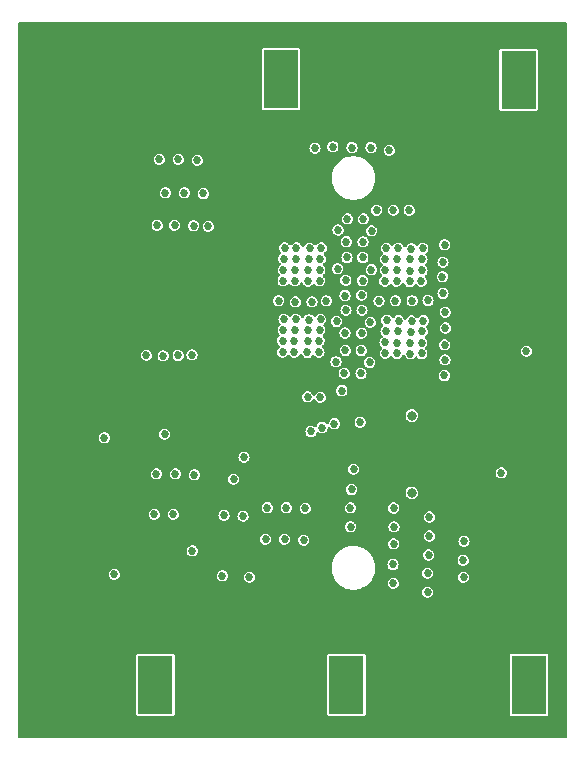
<source format=gbr>
G04 #@! TF.GenerationSoftware,KiCad,Pcbnew,8.0.7*
G04 #@! TF.CreationDate,2025-03-29T00:45:04-04:00*
G04 #@! TF.ProjectId,power_distribution_board,706f7765-725f-4646-9973-747269627574,1*
G04 #@! TF.SameCoordinates,Original*
G04 #@! TF.FileFunction,Copper,L3,Inr*
G04 #@! TF.FilePolarity,Positive*
%FSLAX46Y46*%
G04 Gerber Fmt 4.6, Leading zero omitted, Abs format (unit mm)*
G04 Created by KiCad (PCBNEW 8.0.7) date 2025-03-29 00:45:04*
%MOMM*%
%LPD*%
G01*
G04 APERTURE LIST*
G04 #@! TA.AperFunction,ComponentPad*
%ADD10R,5.000000X3.000000*%
G04 #@! TD*
G04 #@! TA.AperFunction,ComponentPad*
%ADD11R,3.000000X5.000000*%
G04 #@! TD*
G04 #@! TA.AperFunction,ComponentPad*
%ADD12C,0.800000*%
G04 #@! TD*
G04 #@! TA.AperFunction,ViaPad*
%ADD13C,0.685800*%
G04 #@! TD*
G04 APERTURE END LIST*
D10*
X33622500Y-57012500D03*
D11*
X40260000Y-56400000D03*
D10*
X17452500Y-57012500D03*
D11*
X24090000Y-56400000D03*
D12*
X45810000Y-33610000D03*
X45810000Y-40160000D03*
D11*
X34727500Y-5150000D03*
D10*
X29090000Y-5762500D03*
D11*
X55707500Y-56400000D03*
D10*
X49070000Y-57012500D03*
D11*
X54850433Y-5171678D03*
D10*
X49212933Y-5784178D03*
D13*
X41925683Y-32927805D03*
X31410000Y-43680000D03*
X29910000Y-42060000D03*
X29800000Y-43610000D03*
X31520000Y-42130000D03*
X28230000Y-43670000D03*
X36540000Y-45710000D03*
X33430000Y-44090000D03*
X35040000Y-44090000D03*
X34930000Y-45640000D03*
X36650000Y-44160000D03*
X33360000Y-45700000D03*
X36670000Y-43020000D03*
X33560000Y-41400000D03*
X35170000Y-41400000D03*
X35060000Y-42950000D03*
X36780000Y-41470000D03*
X33490000Y-43010000D03*
X21840000Y-31350000D03*
X24870000Y-35183100D03*
X19760000Y-35480000D03*
X31600000Y-37130000D03*
X20620000Y-47060000D03*
X27100000Y-46620000D03*
X25490000Y-46550000D03*
X25610000Y-41970000D03*
X23930000Y-43580000D03*
X24000000Y-41970000D03*
X27110000Y-43590000D03*
X27210000Y-45070000D03*
X27300000Y-37140000D03*
X24120000Y-37130000D03*
X25680000Y-40100000D03*
X24180000Y-38550000D03*
X24110000Y-40160000D03*
X27400000Y-38620000D03*
X25790000Y-38550000D03*
X27290000Y-40170000D03*
X25690000Y-37070000D03*
X16245000Y-52917500D03*
X17475000Y-53977500D03*
X18635000Y-52907500D03*
X17035000Y-52877500D03*
X19075000Y-54037500D03*
X15845000Y-53987500D03*
X18255000Y-54007500D03*
X16655000Y-53977500D03*
X17855000Y-52877500D03*
X18895000Y-59897500D03*
X17665000Y-58837500D03*
X16505000Y-59907500D03*
X18105000Y-59937500D03*
X16065000Y-58777500D03*
X19295000Y-58827500D03*
X16885000Y-58807500D03*
X18485000Y-58837500D03*
X17285000Y-59937500D03*
X29215000Y-58867500D03*
X30275000Y-57637500D03*
X29205000Y-56477500D03*
X29175000Y-58077500D03*
X30335000Y-56037500D03*
X30285000Y-59267500D03*
X30305000Y-56857500D03*
X30275000Y-58457500D03*
X29175000Y-57257500D03*
X35155000Y-60407500D03*
X33925000Y-59347500D03*
X32765000Y-60417500D03*
X34365000Y-60447500D03*
X32325000Y-59287500D03*
X35555000Y-59337500D03*
X33145000Y-59317500D03*
X34745000Y-59347500D03*
X33545000Y-60447500D03*
X38260000Y-38160000D03*
X25920000Y-13470000D03*
X24420000Y-11920000D03*
X24350000Y-13530000D03*
X27640000Y-11990000D03*
X26030000Y-11920000D03*
X27530000Y-13540000D03*
X26440000Y-16290000D03*
X24940000Y-14740000D03*
X24870000Y-16350000D03*
X28160000Y-14810000D03*
X26550000Y-14740000D03*
X28050000Y-16360000D03*
X50180000Y-47300000D03*
X48570000Y-47230000D03*
X48670000Y-44150000D03*
X48610000Y-42580000D03*
X50150000Y-45870000D03*
X50220000Y-44260000D03*
X48600000Y-45760000D03*
X45590000Y-48450000D03*
X47140000Y-46950000D03*
X45530000Y-46880000D03*
X47140000Y-48560000D03*
X47300000Y-43810000D03*
X47230000Y-45420000D03*
X45750000Y-43700000D03*
X47300000Y-42200000D03*
X45690000Y-42130000D03*
X45680000Y-45310000D03*
X32060000Y-47290000D03*
X39245000Y-34290000D03*
X37260000Y-34960000D03*
X38200000Y-34630000D03*
X29760000Y-47170000D03*
X55512974Y-28155814D03*
X41430000Y-34180098D03*
X34910000Y-26370000D03*
X45680000Y-21350000D03*
X38060000Y-32070000D03*
X46630000Y-27430000D03*
X42840000Y-16230000D03*
X44570000Y-21330000D03*
X42290000Y-25710000D03*
X34960000Y-20320000D03*
X25720000Y-17510000D03*
X45650000Y-27450000D03*
X48440000Y-23270000D03*
X41670000Y-18900000D03*
X35910000Y-26380000D03*
X43030000Y-23920000D03*
X28570000Y-17590000D03*
X46660000Y-21330000D03*
X35950000Y-23980000D03*
X45760000Y-19480000D03*
X44260000Y-44470000D03*
X35860000Y-28250000D03*
X45670000Y-28370000D03*
X39390000Y-29050000D03*
X41640000Y-22180000D03*
X41500000Y-30050000D03*
X41550000Y-23410000D03*
X45830000Y-23880000D03*
X40310000Y-20230000D03*
X43650000Y-19450000D03*
X44610000Y-26480000D03*
X46660000Y-20370000D03*
X44520000Y-22240000D03*
X24240000Y-17510000D03*
X38000000Y-22200000D03*
X45800000Y-25590000D03*
X34990000Y-25460000D03*
X40610000Y-41430000D03*
X38020000Y-21270000D03*
X36990000Y-32030000D03*
X46780000Y-25570000D03*
X38130000Y-19420000D03*
X40720000Y-39870000D03*
X42400000Y-17970000D03*
X48640000Y-26200000D03*
X41560000Y-26640000D03*
X34910000Y-22190000D03*
X46700000Y-26480000D03*
X40220000Y-22160000D03*
X36040000Y-19420000D03*
X38080000Y-25470000D03*
X48590000Y-27630000D03*
X44410000Y-23880000D03*
X37070000Y-20350000D03*
X37960000Y-27270000D03*
X43690000Y-25560000D03*
X40140000Y-26620000D03*
X34530000Y-23880000D03*
X39450000Y-25640000D03*
X48620000Y-28900000D03*
X44560000Y-28350000D03*
X37100000Y-25490000D03*
X44240000Y-16220000D03*
X40230000Y-24690000D03*
X45680000Y-20390000D03*
X34930000Y-21260000D03*
X40340000Y-16950000D03*
X36970000Y-28270000D03*
X38050000Y-20330000D03*
X42370000Y-21250000D03*
X41690000Y-16950000D03*
X44570000Y-20370000D03*
X40080000Y-30030000D03*
X40630000Y-43020000D03*
X40150000Y-23450000D03*
X39530000Y-21180000D03*
X39878000Y-31496000D03*
X46610000Y-22240000D03*
X37360000Y-23990000D03*
X44690000Y-25570000D03*
X38000000Y-26380000D03*
X48630000Y-24860000D03*
X36980000Y-27290000D03*
X39560000Y-17900000D03*
X37020000Y-22220000D03*
X35040000Y-19410000D03*
X35930000Y-21270000D03*
X27330000Y-17540000D03*
X45580000Y-16230000D03*
X43570000Y-20360000D03*
X35870000Y-27270000D03*
X43520000Y-22230000D03*
X42230000Y-29120000D03*
X34870000Y-27260000D03*
X45720000Y-26500000D03*
X48570000Y-30220000D03*
X24750000Y-28550000D03*
X40170000Y-28100000D03*
X48400000Y-21850000D03*
X43560000Y-28340000D03*
X46740000Y-19460000D03*
X37020000Y-26400000D03*
X35910000Y-22200000D03*
X48440000Y-20620000D03*
X46650000Y-28350000D03*
X44220000Y-46220000D03*
X38570000Y-23890000D03*
X41660000Y-20230000D03*
X44650000Y-19460000D03*
X41580000Y-24690000D03*
X43540000Y-27420000D03*
X47180000Y-23870000D03*
X37040000Y-21290000D03*
X27190000Y-28480000D03*
X40250000Y-18880000D03*
X43610000Y-26470000D03*
X35960000Y-20330000D03*
X48580000Y-19150000D03*
X26020000Y-28520000D03*
X37150000Y-19440000D03*
X23320000Y-28500000D03*
X43570000Y-21320000D03*
X44540000Y-27430000D03*
X44240000Y-47810000D03*
X44300000Y-43030000D03*
X41520000Y-28100000D03*
X45630000Y-22260000D03*
X37950000Y-28250000D03*
X35990000Y-25470000D03*
X34860000Y-28240000D03*
X44280000Y-41440000D03*
X40880000Y-38150000D03*
X53370000Y-38460000D03*
X30710000Y-38990000D03*
X40245000Y-34060000D03*
X44910000Y-57610000D03*
X53340000Y-28290000D03*
X37600000Y-10980000D03*
X29670000Y-7810000D03*
X46770000Y-8980000D03*
X49990000Y-8990000D03*
X56500000Y-16410000D03*
X45970000Y-57200000D03*
X28327500Y-3510000D03*
X29137500Y-3500000D03*
X44290000Y-15300000D03*
X44870000Y-56000000D03*
X28080000Y-7790000D03*
X56500000Y-17890000D03*
X39440000Y-39130000D03*
X39390000Y-41980000D03*
X25910000Y-27330000D03*
X27730000Y-24520000D03*
X39280000Y-49130000D03*
X48940000Y-3710000D03*
X56470000Y-19500000D03*
X43146919Y-42224054D03*
X28707500Y-2410000D03*
X50910000Y-2810000D03*
X50100000Y-2820000D03*
X37530000Y-12590000D03*
X42220000Y-41130000D03*
X51190000Y-8070000D03*
X29290000Y-8910000D03*
X50810000Y-8990000D03*
X40960000Y-49220000D03*
X39370000Y-43180000D03*
X45980000Y-58010000D03*
X44870000Y-56820000D03*
X46000000Y-55600000D03*
X50540100Y-30039902D03*
X54420000Y-23740000D03*
X43760000Y-14160000D03*
X43900000Y-11160000D03*
X47310000Y-3720000D03*
X40730000Y-10920000D03*
X27480000Y-30460000D03*
X28890000Y-7780000D03*
X46030000Y-54780000D03*
X49180000Y-9000000D03*
X49560000Y-8080000D03*
X56430000Y-21190000D03*
X26880000Y-8890000D03*
X30737500Y-3530000D03*
X27770000Y-25390000D03*
X39120000Y-10850000D03*
X44900000Y-55220000D03*
X47710000Y-2830000D03*
X30297500Y-2430000D03*
X45970000Y-56380000D03*
X47170000Y-8090000D03*
X53570000Y-21600000D03*
X49320000Y-2790000D03*
X27887500Y-2410000D03*
X27260000Y-7790000D03*
X51350000Y-3730000D03*
X29517500Y-2400000D03*
X43520000Y-48680000D03*
X27700000Y-8890000D03*
X26280000Y-20130000D03*
X54470000Y-24550000D03*
X28510000Y-8880000D03*
X27890000Y-20160000D03*
X50370000Y-8070000D03*
X48780000Y-8050000D03*
X27507500Y-3510000D03*
X27780000Y-23710000D03*
X48120000Y-3710000D03*
X52070000Y-34300000D03*
X30490000Y-7810000D03*
X47960000Y-8050000D03*
X36480000Y-33990000D03*
X29917500Y-3530000D03*
X39370000Y-40390000D03*
X49720000Y-3740000D03*
X31117500Y-2430000D03*
X39025000Y-37420000D03*
X42786001Y-43687236D03*
X48500000Y-2790000D03*
X31527500Y-3490000D03*
X31927500Y-2420000D03*
X24800000Y-20130000D03*
X48400000Y-8970000D03*
X47580000Y-8970000D03*
X42340000Y-10920000D03*
X50530000Y-3730000D03*
X54430000Y-25420000D03*
X43830000Y-12770000D03*
G04 #@! TA.AperFunction,Conductor*
G36*
X58913039Y-339685D02*
G01*
X58958794Y-392489D01*
X58970000Y-444000D01*
X58970000Y-60776000D01*
X58950315Y-60843039D01*
X58897511Y-60888794D01*
X58846000Y-60900000D01*
X12584000Y-60900000D01*
X12516961Y-60880315D01*
X12471206Y-60827511D01*
X12460000Y-60776000D01*
X12460000Y-53887441D01*
X22462500Y-53887441D01*
X22462500Y-58912558D01*
X22469898Y-58949749D01*
X22498077Y-58991922D01*
X22540250Y-59020101D01*
X22540252Y-59020102D01*
X22568205Y-59025662D01*
X22577441Y-59027500D01*
X22577442Y-59027500D01*
X25602559Y-59027500D01*
X25609957Y-59026028D01*
X25639748Y-59020102D01*
X25681922Y-58991922D01*
X25710102Y-58949748D01*
X25717500Y-58912558D01*
X25717500Y-53887442D01*
X25717500Y-53887441D01*
X38632500Y-53887441D01*
X38632500Y-58912558D01*
X38639898Y-58949749D01*
X38668077Y-58991922D01*
X38710250Y-59020101D01*
X38710252Y-59020102D01*
X38738205Y-59025662D01*
X38747441Y-59027500D01*
X38747442Y-59027500D01*
X41772559Y-59027500D01*
X41779957Y-59026028D01*
X41809748Y-59020102D01*
X41851922Y-58991922D01*
X41880102Y-58949748D01*
X41887500Y-58912558D01*
X41887500Y-53887442D01*
X41887500Y-53887441D01*
X54080000Y-53887441D01*
X54080000Y-58912558D01*
X54087398Y-58949749D01*
X54115577Y-58991922D01*
X54157750Y-59020101D01*
X54157752Y-59020102D01*
X54185705Y-59025662D01*
X54194941Y-59027500D01*
X54194942Y-59027500D01*
X57220059Y-59027500D01*
X57227457Y-59026028D01*
X57257248Y-59020102D01*
X57299422Y-58991922D01*
X57327602Y-58949748D01*
X57335000Y-58912558D01*
X57335000Y-53887442D01*
X57327602Y-53850252D01*
X57327601Y-53850250D01*
X57299422Y-53808077D01*
X57257249Y-53779898D01*
X57220059Y-53772500D01*
X57220058Y-53772500D01*
X54194942Y-53772500D01*
X54194941Y-53772500D01*
X54157750Y-53779898D01*
X54115577Y-53808077D01*
X54087398Y-53850250D01*
X54080000Y-53887441D01*
X41887500Y-53887441D01*
X41880102Y-53850252D01*
X41880101Y-53850250D01*
X41851922Y-53808077D01*
X41809749Y-53779898D01*
X41772559Y-53772500D01*
X41772558Y-53772500D01*
X38747442Y-53772500D01*
X38747441Y-53772500D01*
X38710250Y-53779898D01*
X38668077Y-53808077D01*
X38639898Y-53850250D01*
X38632500Y-53887441D01*
X25717500Y-53887441D01*
X25710102Y-53850252D01*
X25710101Y-53850250D01*
X25681922Y-53808077D01*
X25639749Y-53779898D01*
X25602559Y-53772500D01*
X25602558Y-53772500D01*
X22577442Y-53772500D01*
X22577441Y-53772500D01*
X22540250Y-53779898D01*
X22498077Y-53808077D01*
X22469898Y-53850250D01*
X22462500Y-53887441D01*
X12460000Y-53887441D01*
X12460000Y-48560000D01*
X46664763Y-48560000D01*
X46684012Y-48693888D01*
X46684013Y-48693893D01*
X46730571Y-48795838D01*
X46740205Y-48816933D01*
X46828786Y-48919160D01*
X46942579Y-48992291D01*
X47007473Y-49011345D01*
X47072366Y-49030400D01*
X47072367Y-49030400D01*
X47207633Y-49030400D01*
X47337421Y-48992291D01*
X47451214Y-48919160D01*
X47539795Y-48816933D01*
X47595987Y-48693890D01*
X47615237Y-48560000D01*
X47595987Y-48426110D01*
X47595986Y-48426109D01*
X47595986Y-48426106D01*
X47546997Y-48318838D01*
X47539795Y-48303067D01*
X47451214Y-48200840D01*
X47337421Y-48127709D01*
X47337420Y-48127708D01*
X47337419Y-48127708D01*
X47207634Y-48089600D01*
X47207633Y-48089600D01*
X47072367Y-48089600D01*
X47072366Y-48089600D01*
X46942580Y-48127708D01*
X46828788Y-48200838D01*
X46828783Y-48200842D01*
X46740209Y-48303061D01*
X46740203Y-48303071D01*
X46684013Y-48426106D01*
X46684012Y-48426111D01*
X46664763Y-48560000D01*
X12460000Y-48560000D01*
X12460000Y-47060000D01*
X20144763Y-47060000D01*
X20164012Y-47193888D01*
X20164013Y-47193893D01*
X20207905Y-47290000D01*
X20220205Y-47316933D01*
X20220208Y-47316936D01*
X20220209Y-47316938D01*
X20276838Y-47382291D01*
X20308786Y-47419160D01*
X20422579Y-47492291D01*
X20487473Y-47511345D01*
X20552366Y-47530400D01*
X20552367Y-47530400D01*
X20687633Y-47530400D01*
X20817421Y-47492291D01*
X20931214Y-47419160D01*
X21019795Y-47316933D01*
X21070028Y-47206938D01*
X21075986Y-47193893D01*
X21075987Y-47193888D01*
X21079422Y-47170000D01*
X29284763Y-47170000D01*
X29304012Y-47303888D01*
X29304013Y-47303893D01*
X29350571Y-47405838D01*
X29360205Y-47426933D01*
X29360208Y-47426936D01*
X29360209Y-47426938D01*
X29416838Y-47492291D01*
X29448786Y-47529160D01*
X29562579Y-47602291D01*
X29627473Y-47621345D01*
X29692366Y-47640400D01*
X29692367Y-47640400D01*
X29827633Y-47640400D01*
X29957421Y-47602291D01*
X30071214Y-47529160D01*
X30159795Y-47426933D01*
X30210028Y-47316938D01*
X30215986Y-47303893D01*
X30215987Y-47303888D01*
X30217984Y-47290000D01*
X31584763Y-47290000D01*
X31604012Y-47423888D01*
X31604013Y-47423893D01*
X31650571Y-47525838D01*
X31660205Y-47546933D01*
X31660208Y-47546936D01*
X31660209Y-47546938D01*
X31668865Y-47556928D01*
X31748786Y-47649160D01*
X31862579Y-47722291D01*
X31927473Y-47741345D01*
X31992366Y-47760400D01*
X31992367Y-47760400D01*
X32127633Y-47760400D01*
X32257421Y-47722291D01*
X32371214Y-47649160D01*
X32459795Y-47546933D01*
X32514595Y-47426938D01*
X32515986Y-47423893D01*
X32515987Y-47423888D01*
X32535237Y-47290000D01*
X32515987Y-47156110D01*
X32515986Y-47156109D01*
X32515986Y-47156106D01*
X32487891Y-47094588D01*
X32459795Y-47033067D01*
X32459790Y-47033061D01*
X32371216Y-46930842D01*
X32371211Y-46930838D01*
X32272981Y-46867709D01*
X32257421Y-46857709D01*
X32257420Y-46857708D01*
X32257419Y-46857708D01*
X32127634Y-46819600D01*
X32127633Y-46819600D01*
X31992367Y-46819600D01*
X31992366Y-46819600D01*
X31862580Y-46857708D01*
X31748788Y-46930838D01*
X31748783Y-46930842D01*
X31660209Y-47033061D01*
X31660203Y-47033071D01*
X31604013Y-47156106D01*
X31604012Y-47156111D01*
X31584763Y-47290000D01*
X30217984Y-47290000D01*
X30235237Y-47170000D01*
X30215987Y-47036110D01*
X30215986Y-47036109D01*
X30215986Y-47036106D01*
X30187891Y-46974588D01*
X30159795Y-46913067D01*
X30115362Y-46861789D01*
X30071216Y-46810842D01*
X30071211Y-46810838D01*
X29957419Y-46737708D01*
X29827634Y-46699600D01*
X29827633Y-46699600D01*
X29692367Y-46699600D01*
X29692366Y-46699600D01*
X29562580Y-46737708D01*
X29448788Y-46810838D01*
X29448783Y-46810842D01*
X29360209Y-46913061D01*
X29360203Y-46913071D01*
X29304013Y-47036106D01*
X29304012Y-47036111D01*
X29284763Y-47170000D01*
X21079422Y-47170000D01*
X21095237Y-47060000D01*
X21075987Y-46926110D01*
X21075986Y-46926109D01*
X21075986Y-46926106D01*
X21047891Y-46864588D01*
X21019795Y-46803067D01*
X21019790Y-46803061D01*
X20931216Y-46700842D01*
X20931211Y-46700838D01*
X20817419Y-46627708D01*
X20687634Y-46589600D01*
X20687633Y-46589600D01*
X20552367Y-46589600D01*
X20552366Y-46589600D01*
X20422580Y-46627708D01*
X20308788Y-46700838D01*
X20308783Y-46700842D01*
X20220209Y-46803061D01*
X20220203Y-46803071D01*
X20164013Y-46926106D01*
X20164012Y-46926111D01*
X20144763Y-47060000D01*
X12460000Y-47060000D01*
X12460000Y-46378711D01*
X39009500Y-46378711D01*
X39009500Y-46621288D01*
X39041161Y-46861785D01*
X39103947Y-47096104D01*
X39195416Y-47316928D01*
X39196776Y-47320212D01*
X39318064Y-47530289D01*
X39318066Y-47530292D01*
X39318067Y-47530293D01*
X39465733Y-47722736D01*
X39465739Y-47722743D01*
X39637256Y-47894260D01*
X39637263Y-47894266D01*
X39750321Y-47981018D01*
X39829711Y-48041936D01*
X40039788Y-48163224D01*
X40263900Y-48256054D01*
X40498211Y-48318838D01*
X40678586Y-48342584D01*
X40738711Y-48350500D01*
X40738712Y-48350500D01*
X40981289Y-48350500D01*
X41029388Y-48344167D01*
X41221789Y-48318838D01*
X41456100Y-48256054D01*
X41680212Y-48163224D01*
X41890289Y-48041936D01*
X42082738Y-47894265D01*
X42167003Y-47810000D01*
X43764763Y-47810000D01*
X43784012Y-47943888D01*
X43784013Y-47943893D01*
X43828787Y-48041932D01*
X43840205Y-48066933D01*
X43840208Y-48066936D01*
X43840209Y-48066938D01*
X43923640Y-48163222D01*
X43928786Y-48169160D01*
X44042579Y-48242291D01*
X44089445Y-48256052D01*
X44172366Y-48280400D01*
X44172367Y-48280400D01*
X44307633Y-48280400D01*
X44437421Y-48242291D01*
X44551214Y-48169160D01*
X44639795Y-48066933D01*
X44695987Y-47943890D01*
X44715237Y-47810000D01*
X44695987Y-47676110D01*
X44695986Y-47676109D01*
X44695986Y-47676106D01*
X44662275Y-47602291D01*
X44639795Y-47553067D01*
X44634480Y-47546933D01*
X44551216Y-47450842D01*
X44551211Y-47450838D01*
X44514014Y-47426933D01*
X44437421Y-47377709D01*
X44437420Y-47377708D01*
X44437419Y-47377708D01*
X44307634Y-47339600D01*
X44307633Y-47339600D01*
X44172367Y-47339600D01*
X44172366Y-47339600D01*
X44042580Y-47377708D01*
X43928788Y-47450838D01*
X43928783Y-47450842D01*
X43840209Y-47553061D01*
X43840203Y-47553071D01*
X43784013Y-47676106D01*
X43784012Y-47676111D01*
X43764763Y-47810000D01*
X42167003Y-47810000D01*
X42254265Y-47722738D01*
X42401936Y-47530289D01*
X42523224Y-47320212D01*
X42616054Y-47096100D01*
X42655202Y-46950000D01*
X46664763Y-46950000D01*
X46684012Y-47083888D01*
X46684013Y-47083893D01*
X46721562Y-47166111D01*
X46740205Y-47206933D01*
X46740208Y-47206936D01*
X46740209Y-47206938D01*
X46824217Y-47303888D01*
X46828786Y-47309160D01*
X46942579Y-47382291D01*
X47007473Y-47401345D01*
X47072366Y-47420400D01*
X47072367Y-47420400D01*
X47207633Y-47420400D01*
X47337421Y-47382291D01*
X47451214Y-47309160D01*
X47459151Y-47300000D01*
X49704763Y-47300000D01*
X49724012Y-47433888D01*
X49724013Y-47433893D01*
X49767520Y-47529157D01*
X49780205Y-47556933D01*
X49780208Y-47556936D01*
X49780209Y-47556938D01*
X49860121Y-47649161D01*
X49868786Y-47659160D01*
X49982579Y-47732291D01*
X50047473Y-47751345D01*
X50112366Y-47770400D01*
X50112367Y-47770400D01*
X50247633Y-47770400D01*
X50377421Y-47732291D01*
X50491214Y-47659160D01*
X50579795Y-47556933D01*
X50635987Y-47433890D01*
X50655237Y-47300000D01*
X50635987Y-47166110D01*
X50635986Y-47166109D01*
X50635986Y-47166106D01*
X50604014Y-47096100D01*
X50579795Y-47043067D01*
X50573763Y-47036106D01*
X50491216Y-46940842D01*
X50491211Y-46940838D01*
X50377419Y-46867708D01*
X50247634Y-46829600D01*
X50247633Y-46829600D01*
X50112367Y-46829600D01*
X50112366Y-46829600D01*
X49982580Y-46867708D01*
X49868788Y-46940838D01*
X49868783Y-46940842D01*
X49780209Y-47043061D01*
X49780203Y-47043071D01*
X49724013Y-47166106D01*
X49724012Y-47166111D01*
X49704763Y-47300000D01*
X47459151Y-47300000D01*
X47539795Y-47206933D01*
X47595987Y-47083890D01*
X47615237Y-46950000D01*
X47595987Y-46816110D01*
X47595986Y-46816109D01*
X47595986Y-46816106D01*
X47560182Y-46737708D01*
X47539795Y-46693067D01*
X47504462Y-46652291D01*
X47451216Y-46590842D01*
X47451211Y-46590838D01*
X47337419Y-46517708D01*
X47207634Y-46479600D01*
X47207633Y-46479600D01*
X47072367Y-46479600D01*
X47072366Y-46479600D01*
X46942580Y-46517708D01*
X46828788Y-46590838D01*
X46828783Y-46590842D01*
X46740209Y-46693061D01*
X46740203Y-46693071D01*
X46684013Y-46816106D01*
X46684012Y-46816111D01*
X46664763Y-46950000D01*
X42655202Y-46950000D01*
X42678838Y-46861789D01*
X42710500Y-46621288D01*
X42710500Y-46378712D01*
X42689606Y-46220000D01*
X43744763Y-46220000D01*
X43764012Y-46353888D01*
X43764013Y-46353893D01*
X43810571Y-46455838D01*
X43820205Y-46476933D01*
X43908786Y-46579160D01*
X44022579Y-46652291D01*
X44087473Y-46671345D01*
X44152366Y-46690400D01*
X44152367Y-46690400D01*
X44287633Y-46690400D01*
X44417421Y-46652291D01*
X44531214Y-46579160D01*
X44619795Y-46476933D01*
X44675987Y-46353890D01*
X44695237Y-46220000D01*
X44675987Y-46086110D01*
X44675986Y-46086109D01*
X44675986Y-46086106D01*
X44647891Y-46024588D01*
X44619795Y-45963067D01*
X44556828Y-45890400D01*
X44531216Y-45860842D01*
X44531211Y-45860838D01*
X44417419Y-45787708D01*
X44287634Y-45749600D01*
X44287633Y-45749600D01*
X44152367Y-45749600D01*
X44152366Y-45749600D01*
X44022580Y-45787708D01*
X43908788Y-45860838D01*
X43908783Y-45860842D01*
X43820209Y-45963061D01*
X43820203Y-45963071D01*
X43764013Y-46086106D01*
X43764012Y-46086111D01*
X43744763Y-46220000D01*
X42689606Y-46220000D01*
X42678838Y-46138211D01*
X42616054Y-45903900D01*
X42523224Y-45679788D01*
X42401936Y-45469711D01*
X42363791Y-45420000D01*
X46754763Y-45420000D01*
X46774012Y-45553888D01*
X46774013Y-45553893D01*
X46801038Y-45613067D01*
X46830205Y-45676933D01*
X46830208Y-45676936D01*
X46830209Y-45676938D01*
X46881482Y-45736110D01*
X46918786Y-45779160D01*
X47032579Y-45852291D01*
X47092891Y-45870000D01*
X47162366Y-45890400D01*
X47162367Y-45890400D01*
X47297633Y-45890400D01*
X47367109Y-45870000D01*
X49674763Y-45870000D01*
X49694012Y-46003888D01*
X49694013Y-46003893D01*
X49731562Y-46086111D01*
X49750205Y-46126933D01*
X49750208Y-46126936D01*
X49750209Y-46126938D01*
X49830848Y-46220000D01*
X49838786Y-46229160D01*
X49952579Y-46302291D01*
X50017473Y-46321345D01*
X50082366Y-46340400D01*
X50082367Y-46340400D01*
X50217633Y-46340400D01*
X50347421Y-46302291D01*
X50461214Y-46229160D01*
X50549795Y-46126933D01*
X50605987Y-46003890D01*
X50625237Y-45870000D01*
X50605987Y-45736110D01*
X50605986Y-45736109D01*
X50605986Y-45736106D01*
X50577891Y-45674588D01*
X50549795Y-45613067D01*
X50498520Y-45553893D01*
X50461216Y-45510842D01*
X50461211Y-45510838D01*
X50438283Y-45496103D01*
X50347421Y-45437709D01*
X50347420Y-45437708D01*
X50347419Y-45437708D01*
X50217634Y-45399600D01*
X50217633Y-45399600D01*
X50082367Y-45399600D01*
X50082366Y-45399600D01*
X49952580Y-45437708D01*
X49838788Y-45510838D01*
X49838783Y-45510842D01*
X49750209Y-45613061D01*
X49750203Y-45613071D01*
X49694013Y-45736106D01*
X49694012Y-45736111D01*
X49674763Y-45870000D01*
X47367109Y-45870000D01*
X47427421Y-45852291D01*
X47541214Y-45779160D01*
X47629795Y-45676933D01*
X47685987Y-45553890D01*
X47705237Y-45420000D01*
X47685987Y-45286110D01*
X47685986Y-45286109D01*
X47685986Y-45286106D01*
X47657891Y-45224588D01*
X47629795Y-45163067D01*
X47580116Y-45105735D01*
X47541216Y-45060842D01*
X47541211Y-45060838D01*
X47427419Y-44987708D01*
X47297634Y-44949600D01*
X47297633Y-44949600D01*
X47162367Y-44949600D01*
X47162366Y-44949600D01*
X47032580Y-44987708D01*
X46918788Y-45060838D01*
X46918783Y-45060842D01*
X46830209Y-45163061D01*
X46830203Y-45163071D01*
X46774013Y-45286106D01*
X46774012Y-45286111D01*
X46754763Y-45420000D01*
X42363791Y-45420000D01*
X42261055Y-45286111D01*
X42254266Y-45277263D01*
X42254260Y-45277256D01*
X42082743Y-45105739D01*
X42082736Y-45105733D01*
X41890293Y-44958067D01*
X41890292Y-44958066D01*
X41890289Y-44958064D01*
X41680212Y-44836776D01*
X41661828Y-44829161D01*
X41456104Y-44743947D01*
X41332540Y-44710838D01*
X41221789Y-44681162D01*
X41221788Y-44681161D01*
X41221785Y-44681161D01*
X40981289Y-44649500D01*
X40981288Y-44649500D01*
X40738712Y-44649500D01*
X40738711Y-44649500D01*
X40498214Y-44681161D01*
X40263895Y-44743947D01*
X40039794Y-44836773D01*
X40039785Y-44836777D01*
X39829706Y-44958067D01*
X39637263Y-45105733D01*
X39637256Y-45105739D01*
X39465739Y-45277256D01*
X39465733Y-45277263D01*
X39318067Y-45469706D01*
X39196777Y-45679785D01*
X39196773Y-45679794D01*
X39103947Y-45903895D01*
X39041161Y-46138214D01*
X39009500Y-46378711D01*
X12460000Y-46378711D01*
X12460000Y-45070000D01*
X26734763Y-45070000D01*
X26754012Y-45203888D01*
X26754013Y-45203893D01*
X26791562Y-45286111D01*
X26810205Y-45326933D01*
X26810208Y-45326936D01*
X26810209Y-45326938D01*
X26890848Y-45420000D01*
X26898786Y-45429160D01*
X27012579Y-45502291D01*
X27077473Y-45521345D01*
X27142366Y-45540400D01*
X27142367Y-45540400D01*
X27277633Y-45540400D01*
X27407421Y-45502291D01*
X27521214Y-45429160D01*
X27609795Y-45326933D01*
X27665987Y-45203890D01*
X27685237Y-45070000D01*
X27665987Y-44936110D01*
X27665986Y-44936109D01*
X27665986Y-44936106D01*
X27620623Y-44836777D01*
X27609795Y-44813067D01*
X27535159Y-44726933D01*
X27521216Y-44710842D01*
X27521211Y-44710838D01*
X27492351Y-44692291D01*
X27407421Y-44637709D01*
X27407420Y-44637708D01*
X27407419Y-44637708D01*
X27277634Y-44599600D01*
X27277633Y-44599600D01*
X27142367Y-44599600D01*
X27142366Y-44599600D01*
X27012580Y-44637708D01*
X26898788Y-44710838D01*
X26898783Y-44710842D01*
X26810209Y-44813061D01*
X26810203Y-44813071D01*
X26754013Y-44936106D01*
X26754012Y-44936111D01*
X26734763Y-45070000D01*
X12460000Y-45070000D01*
X12460000Y-44090000D01*
X32954763Y-44090000D01*
X32974012Y-44223888D01*
X32974013Y-44223893D01*
X32999820Y-44280400D01*
X33030205Y-44346933D01*
X33030208Y-44346936D01*
X33030209Y-44346938D01*
X33090856Y-44416928D01*
X33118786Y-44449160D01*
X33232579Y-44522291D01*
X33297473Y-44541345D01*
X33362366Y-44560400D01*
X33362367Y-44560400D01*
X33497633Y-44560400D01*
X33627421Y-44522291D01*
X33741214Y-44449160D01*
X33829795Y-44346933D01*
X33885987Y-44223890D01*
X33905237Y-44090000D01*
X34564763Y-44090000D01*
X34584012Y-44223888D01*
X34584013Y-44223893D01*
X34609820Y-44280400D01*
X34640205Y-44346933D01*
X34640208Y-44346936D01*
X34640209Y-44346938D01*
X34700856Y-44416928D01*
X34728786Y-44449160D01*
X34842579Y-44522291D01*
X34907473Y-44541345D01*
X34972366Y-44560400D01*
X34972367Y-44560400D01*
X35107633Y-44560400D01*
X35237421Y-44522291D01*
X35351214Y-44449160D01*
X35439795Y-44346933D01*
X35495987Y-44223890D01*
X35505173Y-44160000D01*
X36174763Y-44160000D01*
X36194012Y-44293888D01*
X36194013Y-44293893D01*
X36218239Y-44346938D01*
X36250205Y-44416933D01*
X36250208Y-44416936D01*
X36250209Y-44416938D01*
X36336860Y-44516938D01*
X36338786Y-44519160D01*
X36452579Y-44592291D01*
X36492075Y-44603888D01*
X36582366Y-44630400D01*
X36582367Y-44630400D01*
X36717633Y-44630400D01*
X36847421Y-44592291D01*
X36961214Y-44519160D01*
X37003812Y-44470000D01*
X43784763Y-44470000D01*
X43804012Y-44603888D01*
X43804013Y-44603893D01*
X43839302Y-44681162D01*
X43860205Y-44726933D01*
X43860208Y-44726936D01*
X43860209Y-44726938D01*
X43934844Y-44813071D01*
X43948786Y-44829160D01*
X44062579Y-44902291D01*
X44127473Y-44921345D01*
X44192366Y-44940400D01*
X44192367Y-44940400D01*
X44327633Y-44940400D01*
X44457421Y-44902291D01*
X44571214Y-44829160D01*
X44659795Y-44726933D01*
X44709013Y-44619161D01*
X44715986Y-44603893D01*
X44715987Y-44603888D01*
X44735237Y-44470000D01*
X44715987Y-44336110D01*
X44715986Y-44336109D01*
X44715986Y-44336106D01*
X44687891Y-44274588D01*
X44659795Y-44213067D01*
X44621749Y-44169160D01*
X44571216Y-44110842D01*
X44571211Y-44110838D01*
X44457419Y-44037708D01*
X44327634Y-43999600D01*
X44327633Y-43999600D01*
X44192367Y-43999600D01*
X44192366Y-43999600D01*
X44062580Y-44037708D01*
X43948788Y-44110838D01*
X43948783Y-44110842D01*
X43860209Y-44213061D01*
X43860203Y-44213071D01*
X43804013Y-44336106D01*
X43804012Y-44336111D01*
X43784763Y-44470000D01*
X37003812Y-44470000D01*
X37049795Y-44416933D01*
X37105987Y-44293890D01*
X37125237Y-44160000D01*
X37105987Y-44026110D01*
X37105986Y-44026109D01*
X37105986Y-44026106D01*
X37074017Y-43956106D01*
X37049795Y-43903067D01*
X36989134Y-43833061D01*
X36969151Y-43810000D01*
X46824763Y-43810000D01*
X46844012Y-43943888D01*
X46844013Y-43943893D01*
X46881562Y-44026111D01*
X46900205Y-44066933D01*
X46900208Y-44066936D01*
X46900209Y-44066938D01*
X46980848Y-44160000D01*
X46988786Y-44169160D01*
X47102579Y-44242291D01*
X47162891Y-44260000D01*
X47232366Y-44280400D01*
X47232367Y-44280400D01*
X47367633Y-44280400D01*
X47437109Y-44260000D01*
X49744763Y-44260000D01*
X49764012Y-44393888D01*
X49764013Y-44393893D01*
X49789254Y-44449161D01*
X49820205Y-44516933D01*
X49820208Y-44516936D01*
X49820209Y-44516938D01*
X49895552Y-44603888D01*
X49908786Y-44619160D01*
X50022579Y-44692291D01*
X50085745Y-44710838D01*
X50152366Y-44730400D01*
X50152367Y-44730400D01*
X50287633Y-44730400D01*
X50417421Y-44692291D01*
X50531214Y-44619160D01*
X50619795Y-44516933D01*
X50675987Y-44393890D01*
X50695237Y-44260000D01*
X50675987Y-44126110D01*
X50675986Y-44126109D01*
X50675986Y-44126106D01*
X50647891Y-44064588D01*
X50619795Y-44003067D01*
X50568520Y-43943893D01*
X50531216Y-43900842D01*
X50531211Y-43900838D01*
X50425758Y-43833067D01*
X50417421Y-43827709D01*
X50417420Y-43827708D01*
X50417419Y-43827708D01*
X50287634Y-43789600D01*
X50287633Y-43789600D01*
X50152367Y-43789600D01*
X50152366Y-43789600D01*
X50022580Y-43827708D01*
X49908788Y-43900838D01*
X49908783Y-43900842D01*
X49820209Y-44003061D01*
X49820203Y-44003071D01*
X49764013Y-44126106D01*
X49764012Y-44126111D01*
X49744763Y-44260000D01*
X47437109Y-44260000D01*
X47497421Y-44242291D01*
X47611214Y-44169160D01*
X47699795Y-44066933D01*
X47750406Y-43956111D01*
X47755986Y-43943893D01*
X47755987Y-43943888D01*
X47775237Y-43810000D01*
X47755987Y-43676110D01*
X47755986Y-43676109D01*
X47755986Y-43676106D01*
X47727891Y-43614588D01*
X47699795Y-43553067D01*
X47699790Y-43553061D01*
X47611216Y-43450842D01*
X47611211Y-43450838D01*
X47499680Y-43379161D01*
X47497421Y-43377709D01*
X47497420Y-43377708D01*
X47497419Y-43377708D01*
X47367634Y-43339600D01*
X47367633Y-43339600D01*
X47232367Y-43339600D01*
X47232366Y-43339600D01*
X47102580Y-43377708D01*
X46988788Y-43450838D01*
X46988783Y-43450842D01*
X46900209Y-43553061D01*
X46900203Y-43553071D01*
X46844013Y-43676106D01*
X46844012Y-43676111D01*
X46824763Y-43810000D01*
X36969151Y-43810000D01*
X36961216Y-43800842D01*
X36961211Y-43800838D01*
X36852296Y-43730842D01*
X36847421Y-43727709D01*
X36847420Y-43727708D01*
X36847419Y-43727708D01*
X36717634Y-43689600D01*
X36717633Y-43689600D01*
X36582367Y-43689600D01*
X36582366Y-43689600D01*
X36452580Y-43727708D01*
X36338788Y-43800838D01*
X36338783Y-43800842D01*
X36250209Y-43903061D01*
X36250203Y-43903071D01*
X36194013Y-44026106D01*
X36194012Y-44026111D01*
X36174763Y-44160000D01*
X35505173Y-44160000D01*
X35515237Y-44090000D01*
X35495987Y-43956110D01*
X35495986Y-43956109D01*
X35495986Y-43956106D01*
X35467891Y-43894588D01*
X35439795Y-43833067D01*
X35435152Y-43827709D01*
X35351216Y-43730842D01*
X35351211Y-43730838D01*
X35237419Y-43657708D01*
X35107634Y-43619600D01*
X35107633Y-43619600D01*
X34972367Y-43619600D01*
X34972366Y-43619600D01*
X34842580Y-43657708D01*
X34728788Y-43730838D01*
X34728783Y-43730842D01*
X34640209Y-43833061D01*
X34640203Y-43833071D01*
X34584013Y-43956106D01*
X34584012Y-43956111D01*
X34564763Y-44090000D01*
X33905237Y-44090000D01*
X33885987Y-43956110D01*
X33885986Y-43956109D01*
X33885986Y-43956106D01*
X33857891Y-43894588D01*
X33829795Y-43833067D01*
X33825152Y-43827709D01*
X33741216Y-43730842D01*
X33741211Y-43730838D01*
X33627419Y-43657708D01*
X33497634Y-43619600D01*
X33497633Y-43619600D01*
X33362367Y-43619600D01*
X33362366Y-43619600D01*
X33232580Y-43657708D01*
X33118788Y-43730838D01*
X33118783Y-43730842D01*
X33030209Y-43833061D01*
X33030203Y-43833071D01*
X32974013Y-43956106D01*
X32974012Y-43956111D01*
X32954763Y-44090000D01*
X12460000Y-44090000D01*
X12460000Y-43020000D01*
X40154763Y-43020000D01*
X40174012Y-43153888D01*
X40174013Y-43153893D01*
X40220571Y-43255838D01*
X40230205Y-43276933D01*
X40230208Y-43276936D01*
X40230209Y-43276938D01*
X40317528Y-43377709D01*
X40318786Y-43379160D01*
X40432579Y-43452291D01*
X40497473Y-43471345D01*
X40562366Y-43490400D01*
X40562367Y-43490400D01*
X40697633Y-43490400D01*
X40827421Y-43452291D01*
X40941214Y-43379160D01*
X41029795Y-43276933D01*
X41085987Y-43153890D01*
X41103799Y-43030000D01*
X43824763Y-43030000D01*
X43844012Y-43163888D01*
X43844013Y-43163893D01*
X43890571Y-43265838D01*
X43900205Y-43286933D01*
X43900208Y-43286936D01*
X43900209Y-43286938D01*
X43980121Y-43379161D01*
X43988786Y-43389160D01*
X44102579Y-43462291D01*
X44167473Y-43481345D01*
X44232366Y-43500400D01*
X44232367Y-43500400D01*
X44367633Y-43500400D01*
X44497421Y-43462291D01*
X44611214Y-43389160D01*
X44699795Y-43286933D01*
X44755987Y-43163890D01*
X44775237Y-43030000D01*
X44755987Y-42896110D01*
X44755986Y-42896109D01*
X44755986Y-42896106D01*
X44727891Y-42834588D01*
X44699795Y-42773067D01*
X44699790Y-42773061D01*
X44611216Y-42670842D01*
X44611211Y-42670838D01*
X44497419Y-42597708D01*
X44367634Y-42559600D01*
X44367633Y-42559600D01*
X44232367Y-42559600D01*
X44232366Y-42559600D01*
X44102580Y-42597708D01*
X43988788Y-42670838D01*
X43988783Y-42670842D01*
X43900209Y-42773061D01*
X43900203Y-42773071D01*
X43844013Y-42896106D01*
X43844012Y-42896111D01*
X43824763Y-43030000D01*
X41103799Y-43030000D01*
X41105237Y-43020000D01*
X41085987Y-42886110D01*
X41085986Y-42886109D01*
X41085986Y-42886106D01*
X41057891Y-42824588D01*
X41029795Y-42763067D01*
X40949879Y-42670840D01*
X40941216Y-42660842D01*
X40941211Y-42660838D01*
X40842981Y-42597709D01*
X40827421Y-42587709D01*
X40827420Y-42587708D01*
X40827419Y-42587708D01*
X40697634Y-42549600D01*
X40697633Y-42549600D01*
X40562367Y-42549600D01*
X40562366Y-42549600D01*
X40432580Y-42587708D01*
X40318788Y-42660838D01*
X40318783Y-42660842D01*
X40230209Y-42763061D01*
X40230203Y-42763071D01*
X40174013Y-42886106D01*
X40174012Y-42886111D01*
X40154763Y-43020000D01*
X12460000Y-43020000D01*
X12460000Y-41970000D01*
X23524763Y-41970000D01*
X23544012Y-42103888D01*
X23544013Y-42103893D01*
X23585114Y-42193888D01*
X23600205Y-42226933D01*
X23600208Y-42226936D01*
X23600209Y-42226938D01*
X23678186Y-42316928D01*
X23688786Y-42329160D01*
X23802579Y-42402291D01*
X23860020Y-42419157D01*
X23932366Y-42440400D01*
X23932367Y-42440400D01*
X24067633Y-42440400D01*
X24197421Y-42402291D01*
X24311214Y-42329160D01*
X24399795Y-42226933D01*
X24455987Y-42103890D01*
X24475237Y-41970000D01*
X25134763Y-41970000D01*
X25154012Y-42103888D01*
X25154013Y-42103893D01*
X25195114Y-42193888D01*
X25210205Y-42226933D01*
X25210208Y-42226936D01*
X25210209Y-42226938D01*
X25288186Y-42316928D01*
X25298786Y-42329160D01*
X25412579Y-42402291D01*
X25470020Y-42419157D01*
X25542366Y-42440400D01*
X25542367Y-42440400D01*
X25677633Y-42440400D01*
X25807421Y-42402291D01*
X25921214Y-42329160D01*
X26009795Y-42226933D01*
X26065987Y-42103890D01*
X26072297Y-42060000D01*
X29434763Y-42060000D01*
X29454012Y-42193888D01*
X29454013Y-42193893D01*
X29485980Y-42263888D01*
X29510205Y-42316933D01*
X29510208Y-42316936D01*
X29510209Y-42316938D01*
X29584168Y-42402291D01*
X29598786Y-42419160D01*
X29712579Y-42492291D01*
X29777473Y-42511345D01*
X29842366Y-42530400D01*
X29842367Y-42530400D01*
X29977633Y-42530400D01*
X30107421Y-42492291D01*
X30221214Y-42419160D01*
X30309795Y-42316933D01*
X30365987Y-42193890D01*
X30375173Y-42130000D01*
X31044763Y-42130000D01*
X31064012Y-42263888D01*
X31064013Y-42263893D01*
X31093821Y-42329161D01*
X31120205Y-42386933D01*
X31120208Y-42386936D01*
X31120209Y-42386938D01*
X31180856Y-42456928D01*
X31208786Y-42489160D01*
X31322579Y-42562291D01*
X31387473Y-42581345D01*
X31452366Y-42600400D01*
X31452367Y-42600400D01*
X31587633Y-42600400D01*
X31717421Y-42562291D01*
X31831214Y-42489160D01*
X31919795Y-42386933D01*
X31975987Y-42263890D01*
X31985173Y-42200000D01*
X46824763Y-42200000D01*
X46844012Y-42333888D01*
X46844013Y-42333893D01*
X46882955Y-42419161D01*
X46900205Y-42456933D01*
X46900208Y-42456936D01*
X46900209Y-42456938D01*
X46928127Y-42489157D01*
X46988786Y-42559160D01*
X47102579Y-42632291D01*
X47167473Y-42651345D01*
X47232366Y-42670400D01*
X47232367Y-42670400D01*
X47367633Y-42670400D01*
X47497421Y-42632291D01*
X47611214Y-42559160D01*
X47699795Y-42456933D01*
X47755987Y-42333890D01*
X47775237Y-42200000D01*
X47755987Y-42066110D01*
X47755986Y-42066109D01*
X47755986Y-42066106D01*
X47724017Y-41996106D01*
X47699795Y-41943067D01*
X47697484Y-41940400D01*
X47611216Y-41840842D01*
X47611211Y-41840838D01*
X47552445Y-41803071D01*
X47497421Y-41767709D01*
X47497420Y-41767708D01*
X47497419Y-41767708D01*
X47367634Y-41729600D01*
X47367633Y-41729600D01*
X47232367Y-41729600D01*
X47232366Y-41729600D01*
X47102580Y-41767708D01*
X46988788Y-41840838D01*
X46988783Y-41840842D01*
X46900209Y-41943061D01*
X46900203Y-41943071D01*
X46844013Y-42066106D01*
X46844012Y-42066111D01*
X46824763Y-42200000D01*
X31985173Y-42200000D01*
X31995237Y-42130000D01*
X31975987Y-41996110D01*
X31975986Y-41996109D01*
X31975986Y-41996106D01*
X31933141Y-41902291D01*
X31919795Y-41873067D01*
X31917484Y-41870400D01*
X31831216Y-41770842D01*
X31831211Y-41770838D01*
X31762886Y-41726928D01*
X31717421Y-41697709D01*
X31717420Y-41697708D01*
X31717419Y-41697708D01*
X31587634Y-41659600D01*
X31587633Y-41659600D01*
X31452367Y-41659600D01*
X31452366Y-41659600D01*
X31322580Y-41697708D01*
X31208788Y-41770838D01*
X31208783Y-41770842D01*
X31120209Y-41873061D01*
X31120203Y-41873071D01*
X31064013Y-41996106D01*
X31064012Y-41996111D01*
X31044763Y-42130000D01*
X30375173Y-42130000D01*
X30385237Y-42060000D01*
X30365987Y-41926110D01*
X30365986Y-41926109D01*
X30365986Y-41926106D01*
X30327044Y-41840838D01*
X30309795Y-41803067D01*
X30309790Y-41803061D01*
X30221216Y-41700842D01*
X30221211Y-41700838D01*
X30107419Y-41627708D01*
X29977634Y-41589600D01*
X29977633Y-41589600D01*
X29842367Y-41589600D01*
X29842366Y-41589600D01*
X29712580Y-41627708D01*
X29598788Y-41700838D01*
X29598783Y-41700842D01*
X29510209Y-41803061D01*
X29510203Y-41803071D01*
X29454013Y-41926106D01*
X29454012Y-41926111D01*
X29434763Y-42060000D01*
X26072297Y-42060000D01*
X26085237Y-41970000D01*
X26065987Y-41836110D01*
X26065986Y-41836109D01*
X26065986Y-41836106D01*
X26030845Y-41759160D01*
X26009795Y-41713067D01*
X25999200Y-41700840D01*
X25921216Y-41610842D01*
X25921211Y-41610838D01*
X25863716Y-41573888D01*
X25807421Y-41537709D01*
X25807420Y-41537708D01*
X25807419Y-41537708D01*
X25677634Y-41499600D01*
X25677633Y-41499600D01*
X25542367Y-41499600D01*
X25542366Y-41499600D01*
X25412580Y-41537708D01*
X25298788Y-41610838D01*
X25298783Y-41610842D01*
X25210209Y-41713061D01*
X25210203Y-41713071D01*
X25154013Y-41836106D01*
X25154012Y-41836111D01*
X25134763Y-41970000D01*
X24475237Y-41970000D01*
X24455987Y-41836110D01*
X24455986Y-41836109D01*
X24455986Y-41836106D01*
X24420845Y-41759160D01*
X24399795Y-41713067D01*
X24389200Y-41700840D01*
X24311216Y-41610842D01*
X24311211Y-41610838D01*
X24253716Y-41573888D01*
X24197421Y-41537709D01*
X24197420Y-41537708D01*
X24197419Y-41537708D01*
X24067634Y-41499600D01*
X24067633Y-41499600D01*
X23932367Y-41499600D01*
X23932366Y-41499600D01*
X23802580Y-41537708D01*
X23688788Y-41610838D01*
X23688783Y-41610842D01*
X23600209Y-41713061D01*
X23600203Y-41713071D01*
X23544013Y-41836106D01*
X23544012Y-41836111D01*
X23524763Y-41970000D01*
X12460000Y-41970000D01*
X12460000Y-41400000D01*
X33084763Y-41400000D01*
X33104012Y-41533888D01*
X33104013Y-41533893D01*
X33135980Y-41603888D01*
X33160205Y-41656933D01*
X33160208Y-41656936D01*
X33160209Y-41656938D01*
X33220856Y-41726928D01*
X33248786Y-41759160D01*
X33362579Y-41832291D01*
X33427473Y-41851345D01*
X33492366Y-41870400D01*
X33492367Y-41870400D01*
X33627633Y-41870400D01*
X33757421Y-41832291D01*
X33871214Y-41759160D01*
X33959795Y-41656933D01*
X34014243Y-41537709D01*
X34015986Y-41533893D01*
X34015987Y-41533888D01*
X34020917Y-41499600D01*
X34035237Y-41400000D01*
X34694763Y-41400000D01*
X34714012Y-41533888D01*
X34714013Y-41533893D01*
X34745980Y-41603888D01*
X34770205Y-41656933D01*
X34770208Y-41656936D01*
X34770209Y-41656938D01*
X34830856Y-41726928D01*
X34858786Y-41759160D01*
X34972579Y-41832291D01*
X35037473Y-41851345D01*
X35102366Y-41870400D01*
X35102367Y-41870400D01*
X35237633Y-41870400D01*
X35367421Y-41832291D01*
X35481214Y-41759160D01*
X35569795Y-41656933D01*
X35624243Y-41537709D01*
X35625986Y-41533893D01*
X35625987Y-41533888D01*
X35630917Y-41499600D01*
X35635173Y-41470000D01*
X36304763Y-41470000D01*
X36324012Y-41603888D01*
X36324013Y-41603893D01*
X36361940Y-41686938D01*
X36380205Y-41726933D01*
X36380208Y-41726936D01*
X36380209Y-41726938D01*
X36446179Y-41803071D01*
X36468786Y-41829160D01*
X36582579Y-41902291D01*
X36610196Y-41910400D01*
X36712366Y-41940400D01*
X36712367Y-41940400D01*
X36847633Y-41940400D01*
X36977421Y-41902291D01*
X37091214Y-41829160D01*
X37179795Y-41726933D01*
X37235987Y-41603890D01*
X37255237Y-41470000D01*
X37249486Y-41430000D01*
X40134763Y-41430000D01*
X40154012Y-41563888D01*
X40154013Y-41563893D01*
X40183158Y-41627709D01*
X40210205Y-41686933D01*
X40210208Y-41686936D01*
X40210209Y-41686938D01*
X40282909Y-41770838D01*
X40298786Y-41789160D01*
X40412579Y-41862291D01*
X40477473Y-41881345D01*
X40542366Y-41900400D01*
X40542367Y-41900400D01*
X40677633Y-41900400D01*
X40807421Y-41862291D01*
X40921214Y-41789160D01*
X41009795Y-41686933D01*
X41065987Y-41563890D01*
X41083799Y-41440000D01*
X43804763Y-41440000D01*
X43824012Y-41573888D01*
X43824013Y-41573893D01*
X43870571Y-41675838D01*
X43880205Y-41696933D01*
X43880208Y-41696936D01*
X43880209Y-41696938D01*
X43960121Y-41789161D01*
X43968786Y-41799160D01*
X44082579Y-41872291D01*
X44147473Y-41891345D01*
X44212366Y-41910400D01*
X44212367Y-41910400D01*
X44347633Y-41910400D01*
X44477421Y-41872291D01*
X44591214Y-41799160D01*
X44679795Y-41696933D01*
X44723410Y-41601428D01*
X44735986Y-41573893D01*
X44735987Y-41573888D01*
X44737424Y-41563893D01*
X44755237Y-41440000D01*
X44735987Y-41306110D01*
X44735986Y-41306109D01*
X44735986Y-41306106D01*
X44693497Y-41213071D01*
X44679795Y-41183067D01*
X44679790Y-41183061D01*
X44591216Y-41080842D01*
X44591211Y-41080838D01*
X44477419Y-41007708D01*
X44347634Y-40969600D01*
X44347633Y-40969600D01*
X44212367Y-40969600D01*
X44212366Y-40969600D01*
X44082580Y-41007708D01*
X43968788Y-41080838D01*
X43968783Y-41080842D01*
X43880209Y-41183061D01*
X43880203Y-41183071D01*
X43824013Y-41306106D01*
X43824012Y-41306111D01*
X43804763Y-41440000D01*
X41083799Y-41440000D01*
X41085237Y-41430000D01*
X41065987Y-41296110D01*
X41065986Y-41296109D01*
X41065986Y-41296106D01*
X41028062Y-41213067D01*
X41009795Y-41173067D01*
X40983800Y-41143067D01*
X40921216Y-41070842D01*
X40921211Y-41070838D01*
X40874537Y-41040842D01*
X40807421Y-40997709D01*
X40807420Y-40997708D01*
X40807419Y-40997708D01*
X40677634Y-40959600D01*
X40677633Y-40959600D01*
X40542367Y-40959600D01*
X40542366Y-40959600D01*
X40412580Y-40997708D01*
X40298788Y-41070838D01*
X40298783Y-41070842D01*
X40210209Y-41173061D01*
X40210203Y-41173071D01*
X40154013Y-41296106D01*
X40154012Y-41296111D01*
X40134763Y-41430000D01*
X37249486Y-41430000D01*
X37235987Y-41336110D01*
X37235986Y-41336109D01*
X37235986Y-41336106D01*
X37204017Y-41266106D01*
X37179795Y-41213067D01*
X37153800Y-41183067D01*
X37091216Y-41110842D01*
X37091211Y-41110838D01*
X37044537Y-41080842D01*
X36977421Y-41037709D01*
X36977420Y-41037708D01*
X36977419Y-41037708D01*
X36847634Y-40999600D01*
X36847633Y-40999600D01*
X36712367Y-40999600D01*
X36712366Y-40999600D01*
X36582580Y-41037708D01*
X36468788Y-41110838D01*
X36468783Y-41110842D01*
X36380209Y-41213061D01*
X36380203Y-41213071D01*
X36324013Y-41336106D01*
X36324012Y-41336111D01*
X36304763Y-41470000D01*
X35635173Y-41470000D01*
X35645237Y-41400000D01*
X35625987Y-41266110D01*
X35625986Y-41266109D01*
X35625986Y-41266106D01*
X35588062Y-41183067D01*
X35569795Y-41143067D01*
X35507211Y-41070842D01*
X35481216Y-41040842D01*
X35481211Y-41040838D01*
X35458283Y-41026103D01*
X35367421Y-40967709D01*
X35367420Y-40967708D01*
X35367419Y-40967708D01*
X35237634Y-40929600D01*
X35237633Y-40929600D01*
X35102367Y-40929600D01*
X35102366Y-40929600D01*
X34972580Y-40967708D01*
X34858788Y-41040838D01*
X34858783Y-41040842D01*
X34770209Y-41143061D01*
X34770203Y-41143071D01*
X34714013Y-41266106D01*
X34714012Y-41266111D01*
X34694763Y-41400000D01*
X34035237Y-41400000D01*
X34015987Y-41266110D01*
X34015986Y-41266109D01*
X34015986Y-41266106D01*
X33978062Y-41183067D01*
X33959795Y-41143067D01*
X33897211Y-41070842D01*
X33871216Y-41040842D01*
X33871211Y-41040838D01*
X33848283Y-41026103D01*
X33757421Y-40967709D01*
X33757420Y-40967708D01*
X33757419Y-40967708D01*
X33627634Y-40929600D01*
X33627633Y-40929600D01*
X33492367Y-40929600D01*
X33492366Y-40929600D01*
X33362580Y-40967708D01*
X33248788Y-41040838D01*
X33248783Y-41040842D01*
X33160209Y-41143061D01*
X33160203Y-41143071D01*
X33104013Y-41266106D01*
X33104012Y-41266111D01*
X33084763Y-41400000D01*
X12460000Y-41400000D01*
X12460000Y-39870000D01*
X40244763Y-39870000D01*
X40264012Y-40003888D01*
X40264013Y-40003893D01*
X40310571Y-40105838D01*
X40320205Y-40126933D01*
X40320208Y-40126936D01*
X40320209Y-40126938D01*
X40348858Y-40160001D01*
X40408786Y-40229160D01*
X40522579Y-40302291D01*
X40587473Y-40321345D01*
X40652366Y-40340400D01*
X40652367Y-40340400D01*
X40787633Y-40340400D01*
X40917421Y-40302291D01*
X41031214Y-40229160D01*
X41091144Y-40159998D01*
X45277948Y-40159998D01*
X45277948Y-40160001D01*
X45296076Y-40297703D01*
X45296078Y-40297708D01*
X45349227Y-40426023D01*
X45349228Y-40426025D01*
X45349229Y-40426026D01*
X45433782Y-40536218D01*
X45543974Y-40620771D01*
X45672295Y-40673923D01*
X45741147Y-40682987D01*
X45809999Y-40692052D01*
X45810000Y-40692052D01*
X45810001Y-40692052D01*
X45855901Y-40686009D01*
X45947705Y-40673923D01*
X46076026Y-40620771D01*
X46186218Y-40536218D01*
X46270771Y-40426026D01*
X46323923Y-40297705D01*
X46342052Y-40160000D01*
X46337699Y-40126938D01*
X46323923Y-40022296D01*
X46323921Y-40022291D01*
X46316300Y-40003893D01*
X46270771Y-39893974D01*
X46186218Y-39783782D01*
X46076026Y-39699229D01*
X46076025Y-39699228D01*
X46076023Y-39699227D01*
X45947708Y-39646078D01*
X45947703Y-39646076D01*
X45810001Y-39627948D01*
X45809999Y-39627948D01*
X45672296Y-39646076D01*
X45672291Y-39646078D01*
X45543976Y-39699227D01*
X45433782Y-39783782D01*
X45349227Y-39893976D01*
X45296078Y-40022291D01*
X45296076Y-40022296D01*
X45277948Y-40159998D01*
X41091144Y-40159998D01*
X41119795Y-40126933D01*
X41175987Y-40003890D01*
X41195237Y-39870000D01*
X41175987Y-39736110D01*
X41175986Y-39736109D01*
X41175986Y-39736106D01*
X41147891Y-39674588D01*
X41119795Y-39613067D01*
X41031214Y-39510840D01*
X40917421Y-39437709D01*
X40917420Y-39437708D01*
X40917419Y-39437708D01*
X40787634Y-39399600D01*
X40787633Y-39399600D01*
X40652367Y-39399600D01*
X40652366Y-39399600D01*
X40522580Y-39437708D01*
X40408788Y-39510838D01*
X40408783Y-39510842D01*
X40320209Y-39613061D01*
X40320203Y-39613071D01*
X40264013Y-39736106D01*
X40264012Y-39736111D01*
X40244763Y-39870000D01*
X12460000Y-39870000D01*
X12460000Y-38550000D01*
X23704763Y-38550000D01*
X23724012Y-38683888D01*
X23724013Y-38683893D01*
X23746471Y-38733067D01*
X23780205Y-38806933D01*
X23780208Y-38806936D01*
X23780209Y-38806938D01*
X23854168Y-38892291D01*
X23868786Y-38909160D01*
X23982579Y-38982291D01*
X24008834Y-38990000D01*
X24112366Y-39020400D01*
X24112367Y-39020400D01*
X24247633Y-39020400D01*
X24377421Y-38982291D01*
X24491214Y-38909160D01*
X24579795Y-38806933D01*
X24635987Y-38683890D01*
X24655237Y-38550000D01*
X25314763Y-38550000D01*
X25334012Y-38683888D01*
X25334013Y-38683893D01*
X25356471Y-38733067D01*
X25390205Y-38806933D01*
X25390208Y-38806936D01*
X25390209Y-38806938D01*
X25464168Y-38892291D01*
X25478786Y-38909160D01*
X25592579Y-38982291D01*
X25618834Y-38990000D01*
X25722366Y-39020400D01*
X25722367Y-39020400D01*
X25857633Y-39020400D01*
X25987421Y-38982291D01*
X26101214Y-38909160D01*
X26189795Y-38806933D01*
X26245987Y-38683890D01*
X26255173Y-38620000D01*
X26924763Y-38620000D01*
X26944012Y-38753888D01*
X26944013Y-38753893D01*
X26973821Y-38819161D01*
X27000205Y-38876933D01*
X27000208Y-38876936D01*
X27000209Y-38876938D01*
X27046534Y-38930400D01*
X27088786Y-38979160D01*
X27202579Y-39052291D01*
X27267473Y-39071345D01*
X27332366Y-39090400D01*
X27332367Y-39090400D01*
X27467633Y-39090400D01*
X27597421Y-39052291D01*
X27694347Y-38990000D01*
X30234763Y-38990000D01*
X30254012Y-39123888D01*
X30254013Y-39123893D01*
X30300571Y-39225838D01*
X30310205Y-39246933D01*
X30398786Y-39349160D01*
X30512579Y-39422291D01*
X30565085Y-39437708D01*
X30642366Y-39460400D01*
X30642367Y-39460400D01*
X30777633Y-39460400D01*
X30907421Y-39422291D01*
X31021214Y-39349160D01*
X31109795Y-39246933D01*
X31165987Y-39123890D01*
X31185237Y-38990000D01*
X31165987Y-38856110D01*
X31165986Y-38856109D01*
X31165986Y-38856106D01*
X31137891Y-38794588D01*
X31109795Y-38733067D01*
X31095815Y-38716933D01*
X31021216Y-38630842D01*
X31021211Y-38630838D01*
X30907419Y-38557708D01*
X30777634Y-38519600D01*
X30777633Y-38519600D01*
X30642367Y-38519600D01*
X30642366Y-38519600D01*
X30512580Y-38557708D01*
X30398788Y-38630838D01*
X30398783Y-38630842D01*
X30310209Y-38733061D01*
X30310203Y-38733071D01*
X30254013Y-38856106D01*
X30254012Y-38856111D01*
X30234763Y-38990000D01*
X27694347Y-38990000D01*
X27711214Y-38979160D01*
X27799795Y-38876933D01*
X27855987Y-38753890D01*
X27875237Y-38620000D01*
X27855987Y-38486110D01*
X27855986Y-38486109D01*
X27855986Y-38486106D01*
X27819828Y-38406933D01*
X27799795Y-38363067D01*
X27767772Y-38326111D01*
X27711216Y-38260842D01*
X27711211Y-38260838D01*
X27688283Y-38246103D01*
X27597421Y-38187709D01*
X27597420Y-38187708D01*
X27597419Y-38187708D01*
X27468996Y-38150000D01*
X40404763Y-38150000D01*
X40424012Y-38283888D01*
X40424013Y-38283893D01*
X40460169Y-38363061D01*
X40480205Y-38406933D01*
X40480208Y-38406936D01*
X40480209Y-38406938D01*
X40548813Y-38486111D01*
X40568786Y-38509160D01*
X40682579Y-38582291D01*
X40722075Y-38593888D01*
X40812366Y-38620400D01*
X40812367Y-38620400D01*
X40947633Y-38620400D01*
X41077421Y-38582291D01*
X41191214Y-38509160D01*
X41233812Y-38460000D01*
X52894763Y-38460000D01*
X52914012Y-38593888D01*
X52914013Y-38593893D01*
X52930888Y-38630842D01*
X52970205Y-38716933D01*
X52970208Y-38716936D01*
X52970209Y-38716938D01*
X53048186Y-38806928D01*
X53058786Y-38819160D01*
X53172579Y-38892291D01*
X53230020Y-38909157D01*
X53302366Y-38930400D01*
X53302367Y-38930400D01*
X53437633Y-38930400D01*
X53567421Y-38892291D01*
X53681214Y-38819160D01*
X53769795Y-38716933D01*
X53825987Y-38593890D01*
X53845237Y-38460000D01*
X53825987Y-38326110D01*
X53825986Y-38326109D01*
X53825986Y-38326106D01*
X53796178Y-38260838D01*
X53769795Y-38203067D01*
X53759200Y-38190840D01*
X53681216Y-38100842D01*
X53681211Y-38100838D01*
X53567419Y-38027708D01*
X53437634Y-37989600D01*
X53437633Y-37989600D01*
X53302367Y-37989600D01*
X53302366Y-37989600D01*
X53172580Y-38027708D01*
X53058788Y-38100838D01*
X53058783Y-38100842D01*
X52970209Y-38203061D01*
X52970203Y-38203071D01*
X52914013Y-38326106D01*
X52914012Y-38326111D01*
X52894763Y-38460000D01*
X41233812Y-38460000D01*
X41279795Y-38406933D01*
X41335987Y-38283890D01*
X41355237Y-38150000D01*
X41335987Y-38016110D01*
X41335986Y-38016109D01*
X41335986Y-38016106D01*
X41307891Y-37954588D01*
X41279795Y-37893067D01*
X41191214Y-37790840D01*
X41077421Y-37717709D01*
X41077420Y-37717708D01*
X41077419Y-37717708D01*
X40947634Y-37679600D01*
X40947633Y-37679600D01*
X40812367Y-37679600D01*
X40812366Y-37679600D01*
X40682580Y-37717708D01*
X40568788Y-37790838D01*
X40568783Y-37790842D01*
X40480209Y-37893061D01*
X40480203Y-37893071D01*
X40424013Y-38016106D01*
X40424012Y-38016111D01*
X40404763Y-38150000D01*
X27468996Y-38150000D01*
X27467634Y-38149600D01*
X27467633Y-38149600D01*
X27332367Y-38149600D01*
X27332366Y-38149600D01*
X27202580Y-38187708D01*
X27088788Y-38260838D01*
X27088783Y-38260842D01*
X27000209Y-38363061D01*
X27000203Y-38363071D01*
X26944013Y-38486106D01*
X26944012Y-38486111D01*
X26924763Y-38620000D01*
X26255173Y-38620000D01*
X26265237Y-38550000D01*
X26245987Y-38416110D01*
X26245986Y-38416109D01*
X26245986Y-38416106D01*
X26217891Y-38354588D01*
X26189795Y-38293067D01*
X26161868Y-38260838D01*
X26101216Y-38190842D01*
X26101211Y-38190838D01*
X25987419Y-38117708D01*
X25857634Y-38079600D01*
X25857633Y-38079600D01*
X25722367Y-38079600D01*
X25722366Y-38079600D01*
X25592580Y-38117708D01*
X25478788Y-38190838D01*
X25478783Y-38190842D01*
X25390209Y-38293061D01*
X25390203Y-38293071D01*
X25334013Y-38416106D01*
X25334012Y-38416111D01*
X25314763Y-38550000D01*
X24655237Y-38550000D01*
X24635987Y-38416110D01*
X24635986Y-38416109D01*
X24635986Y-38416106D01*
X24607891Y-38354588D01*
X24579795Y-38293067D01*
X24551868Y-38260838D01*
X24491216Y-38190842D01*
X24491211Y-38190838D01*
X24377419Y-38117708D01*
X24247634Y-38079600D01*
X24247633Y-38079600D01*
X24112367Y-38079600D01*
X24112366Y-38079600D01*
X23982580Y-38117708D01*
X23868788Y-38190838D01*
X23868783Y-38190842D01*
X23780209Y-38293061D01*
X23780203Y-38293071D01*
X23724013Y-38416106D01*
X23724012Y-38416111D01*
X23704763Y-38550000D01*
X12460000Y-38550000D01*
X12460000Y-37130000D01*
X31124763Y-37130000D01*
X31144012Y-37263888D01*
X31144013Y-37263893D01*
X31190571Y-37365838D01*
X31200205Y-37386933D01*
X31288786Y-37489160D01*
X31402579Y-37562291D01*
X31467473Y-37581345D01*
X31532366Y-37600400D01*
X31532367Y-37600400D01*
X31667633Y-37600400D01*
X31797421Y-37562291D01*
X31911214Y-37489160D01*
X31999795Y-37386933D01*
X32055987Y-37263890D01*
X32075237Y-37130000D01*
X32055987Y-36996110D01*
X32055986Y-36996109D01*
X32055986Y-36996106D01*
X32027891Y-36934588D01*
X31999795Y-36873067D01*
X31911214Y-36770840D01*
X31797421Y-36697709D01*
X31797420Y-36697708D01*
X31797419Y-36697708D01*
X31667634Y-36659600D01*
X31667633Y-36659600D01*
X31532367Y-36659600D01*
X31532366Y-36659600D01*
X31402580Y-36697708D01*
X31288788Y-36770838D01*
X31288783Y-36770842D01*
X31200209Y-36873061D01*
X31200203Y-36873071D01*
X31144013Y-36996106D01*
X31144012Y-36996111D01*
X31124763Y-37130000D01*
X12460000Y-37130000D01*
X12460000Y-35480000D01*
X19284763Y-35480000D01*
X19304012Y-35613888D01*
X19304013Y-35613893D01*
X19350571Y-35715838D01*
X19360205Y-35736933D01*
X19448786Y-35839160D01*
X19562579Y-35912291D01*
X19627473Y-35931345D01*
X19692366Y-35950400D01*
X19692367Y-35950400D01*
X19827633Y-35950400D01*
X19957421Y-35912291D01*
X20071214Y-35839160D01*
X20159795Y-35736933D01*
X20215987Y-35613890D01*
X20235237Y-35480000D01*
X20215987Y-35346110D01*
X20215986Y-35346109D01*
X20215986Y-35346106D01*
X20187891Y-35284588D01*
X20159795Y-35223067D01*
X20154480Y-35216933D01*
X20125163Y-35183100D01*
X24394763Y-35183100D01*
X24414012Y-35316988D01*
X24414013Y-35316993D01*
X24448402Y-35392291D01*
X24470205Y-35440033D01*
X24558786Y-35542260D01*
X24672579Y-35615391D01*
X24737473Y-35634445D01*
X24802366Y-35653500D01*
X24802367Y-35653500D01*
X24937633Y-35653500D01*
X25067421Y-35615391D01*
X25181214Y-35542260D01*
X25269795Y-35440033D01*
X25324996Y-35319160D01*
X25325986Y-35316993D01*
X25325987Y-35316988D01*
X25345237Y-35183100D01*
X25325987Y-35049210D01*
X25325986Y-35049209D01*
X25325986Y-35049206D01*
X25285246Y-34960000D01*
X36784763Y-34960000D01*
X36804012Y-35093888D01*
X36804013Y-35093893D01*
X36844754Y-35183100D01*
X36860205Y-35216933D01*
X36860208Y-35216936D01*
X36860209Y-35216938D01*
X36946905Y-35316990D01*
X36948786Y-35319160D01*
X37062579Y-35392291D01*
X37127473Y-35411345D01*
X37192366Y-35430400D01*
X37192367Y-35430400D01*
X37327633Y-35430400D01*
X37457421Y-35392291D01*
X37571214Y-35319160D01*
X37659795Y-35216933D01*
X37715987Y-35093890D01*
X37716928Y-35087346D01*
X37745952Y-35023790D01*
X37804729Y-34986014D01*
X37874599Y-34986013D01*
X37906702Y-35000674D01*
X38002579Y-35062291D01*
X38067473Y-35081345D01*
X38132366Y-35100400D01*
X38132367Y-35100400D01*
X38267633Y-35100400D01*
X38397421Y-35062291D01*
X38511214Y-34989160D01*
X38599795Y-34886933D01*
X38655987Y-34763890D01*
X38671028Y-34659273D01*
X38700051Y-34595720D01*
X38758829Y-34557944D01*
X38828698Y-34557943D01*
X38887476Y-34595716D01*
X38933786Y-34649160D01*
X39047579Y-34722291D01*
X39112473Y-34741345D01*
X39177366Y-34760400D01*
X39177367Y-34760400D01*
X39312633Y-34760400D01*
X39442421Y-34722291D01*
X39556214Y-34649160D01*
X39644795Y-34546933D01*
X39688410Y-34451428D01*
X39700986Y-34423893D01*
X39700987Y-34423888D01*
X39708294Y-34373067D01*
X39720237Y-34290000D01*
X39704436Y-34180098D01*
X40954763Y-34180098D01*
X40974012Y-34313986D01*
X40974013Y-34313991D01*
X41000995Y-34373071D01*
X41030205Y-34437031D01*
X41030208Y-34437034D01*
X41030209Y-34437036D01*
X41108778Y-34527709D01*
X41118786Y-34539258D01*
X41232579Y-34612389D01*
X41292557Y-34630000D01*
X41362366Y-34650498D01*
X41362367Y-34650498D01*
X41497633Y-34650498D01*
X41627421Y-34612389D01*
X41741214Y-34539258D01*
X41829795Y-34437031D01*
X41873410Y-34341526D01*
X41885986Y-34313991D01*
X41885987Y-34313986D01*
X41905237Y-34180098D01*
X41885987Y-34046208D01*
X41885986Y-34046207D01*
X41885986Y-34046204D01*
X41857891Y-33984686D01*
X41829795Y-33923165D01*
X41829790Y-33923159D01*
X41741216Y-33820940D01*
X41741211Y-33820936D01*
X41627419Y-33747806D01*
X41497634Y-33709698D01*
X41497633Y-33709698D01*
X41362367Y-33709698D01*
X41362366Y-33709698D01*
X41232580Y-33747806D01*
X41118788Y-33820936D01*
X41118783Y-33820940D01*
X41030209Y-33923159D01*
X41030203Y-33923169D01*
X40974013Y-34046204D01*
X40974012Y-34046209D01*
X40954763Y-34180098D01*
X39704436Y-34180098D01*
X39700987Y-34156110D01*
X39700986Y-34156109D01*
X39700986Y-34156106D01*
X39662014Y-34070771D01*
X39644795Y-34033067D01*
X39556214Y-33930840D01*
X39442421Y-33857709D01*
X39442420Y-33857708D01*
X39442419Y-33857708D01*
X39312634Y-33819600D01*
X39312633Y-33819600D01*
X39177367Y-33819600D01*
X39177366Y-33819600D01*
X39047580Y-33857708D01*
X38933788Y-33930838D01*
X38933783Y-33930842D01*
X38845209Y-34033061D01*
X38845203Y-34033071D01*
X38789013Y-34156106D01*
X38789012Y-34156110D01*
X38773972Y-34260725D01*
X38744947Y-34324280D01*
X38686169Y-34362055D01*
X38616300Y-34362055D01*
X38557522Y-34324281D01*
X38511216Y-34270842D01*
X38511211Y-34270838D01*
X38397419Y-34197708D01*
X38267634Y-34159600D01*
X38267633Y-34159600D01*
X38132367Y-34159600D01*
X38132366Y-34159600D01*
X38002580Y-34197708D01*
X37888788Y-34270838D01*
X37888783Y-34270842D01*
X37800209Y-34373061D01*
X37800203Y-34373071D01*
X37744013Y-34496106D01*
X37744011Y-34496114D01*
X37743070Y-34502662D01*
X37714041Y-34566216D01*
X37655261Y-34603987D01*
X37585391Y-34603983D01*
X37553293Y-34589323D01*
X37457421Y-34527709D01*
X37457420Y-34527708D01*
X37457419Y-34527708D01*
X37327634Y-34489600D01*
X37327633Y-34489600D01*
X37192367Y-34489600D01*
X37192366Y-34489600D01*
X37062580Y-34527708D01*
X36948788Y-34600838D01*
X36948783Y-34600842D01*
X36860209Y-34703061D01*
X36860203Y-34703071D01*
X36804013Y-34826106D01*
X36804012Y-34826111D01*
X36784763Y-34960000D01*
X25285246Y-34960000D01*
X25269795Y-34926167D01*
X25183095Y-34826111D01*
X25181216Y-34823942D01*
X25181211Y-34823938D01*
X25087775Y-34763890D01*
X25067421Y-34750809D01*
X25067420Y-34750808D01*
X25067419Y-34750808D01*
X24937634Y-34712700D01*
X24937633Y-34712700D01*
X24802367Y-34712700D01*
X24802366Y-34712700D01*
X24672580Y-34750808D01*
X24558788Y-34823938D01*
X24558783Y-34823942D01*
X24470209Y-34926161D01*
X24470203Y-34926171D01*
X24414013Y-35049206D01*
X24414012Y-35049211D01*
X24394763Y-35183100D01*
X20125163Y-35183100D01*
X20071216Y-35120842D01*
X20071211Y-35120838D01*
X20019097Y-35087346D01*
X19957421Y-35047709D01*
X19957420Y-35047708D01*
X19957419Y-35047708D01*
X19827634Y-35009600D01*
X19827633Y-35009600D01*
X19692367Y-35009600D01*
X19692366Y-35009600D01*
X19562580Y-35047708D01*
X19448788Y-35120838D01*
X19448783Y-35120842D01*
X19360209Y-35223061D01*
X19360203Y-35223071D01*
X19304013Y-35346106D01*
X19304012Y-35346111D01*
X19284763Y-35480000D01*
X12460000Y-35480000D01*
X12460000Y-33609998D01*
X45277948Y-33609998D01*
X45277948Y-33610001D01*
X45296076Y-33747703D01*
X45296078Y-33747708D01*
X45349227Y-33876023D01*
X45349228Y-33876025D01*
X45349229Y-33876026D01*
X45433782Y-33986218D01*
X45543974Y-34070771D01*
X45672295Y-34123923D01*
X45741147Y-34132987D01*
X45809999Y-34142052D01*
X45810000Y-34142052D01*
X45810001Y-34142052D01*
X45855901Y-34136009D01*
X45947705Y-34123923D01*
X46076026Y-34070771D01*
X46186218Y-33986218D01*
X46270771Y-33876026D01*
X46323923Y-33747705D01*
X46342052Y-33610000D01*
X46323923Y-33472295D01*
X46270771Y-33343974D01*
X46186218Y-33233782D01*
X46076026Y-33149229D01*
X46076025Y-33149228D01*
X46076023Y-33149227D01*
X45947708Y-33096078D01*
X45947703Y-33096076D01*
X45810001Y-33077948D01*
X45809999Y-33077948D01*
X45672296Y-33096076D01*
X45672291Y-33096078D01*
X45543976Y-33149227D01*
X45433782Y-33233782D01*
X45349227Y-33343976D01*
X45296078Y-33472291D01*
X45296076Y-33472296D01*
X45277948Y-33609998D01*
X12460000Y-33609998D01*
X12460000Y-32030000D01*
X36514763Y-32030000D01*
X36534012Y-32163888D01*
X36534013Y-32163893D01*
X36552813Y-32205057D01*
X36590205Y-32286933D01*
X36590208Y-32286936D01*
X36590209Y-32286938D01*
X36624869Y-32326938D01*
X36678786Y-32389160D01*
X36792579Y-32462291D01*
X36857473Y-32481345D01*
X36922366Y-32500400D01*
X36922367Y-32500400D01*
X37057633Y-32500400D01*
X37187421Y-32462291D01*
X37301214Y-32389160D01*
X37389795Y-32286933D01*
X37403072Y-32257859D01*
X37448826Y-32205057D01*
X37515865Y-32185372D01*
X37582905Y-32205056D01*
X37628660Y-32257860D01*
X37641940Y-32286938D01*
X37660205Y-32326933D01*
X37748786Y-32429160D01*
X37862579Y-32502291D01*
X37927473Y-32521345D01*
X37992366Y-32540400D01*
X37992367Y-32540400D01*
X38127633Y-32540400D01*
X38257421Y-32502291D01*
X38371214Y-32429160D01*
X38459795Y-32326933D01*
X38515987Y-32203890D01*
X38535237Y-32070000D01*
X38515987Y-31936110D01*
X38515986Y-31936109D01*
X38515986Y-31936106D01*
X38487891Y-31874588D01*
X38459795Y-31813067D01*
X38425138Y-31773071D01*
X38371216Y-31710842D01*
X38371211Y-31710838D01*
X38257419Y-31637708D01*
X38127634Y-31599600D01*
X38127633Y-31599600D01*
X37992367Y-31599600D01*
X37992366Y-31599600D01*
X37862580Y-31637708D01*
X37748788Y-31710838D01*
X37748783Y-31710842D01*
X37660209Y-31813061D01*
X37660201Y-31813072D01*
X37646926Y-31842141D01*
X37601170Y-31894944D01*
X37534130Y-31914627D01*
X37467091Y-31894941D01*
X37421339Y-31842138D01*
X37389798Y-31773073D01*
X37389797Y-31773071D01*
X37389795Y-31773067D01*
X37372349Y-31752933D01*
X37301216Y-31670842D01*
X37301211Y-31670838D01*
X37278283Y-31656103D01*
X37187421Y-31597709D01*
X37187420Y-31597708D01*
X37187419Y-31597708D01*
X37057634Y-31559600D01*
X37057633Y-31559600D01*
X36922367Y-31559600D01*
X36922366Y-31559600D01*
X36792580Y-31597708D01*
X36678788Y-31670838D01*
X36678783Y-31670842D01*
X36590209Y-31773061D01*
X36590203Y-31773071D01*
X36534013Y-31896106D01*
X36534012Y-31896111D01*
X36514763Y-32030000D01*
X12460000Y-32030000D01*
X12460000Y-31496000D01*
X39402763Y-31496000D01*
X39422012Y-31629888D01*
X39422013Y-31629893D01*
X39468571Y-31731838D01*
X39478205Y-31752933D01*
X39478208Y-31752936D01*
X39478209Y-31752938D01*
X39555504Y-31842141D01*
X39566786Y-31855160D01*
X39680579Y-31928291D01*
X39707212Y-31936111D01*
X39810366Y-31966400D01*
X39810367Y-31966400D01*
X39945633Y-31966400D01*
X40075421Y-31928291D01*
X40189214Y-31855160D01*
X40277795Y-31752933D01*
X40333987Y-31629890D01*
X40353237Y-31496000D01*
X40333987Y-31362110D01*
X40333986Y-31362109D01*
X40333986Y-31362106D01*
X40305891Y-31300588D01*
X40277795Y-31239067D01*
X40189214Y-31136840D01*
X40075421Y-31063709D01*
X40075420Y-31063708D01*
X40075419Y-31063708D01*
X39945634Y-31025600D01*
X39945633Y-31025600D01*
X39810367Y-31025600D01*
X39810366Y-31025600D01*
X39680580Y-31063708D01*
X39566788Y-31136838D01*
X39566783Y-31136842D01*
X39478209Y-31239061D01*
X39478203Y-31239071D01*
X39422013Y-31362106D01*
X39422012Y-31362111D01*
X39402763Y-31496000D01*
X12460000Y-31496000D01*
X12460000Y-30030000D01*
X39604763Y-30030000D01*
X39624012Y-30163888D01*
X39624013Y-30163893D01*
X39670571Y-30265838D01*
X39680205Y-30286933D01*
X39680208Y-30286936D01*
X39680209Y-30286938D01*
X39738226Y-30353893D01*
X39768786Y-30389160D01*
X39882579Y-30462291D01*
X39947473Y-30481345D01*
X40012366Y-30500400D01*
X40012367Y-30500400D01*
X40147633Y-30500400D01*
X40277421Y-30462291D01*
X40391214Y-30389160D01*
X40479795Y-30286933D01*
X40535987Y-30163890D01*
X40552362Y-30050000D01*
X41024763Y-30050000D01*
X41044012Y-30183888D01*
X41044013Y-30183893D01*
X41090571Y-30285838D01*
X41100205Y-30306933D01*
X41100208Y-30306936D01*
X41100209Y-30306938D01*
X41171456Y-30389161D01*
X41188786Y-30409160D01*
X41302579Y-30482291D01*
X41364253Y-30500400D01*
X41432366Y-30520400D01*
X41432367Y-30520400D01*
X41567633Y-30520400D01*
X41697421Y-30482291D01*
X41811214Y-30409160D01*
X41899795Y-30306933D01*
X41939496Y-30220000D01*
X48094763Y-30220000D01*
X48114012Y-30353888D01*
X48114013Y-30353893D01*
X48139254Y-30409161D01*
X48170205Y-30476933D01*
X48170208Y-30476936D01*
X48170209Y-30476938D01*
X48207869Y-30520400D01*
X48258786Y-30579160D01*
X48372579Y-30652291D01*
X48437473Y-30671345D01*
X48502366Y-30690400D01*
X48502367Y-30690400D01*
X48637633Y-30690400D01*
X48767421Y-30652291D01*
X48881214Y-30579160D01*
X48969795Y-30476933D01*
X49025987Y-30353890D01*
X49045237Y-30220000D01*
X49025987Y-30086110D01*
X49025986Y-30086109D01*
X49025986Y-30086106D01*
X48997891Y-30024588D01*
X48969795Y-29963067D01*
X48911776Y-29896110D01*
X48881216Y-29860842D01*
X48881211Y-29860838D01*
X48775755Y-29793065D01*
X48767421Y-29787709D01*
X48767420Y-29787708D01*
X48767419Y-29787708D01*
X48637634Y-29749600D01*
X48637633Y-29749600D01*
X48502367Y-29749600D01*
X48502366Y-29749600D01*
X48372580Y-29787708D01*
X48258788Y-29860838D01*
X48258783Y-29860842D01*
X48170209Y-29963061D01*
X48170203Y-29963071D01*
X48114013Y-30086106D01*
X48114012Y-30086111D01*
X48094763Y-30220000D01*
X41939496Y-30220000D01*
X41955987Y-30183890D01*
X41975237Y-30050000D01*
X41955987Y-29916110D01*
X41955986Y-29916109D01*
X41955986Y-29916106D01*
X41927891Y-29854588D01*
X41899795Y-29793067D01*
X41826886Y-29708926D01*
X41807098Y-29665598D01*
X41742360Y-29646590D01*
X41742359Y-29646589D01*
X41697419Y-29617708D01*
X41567634Y-29579600D01*
X41567633Y-29579600D01*
X41432367Y-29579600D01*
X41432366Y-29579600D01*
X41302580Y-29617708D01*
X41188788Y-29690838D01*
X41188783Y-29690842D01*
X41100209Y-29793061D01*
X41100203Y-29793071D01*
X41044013Y-29916106D01*
X41044012Y-29916111D01*
X41024763Y-30050000D01*
X40552362Y-30050000D01*
X40555237Y-30030000D01*
X40535987Y-29896110D01*
X40535986Y-29896109D01*
X40535986Y-29896106D01*
X40507891Y-29834588D01*
X40479795Y-29773067D01*
X40408546Y-29690842D01*
X40391216Y-29670842D01*
X40391211Y-29670838D01*
X40308541Y-29617709D01*
X40277421Y-29597709D01*
X40277420Y-29597708D01*
X40277419Y-29597708D01*
X40147634Y-29559600D01*
X40147633Y-29559600D01*
X40012367Y-29559600D01*
X40012366Y-29559600D01*
X39882580Y-29597708D01*
X39768788Y-29670838D01*
X39768783Y-29670842D01*
X39680209Y-29773061D01*
X39680203Y-29773071D01*
X39624013Y-29896106D01*
X39624012Y-29896111D01*
X39604763Y-30030000D01*
X12460000Y-30030000D01*
X12460000Y-29050000D01*
X38914763Y-29050000D01*
X38934012Y-29183888D01*
X38934013Y-29183893D01*
X38968388Y-29259161D01*
X38990205Y-29306933D01*
X38990208Y-29306936D01*
X38990209Y-29306938D01*
X39050861Y-29376934D01*
X39078786Y-29409160D01*
X39192579Y-29482291D01*
X39257473Y-29501345D01*
X39322366Y-29520400D01*
X39322367Y-29520400D01*
X39457633Y-29520400D01*
X39587421Y-29482291D01*
X39701214Y-29409160D01*
X39789795Y-29306933D01*
X39845987Y-29183890D01*
X39855173Y-29120000D01*
X41754763Y-29120000D01*
X41774012Y-29253888D01*
X41774013Y-29253893D01*
X41820571Y-29355838D01*
X41830205Y-29376933D01*
X41830206Y-29376934D01*
X41903112Y-29461071D01*
X41922900Y-29504400D01*
X41987637Y-29523408D01*
X42032579Y-29552291D01*
X42097473Y-29571345D01*
X42162366Y-29590400D01*
X42162367Y-29590400D01*
X42297633Y-29590400D01*
X42427421Y-29552291D01*
X42541214Y-29479160D01*
X42629795Y-29376933D01*
X42683580Y-29259161D01*
X42685986Y-29253893D01*
X42685987Y-29253888D01*
X42705237Y-29120000D01*
X42685987Y-28986110D01*
X42685986Y-28986109D01*
X42685986Y-28986106D01*
X42650845Y-28909160D01*
X42646662Y-28900000D01*
X48144763Y-28900000D01*
X48164012Y-29033888D01*
X48164013Y-29033893D01*
X48203338Y-29120000D01*
X48220205Y-29156933D01*
X48220208Y-29156936D01*
X48220209Y-29156938D01*
X48304217Y-29253888D01*
X48308786Y-29259160D01*
X48422579Y-29332291D01*
X48487473Y-29351345D01*
X48552366Y-29370400D01*
X48552367Y-29370400D01*
X48687633Y-29370400D01*
X48817421Y-29332291D01*
X48931214Y-29259160D01*
X49019795Y-29156933D01*
X49075987Y-29033890D01*
X49095237Y-28900000D01*
X49075987Y-28766110D01*
X49075986Y-28766109D01*
X49075986Y-28766106D01*
X49045412Y-28699160D01*
X49019795Y-28643067D01*
X49007745Y-28629161D01*
X48931216Y-28540842D01*
X48931211Y-28540838D01*
X48905113Y-28524066D01*
X48817421Y-28467709D01*
X48817420Y-28467708D01*
X48817419Y-28467708D01*
X48687634Y-28429600D01*
X48687633Y-28429600D01*
X48552367Y-28429600D01*
X48552366Y-28429600D01*
X48422580Y-28467708D01*
X48308788Y-28540838D01*
X48308783Y-28540842D01*
X48220209Y-28643061D01*
X48220203Y-28643071D01*
X48164013Y-28766106D01*
X48164012Y-28766111D01*
X48144763Y-28900000D01*
X42646662Y-28900000D01*
X42629795Y-28863067D01*
X42629790Y-28863061D01*
X42541216Y-28760842D01*
X42541211Y-28760838D01*
X42504014Y-28736933D01*
X42427421Y-28687709D01*
X42427420Y-28687708D01*
X42427419Y-28687708D01*
X42297634Y-28649600D01*
X42297633Y-28649600D01*
X42162367Y-28649600D01*
X42162366Y-28649600D01*
X42032580Y-28687708D01*
X41918788Y-28760838D01*
X41918783Y-28760842D01*
X41830209Y-28863061D01*
X41830203Y-28863071D01*
X41774013Y-28986106D01*
X41774012Y-28986111D01*
X41754763Y-29120000D01*
X39855173Y-29120000D01*
X39865237Y-29050000D01*
X39845987Y-28916110D01*
X39845986Y-28916109D01*
X39845986Y-28916106D01*
X39810845Y-28839160D01*
X39789795Y-28793067D01*
X39789790Y-28793061D01*
X39701216Y-28690842D01*
X39701211Y-28690838D01*
X39637044Y-28649600D01*
X39587421Y-28617709D01*
X39587420Y-28617708D01*
X39587419Y-28617708D01*
X39457634Y-28579600D01*
X39457633Y-28579600D01*
X39322367Y-28579600D01*
X39322366Y-28579600D01*
X39192580Y-28617708D01*
X39078788Y-28690838D01*
X39078783Y-28690842D01*
X38990209Y-28793061D01*
X38990203Y-28793071D01*
X38934013Y-28916106D01*
X38934012Y-28916111D01*
X38914763Y-29050000D01*
X12460000Y-29050000D01*
X12460000Y-28500000D01*
X22844763Y-28500000D01*
X22864012Y-28633888D01*
X22864013Y-28633893D01*
X22898388Y-28709161D01*
X22920205Y-28756933D01*
X22920208Y-28756936D01*
X22920209Y-28756938D01*
X22991456Y-28839161D01*
X23008786Y-28859160D01*
X23122579Y-28932291D01*
X23184253Y-28950400D01*
X23252366Y-28970400D01*
X23252367Y-28970400D01*
X23387633Y-28970400D01*
X23517421Y-28932291D01*
X23631214Y-28859160D01*
X23719795Y-28756933D01*
X23766854Y-28653888D01*
X23775986Y-28633893D01*
X23775987Y-28633888D01*
X23776667Y-28629157D01*
X23788048Y-28550000D01*
X24274763Y-28550000D01*
X24294012Y-28683888D01*
X24294013Y-28683893D01*
X24331562Y-28766111D01*
X24350205Y-28806933D01*
X24350208Y-28806936D01*
X24350209Y-28806938D01*
X24430848Y-28900000D01*
X24438786Y-28909160D01*
X24552579Y-28982291D01*
X24580196Y-28990400D01*
X24682366Y-29020400D01*
X24682367Y-29020400D01*
X24817633Y-29020400D01*
X24947421Y-28982291D01*
X25061214Y-28909160D01*
X25149795Y-28806933D01*
X25199013Y-28699161D01*
X25205986Y-28683893D01*
X25205987Y-28683888D01*
X25206217Y-28682291D01*
X25225237Y-28550000D01*
X25220924Y-28520000D01*
X25544763Y-28520000D01*
X25564012Y-28653888D01*
X25564013Y-28653893D01*
X25601940Y-28736938D01*
X25620205Y-28776933D01*
X25620208Y-28776936D01*
X25620209Y-28776938D01*
X25694844Y-28863071D01*
X25708786Y-28879160D01*
X25822579Y-28952291D01*
X25884253Y-28970400D01*
X25952366Y-28990400D01*
X25952367Y-28990400D01*
X26087633Y-28990400D01*
X26217421Y-28952291D01*
X26331214Y-28879160D01*
X26419795Y-28776933D01*
X26475987Y-28653890D01*
X26485137Y-28590244D01*
X26514161Y-28526690D01*
X26552816Y-28501847D01*
X26547065Y-28498151D01*
X26657182Y-28498151D01*
X26701587Y-28526688D01*
X26730613Y-28590244D01*
X26734012Y-28613889D01*
X26734013Y-28613893D01*
X26772955Y-28699161D01*
X26790205Y-28736933D01*
X26790208Y-28736936D01*
X26790209Y-28736938D01*
X26850856Y-28806928D01*
X26878786Y-28839160D01*
X26992579Y-28912291D01*
X27057473Y-28931345D01*
X27122366Y-28950400D01*
X27122367Y-28950400D01*
X27257633Y-28950400D01*
X27387421Y-28912291D01*
X27501214Y-28839160D01*
X27589795Y-28736933D01*
X27639013Y-28629161D01*
X27645986Y-28613893D01*
X27645987Y-28613888D01*
X27646667Y-28609157D01*
X27665237Y-28480000D01*
X27645987Y-28346110D01*
X27645986Y-28346109D01*
X27645986Y-28346106D01*
X27617891Y-28284588D01*
X27597528Y-28240000D01*
X34384763Y-28240000D01*
X34404012Y-28373888D01*
X34404013Y-28373893D01*
X34442955Y-28459161D01*
X34460205Y-28496933D01*
X34460208Y-28496936D01*
X34460209Y-28496938D01*
X34546860Y-28596938D01*
X34548786Y-28599160D01*
X34662579Y-28672291D01*
X34702075Y-28683888D01*
X34792366Y-28710400D01*
X34792367Y-28710400D01*
X34927633Y-28710400D01*
X35057421Y-28672291D01*
X35171214Y-28599160D01*
X35259795Y-28496933D01*
X35259796Y-28496929D01*
X35262698Y-28493581D01*
X35321476Y-28455807D01*
X35391346Y-28455807D01*
X35450124Y-28493581D01*
X35459578Y-28506210D01*
X35548783Y-28609157D01*
X35548786Y-28609160D01*
X35662579Y-28682291D01*
X35720020Y-28699157D01*
X35792366Y-28720400D01*
X35792367Y-28720400D01*
X35927633Y-28720400D01*
X36057421Y-28682291D01*
X36171214Y-28609160D01*
X36259795Y-28506933D01*
X36297639Y-28424067D01*
X36343393Y-28371263D01*
X36410433Y-28351578D01*
X36477472Y-28371262D01*
X36523227Y-28424066D01*
X36561073Y-28506938D01*
X36570205Y-28526933D01*
X36570207Y-28526936D01*
X36570209Y-28526938D01*
X36656860Y-28626938D01*
X36658786Y-28629160D01*
X36772579Y-28702291D01*
X36800196Y-28710400D01*
X36902366Y-28740400D01*
X36902367Y-28740400D01*
X37037633Y-28740400D01*
X37167421Y-28702291D01*
X37281214Y-28629160D01*
X37369795Y-28526933D01*
X37369796Y-28526929D01*
X37374952Y-28520980D01*
X37433730Y-28483206D01*
X37503600Y-28483206D01*
X37562375Y-28520978D01*
X37638786Y-28609160D01*
X37752579Y-28682291D01*
X37810020Y-28699157D01*
X37882366Y-28720400D01*
X37882367Y-28720400D01*
X38017633Y-28720400D01*
X38147421Y-28682291D01*
X38261214Y-28609160D01*
X38349795Y-28506933D01*
X38405987Y-28383890D01*
X38425237Y-28250000D01*
X38405987Y-28116110D01*
X38405986Y-28116109D01*
X38405986Y-28116106D01*
X38398630Y-28100000D01*
X39694763Y-28100000D01*
X39714012Y-28233888D01*
X39714013Y-28233893D01*
X39741038Y-28293067D01*
X39770205Y-28356933D01*
X39770208Y-28356936D01*
X39770209Y-28356938D01*
X39855880Y-28455807D01*
X39858786Y-28459160D01*
X39972579Y-28532291D01*
X40032891Y-28550000D01*
X40102366Y-28570400D01*
X40102367Y-28570400D01*
X40237633Y-28570400D01*
X40367421Y-28532291D01*
X40481214Y-28459160D01*
X40569795Y-28356933D01*
X40625987Y-28233890D01*
X40645237Y-28100000D01*
X41044763Y-28100000D01*
X41064012Y-28233888D01*
X41064013Y-28233893D01*
X41091038Y-28293067D01*
X41120205Y-28356933D01*
X41120208Y-28356936D01*
X41120209Y-28356938D01*
X41205880Y-28455807D01*
X41208786Y-28459160D01*
X41322579Y-28532291D01*
X41382891Y-28550000D01*
X41452366Y-28570400D01*
X41452367Y-28570400D01*
X41587633Y-28570400D01*
X41717421Y-28532291D01*
X41831214Y-28459160D01*
X41919795Y-28356933D01*
X41975987Y-28233890D01*
X41995237Y-28100000D01*
X41975987Y-27966110D01*
X41975986Y-27966109D01*
X41975986Y-27966106D01*
X41939828Y-27886933D01*
X41919795Y-27843067D01*
X41897822Y-27817709D01*
X41831216Y-27740842D01*
X41831211Y-27740838D01*
X41770794Y-27702010D01*
X41717421Y-27667709D01*
X41717420Y-27667708D01*
X41717419Y-27667708D01*
X41587634Y-27629600D01*
X41587633Y-27629600D01*
X41452367Y-27629600D01*
X41452366Y-27629600D01*
X41322580Y-27667708D01*
X41208788Y-27740838D01*
X41208783Y-27740842D01*
X41120209Y-27843061D01*
X41120203Y-27843071D01*
X41064013Y-27966106D01*
X41064012Y-27966111D01*
X41044763Y-28100000D01*
X40645237Y-28100000D01*
X40625987Y-27966110D01*
X40625986Y-27966109D01*
X40625986Y-27966106D01*
X40589828Y-27886933D01*
X40569795Y-27843067D01*
X40547822Y-27817709D01*
X40481216Y-27740842D01*
X40481211Y-27740838D01*
X40420794Y-27702010D01*
X40367421Y-27667709D01*
X40367420Y-27667708D01*
X40367419Y-27667708D01*
X40237634Y-27629600D01*
X40237633Y-27629600D01*
X40102367Y-27629600D01*
X40102366Y-27629600D01*
X39972580Y-27667708D01*
X39858788Y-27740838D01*
X39858783Y-27740842D01*
X39770209Y-27843061D01*
X39770203Y-27843071D01*
X39714013Y-27966106D01*
X39714012Y-27966111D01*
X39694763Y-28100000D01*
X38398630Y-28100000D01*
X38362974Y-28021925D01*
X38349795Y-27993067D01*
X38347810Y-27990776D01*
X38261216Y-27890842D01*
X38261215Y-27890841D01*
X38261214Y-27890840D01*
X38224940Y-27867527D01*
X38179186Y-27814725D01*
X38169242Y-27745566D01*
X38198267Y-27682010D01*
X38224939Y-27658898D01*
X38271214Y-27629160D01*
X38359795Y-27526933D01*
X38408630Y-27420000D01*
X43064763Y-27420000D01*
X43084012Y-27553888D01*
X43084013Y-27553893D01*
X43118771Y-27630000D01*
X43140205Y-27676933D01*
X43140208Y-27676936D01*
X43140209Y-27676938D01*
X43217006Y-27765566D01*
X43228786Y-27779160D01*
X43234556Y-27782868D01*
X43280311Y-27835672D01*
X43290255Y-27904831D01*
X43261230Y-27968386D01*
X43248835Y-27980782D01*
X43160209Y-28083061D01*
X43160203Y-28083071D01*
X43104013Y-28206106D01*
X43104012Y-28206111D01*
X43084763Y-28340000D01*
X43104012Y-28473888D01*
X43104013Y-28473893D01*
X43134587Y-28540838D01*
X43160205Y-28596933D01*
X43160208Y-28596936D01*
X43160209Y-28596938D01*
X43241576Y-28690840D01*
X43248786Y-28699160D01*
X43362579Y-28772291D01*
X43427473Y-28791345D01*
X43492366Y-28810400D01*
X43492367Y-28810400D01*
X43627633Y-28810400D01*
X43757421Y-28772291D01*
X43871214Y-28699160D01*
X43959795Y-28596933D01*
X43959796Y-28596929D01*
X43962698Y-28593581D01*
X44021476Y-28555807D01*
X44091346Y-28555807D01*
X44150124Y-28593581D01*
X44159578Y-28606210D01*
X44242834Y-28702291D01*
X44248786Y-28709160D01*
X44362579Y-28782291D01*
X44427473Y-28801345D01*
X44492366Y-28820400D01*
X44492367Y-28820400D01*
X44627633Y-28820400D01*
X44757421Y-28782291D01*
X44871214Y-28709160D01*
X44959795Y-28606933D01*
X44983144Y-28555807D01*
X44997639Y-28524067D01*
X45043393Y-28471263D01*
X45110433Y-28451578D01*
X45177472Y-28471262D01*
X45223227Y-28524066D01*
X45269876Y-28626214D01*
X45270205Y-28626933D01*
X45270207Y-28626936D01*
X45270209Y-28626938D01*
X45341456Y-28709161D01*
X45358786Y-28729160D01*
X45472579Y-28802291D01*
X45500196Y-28810400D01*
X45602366Y-28840400D01*
X45602367Y-28840400D01*
X45737633Y-28840400D01*
X45867421Y-28802291D01*
X45981214Y-28729160D01*
X46069795Y-28626933D01*
X46069796Y-28626929D01*
X46074952Y-28620980D01*
X46133730Y-28583206D01*
X46203600Y-28583206D01*
X46262375Y-28620978D01*
X46338786Y-28709160D01*
X46452579Y-28782291D01*
X46517473Y-28801345D01*
X46582366Y-28820400D01*
X46582367Y-28820400D01*
X46717633Y-28820400D01*
X46847421Y-28782291D01*
X46961214Y-28709160D01*
X47049795Y-28606933D01*
X47100028Y-28496938D01*
X47105986Y-28483893D01*
X47105987Y-28483888D01*
X47107424Y-28473893D01*
X47125237Y-28350000D01*
X47105987Y-28216110D01*
X47105986Y-28216109D01*
X47105986Y-28216106D01*
X47078451Y-28155814D01*
X55037737Y-28155814D01*
X55056986Y-28289702D01*
X55056987Y-28289707D01*
X55100000Y-28383890D01*
X55113179Y-28412747D01*
X55113182Y-28412750D01*
X55113183Y-28412752D01*
X55194796Y-28506938D01*
X55201760Y-28514974D01*
X55315553Y-28588105D01*
X55377213Y-28606210D01*
X55445340Y-28626214D01*
X55445341Y-28626214D01*
X55580607Y-28626214D01*
X55710395Y-28588105D01*
X55824188Y-28514974D01*
X55912769Y-28412747D01*
X55956384Y-28317242D01*
X55968960Y-28289707D01*
X55968961Y-28289702D01*
X55972790Y-28263071D01*
X55988211Y-28155814D01*
X55968961Y-28021924D01*
X55968960Y-28021923D01*
X55968960Y-28021920D01*
X55929187Y-27934831D01*
X55912769Y-27898881D01*
X55905803Y-27890842D01*
X55824190Y-27796656D01*
X55824185Y-27796652D01*
X55796967Y-27779160D01*
X55710395Y-27723523D01*
X55710394Y-27723522D01*
X55710393Y-27723522D01*
X55580608Y-27685414D01*
X55580607Y-27685414D01*
X55445341Y-27685414D01*
X55445340Y-27685414D01*
X55315554Y-27723522D01*
X55201762Y-27796652D01*
X55201757Y-27796656D01*
X55113183Y-27898875D01*
X55113177Y-27898885D01*
X55056987Y-28021920D01*
X55056986Y-28021925D01*
X55037737Y-28155814D01*
X47078451Y-28155814D01*
X47062479Y-28120842D01*
X47049795Y-28093067D01*
X47045152Y-28087709D01*
X46961216Y-27990842D01*
X46961209Y-27990836D01*
X46955441Y-27987129D01*
X46909687Y-27934325D01*
X46899744Y-27865166D01*
X46928770Y-27801611D01*
X46941165Y-27789216D01*
X46941214Y-27789160D01*
X47029795Y-27686933D01*
X47055795Y-27630000D01*
X48114763Y-27630000D01*
X48134012Y-27763888D01*
X48134013Y-27763893D01*
X48176986Y-27857988D01*
X48190205Y-27886933D01*
X48190208Y-27886936D01*
X48190209Y-27886938D01*
X48273509Y-27983071D01*
X48278786Y-27989160D01*
X48392579Y-28062291D01*
X48451528Y-28079600D01*
X48522366Y-28100400D01*
X48522367Y-28100400D01*
X48657633Y-28100400D01*
X48787421Y-28062291D01*
X48901214Y-27989160D01*
X48989795Y-27886933D01*
X49037320Y-27782868D01*
X49045986Y-27763893D01*
X49045987Y-27763888D01*
X49065237Y-27630000D01*
X49045987Y-27496110D01*
X49045986Y-27496109D01*
X49045986Y-27496106D01*
X49013005Y-27423890D01*
X48989795Y-27373067D01*
X48968439Y-27348421D01*
X48901216Y-27270842D01*
X48901211Y-27270838D01*
X48817116Y-27216793D01*
X48787421Y-27197709D01*
X48787420Y-27197708D01*
X48787419Y-27197708D01*
X48657634Y-27159600D01*
X48657633Y-27159600D01*
X48522367Y-27159600D01*
X48522366Y-27159600D01*
X48392580Y-27197708D01*
X48278788Y-27270838D01*
X48278783Y-27270842D01*
X48190209Y-27373061D01*
X48190203Y-27373071D01*
X48134013Y-27496106D01*
X48134012Y-27496111D01*
X48114763Y-27630000D01*
X47055795Y-27630000D01*
X47085987Y-27563890D01*
X47105237Y-27430000D01*
X47085987Y-27296110D01*
X47085986Y-27296109D01*
X47085986Y-27296106D01*
X47048576Y-27214192D01*
X47029795Y-27173067D01*
X47021754Y-27163787D01*
X46935407Y-27064138D01*
X46936790Y-27062938D01*
X46904918Y-27013341D01*
X46904920Y-26943471D01*
X46942696Y-26884694D01*
X46956857Y-26874094D01*
X46998920Y-26847061D01*
X47011214Y-26839160D01*
X47099795Y-26736933D01*
X47150030Y-26626934D01*
X47155986Y-26613893D01*
X47155987Y-26613888D01*
X47157424Y-26603893D01*
X47175237Y-26480000D01*
X47155987Y-26346110D01*
X47155986Y-26346109D01*
X47155986Y-26346106D01*
X47114651Y-26255598D01*
X47099795Y-26223067D01*
X47091133Y-26213071D01*
X47079807Y-26200000D01*
X48164763Y-26200000D01*
X48184012Y-26333888D01*
X48184013Y-26333893D01*
X48230571Y-26435838D01*
X48240205Y-26456933D01*
X48240208Y-26456936D01*
X48240209Y-26456938D01*
X48324372Y-26554067D01*
X48328786Y-26559160D01*
X48442579Y-26632291D01*
X48468834Y-26640000D01*
X48572366Y-26670400D01*
X48572367Y-26670400D01*
X48707633Y-26670400D01*
X48837421Y-26632291D01*
X48951214Y-26559160D01*
X49039795Y-26456933D01*
X49090406Y-26346111D01*
X49095986Y-26333893D01*
X49095987Y-26333888D01*
X49097131Y-26325932D01*
X49115237Y-26200000D01*
X49095987Y-26066110D01*
X49095986Y-26066109D01*
X49095986Y-26066106D01*
X49065412Y-25999160D01*
X49039795Y-25943067D01*
X49027746Y-25929162D01*
X48951216Y-25840842D01*
X48951211Y-25840838D01*
X48914014Y-25816933D01*
X48837421Y-25767709D01*
X48837420Y-25767708D01*
X48837419Y-25767708D01*
X48707634Y-25729600D01*
X48707633Y-25729600D01*
X48572367Y-25729600D01*
X48572366Y-25729600D01*
X48442580Y-25767708D01*
X48328788Y-25840838D01*
X48328783Y-25840842D01*
X48240209Y-25943061D01*
X48240203Y-25943071D01*
X48184013Y-26066106D01*
X48184012Y-26066111D01*
X48164763Y-26200000D01*
X47079807Y-26200000D01*
X47026859Y-26138895D01*
X46997833Y-26075340D01*
X47007776Y-26006181D01*
X47053529Y-25953378D01*
X47091214Y-25929160D01*
X47179795Y-25826933D01*
X47230028Y-25716938D01*
X47235986Y-25703893D01*
X47235987Y-25703888D01*
X47237424Y-25693893D01*
X47255237Y-25570000D01*
X47235987Y-25436110D01*
X47235986Y-25436109D01*
X47235986Y-25436106D01*
X47197044Y-25350838D01*
X47179795Y-25313067D01*
X47171754Y-25303787D01*
X47091216Y-25210842D01*
X47091211Y-25210838D01*
X47027044Y-25169600D01*
X46977421Y-25137709D01*
X46977420Y-25137708D01*
X46977419Y-25137708D01*
X46847634Y-25099600D01*
X46847633Y-25099600D01*
X46712367Y-25099600D01*
X46712366Y-25099600D01*
X46582580Y-25137708D01*
X46468788Y-25210838D01*
X46468787Y-25210839D01*
X46468786Y-25210839D01*
X46468786Y-25210840D01*
X46463952Y-25216419D01*
X46375046Y-25319020D01*
X46316268Y-25356793D01*
X46246398Y-25356793D01*
X46187623Y-25319020D01*
X46111214Y-25230840D01*
X45997421Y-25157709D01*
X45997420Y-25157708D01*
X45997419Y-25157708D01*
X45867634Y-25119600D01*
X45867633Y-25119600D01*
X45732367Y-25119600D01*
X45732366Y-25119600D01*
X45602580Y-25157708D01*
X45488788Y-25230838D01*
X45488783Y-25230842D01*
X45400209Y-25333061D01*
X45400204Y-25333069D01*
X45362360Y-25415934D01*
X45316604Y-25468737D01*
X45249565Y-25488421D01*
X45182525Y-25468736D01*
X45136773Y-25415934D01*
X45089795Y-25313067D01*
X45081754Y-25303787D01*
X45001216Y-25210842D01*
X45001211Y-25210838D01*
X44937044Y-25169600D01*
X44887421Y-25137709D01*
X44887420Y-25137708D01*
X44887419Y-25137708D01*
X44757634Y-25099600D01*
X44757633Y-25099600D01*
X44622367Y-25099600D01*
X44622366Y-25099600D01*
X44492580Y-25137708D01*
X44378788Y-25210838D01*
X44378787Y-25210839D01*
X44378786Y-25210839D01*
X44378786Y-25210840D01*
X44361456Y-25230840D01*
X44287300Y-25316419D01*
X44228522Y-25354192D01*
X44158652Y-25354192D01*
X44099874Y-25316417D01*
X44090419Y-25303787D01*
X44001216Y-25200842D01*
X44001211Y-25200838D01*
X43902981Y-25137709D01*
X43887421Y-25127709D01*
X43887420Y-25127708D01*
X43887419Y-25127708D01*
X43757634Y-25089600D01*
X43757633Y-25089600D01*
X43622367Y-25089600D01*
X43622366Y-25089600D01*
X43492580Y-25127708D01*
X43378788Y-25200838D01*
X43378783Y-25200842D01*
X43290209Y-25303061D01*
X43290203Y-25303071D01*
X43234013Y-25426106D01*
X43234012Y-25426111D01*
X43214763Y-25560000D01*
X43234012Y-25693888D01*
X43234013Y-25693893D01*
X43267725Y-25767709D01*
X43290205Y-25816933D01*
X43290208Y-25816936D01*
X43290209Y-25816938D01*
X43363140Y-25901104D01*
X43392166Y-25964659D01*
X43382223Y-26033818D01*
X43336469Y-26086621D01*
X43298790Y-26110836D01*
X43298783Y-26110842D01*
X43210209Y-26213061D01*
X43210203Y-26213071D01*
X43154013Y-26336106D01*
X43154012Y-26336111D01*
X43134763Y-26470000D01*
X43154012Y-26603888D01*
X43154013Y-26603893D01*
X43178237Y-26656934D01*
X43210205Y-26726933D01*
X43210208Y-26726936D01*
X43210209Y-26726938D01*
X43304593Y-26835862D01*
X43303208Y-26837061D01*
X43335081Y-26886657D01*
X43335080Y-26956526D01*
X43297305Y-27015304D01*
X43283144Y-27025904D01*
X43228790Y-27060836D01*
X43228783Y-27060842D01*
X43140209Y-27163061D01*
X43140203Y-27163071D01*
X43084013Y-27286106D01*
X43084012Y-27286111D01*
X43064763Y-27420000D01*
X38408630Y-27420000D01*
X38415987Y-27403890D01*
X38435237Y-27270000D01*
X38415987Y-27136110D01*
X38415986Y-27136109D01*
X38415986Y-27136106D01*
X38379358Y-27055904D01*
X38359795Y-27013067D01*
X38283681Y-26925228D01*
X38254657Y-26861674D01*
X38264600Y-26792515D01*
X38305153Y-26745713D01*
X38304509Y-26744970D01*
X38309683Y-26740486D01*
X38310352Y-26739713D01*
X38311214Y-26739160D01*
X38399795Y-26636933D01*
X38407528Y-26620000D01*
X39664763Y-26620000D01*
X39684012Y-26753888D01*
X39684013Y-26753893D01*
X39722956Y-26839163D01*
X39740205Y-26876933D01*
X39740208Y-26876936D01*
X39740209Y-26876938D01*
X39786917Y-26930842D01*
X39828786Y-26979160D01*
X39942579Y-27052291D01*
X40005738Y-27070836D01*
X40072366Y-27090400D01*
X40072367Y-27090400D01*
X40207633Y-27090400D01*
X40337421Y-27052291D01*
X40451214Y-26979160D01*
X40539795Y-26876933D01*
X40586854Y-26773888D01*
X40595986Y-26753893D01*
X40595987Y-26753888D01*
X40596405Y-26750980D01*
X40612361Y-26640000D01*
X41084763Y-26640000D01*
X41104012Y-26773888D01*
X41104013Y-26773893D01*
X41142955Y-26859161D01*
X41160205Y-26896933D01*
X41160208Y-26896936D01*
X41160209Y-26896938D01*
X41247528Y-26997709D01*
X41248786Y-26999160D01*
X41362579Y-27072291D01*
X41424253Y-27090400D01*
X41492366Y-27110400D01*
X41492367Y-27110400D01*
X41627633Y-27110400D01*
X41757421Y-27072291D01*
X41871214Y-26999160D01*
X41959795Y-26896933D01*
X42015987Y-26773890D01*
X42035237Y-26640000D01*
X42015987Y-26506110D01*
X42015986Y-26506109D01*
X42015986Y-26506106D01*
X41987891Y-26444588D01*
X41959795Y-26383067D01*
X41886886Y-26298926D01*
X41867098Y-26255598D01*
X41802360Y-26236590D01*
X41802359Y-26236589D01*
X41785748Y-26225914D01*
X41757421Y-26207709D01*
X41757420Y-26207708D01*
X41757419Y-26207708D01*
X41627634Y-26169600D01*
X41627633Y-26169600D01*
X41492367Y-26169600D01*
X41492366Y-26169600D01*
X41362580Y-26207708D01*
X41248788Y-26280838D01*
X41248783Y-26280842D01*
X41160209Y-26383061D01*
X41160203Y-26383071D01*
X41104013Y-26506106D01*
X41104012Y-26506111D01*
X41084763Y-26640000D01*
X40612361Y-26640000D01*
X40615237Y-26620000D01*
X40595987Y-26486110D01*
X40595986Y-26486109D01*
X40595986Y-26486106D01*
X40567891Y-26424588D01*
X40539795Y-26363067D01*
X40539790Y-26363061D01*
X40451216Y-26260842D01*
X40451211Y-26260838D01*
X40412734Y-26236110D01*
X40337421Y-26187709D01*
X40337420Y-26187708D01*
X40337419Y-26187708D01*
X40207634Y-26149600D01*
X40207633Y-26149600D01*
X40072367Y-26149600D01*
X40072366Y-26149600D01*
X39942580Y-26187708D01*
X39828788Y-26260838D01*
X39828783Y-26260842D01*
X39740209Y-26363061D01*
X39740203Y-26363071D01*
X39684013Y-26486106D01*
X39684012Y-26486111D01*
X39664763Y-26620000D01*
X38407528Y-26620000D01*
X38455987Y-26513890D01*
X38475237Y-26380000D01*
X38455987Y-26246110D01*
X38455986Y-26246109D01*
X38455986Y-26246106D01*
X38411912Y-26149600D01*
X38399795Y-26123067D01*
X38397864Y-26120839D01*
X38326859Y-26038895D01*
X38297833Y-25975340D01*
X38307776Y-25906181D01*
X38353529Y-25853378D01*
X38391214Y-25829160D01*
X38479795Y-25726933D01*
X38519496Y-25640000D01*
X38974763Y-25640000D01*
X38994012Y-25773888D01*
X38994013Y-25773893D01*
X39035466Y-25864659D01*
X39050205Y-25896933D01*
X39050208Y-25896936D01*
X39050209Y-25896938D01*
X39136204Y-25996181D01*
X39138786Y-25999160D01*
X39252579Y-26072291D01*
X39301383Y-26086621D01*
X39382366Y-26110400D01*
X39382367Y-26110400D01*
X39517633Y-26110400D01*
X39647421Y-26072291D01*
X39761214Y-25999160D01*
X39849795Y-25896933D01*
X39905987Y-25773890D01*
X39915173Y-25710000D01*
X41814763Y-25710000D01*
X41834012Y-25843888D01*
X41834013Y-25843893D01*
X41873842Y-25931104D01*
X41890205Y-25966933D01*
X41960198Y-26047709D01*
X41963112Y-26051071D01*
X41982900Y-26094400D01*
X42047637Y-26113408D01*
X42092579Y-26142291D01*
X42157473Y-26161345D01*
X42222366Y-26180400D01*
X42222367Y-26180400D01*
X42357633Y-26180400D01*
X42487421Y-26142291D01*
X42601214Y-26069160D01*
X42689795Y-25966933D01*
X42736502Y-25864659D01*
X42745986Y-25843893D01*
X42745987Y-25843888D01*
X42765237Y-25710000D01*
X42745987Y-25576110D01*
X42745986Y-25576109D01*
X42745986Y-25576106D01*
X42714017Y-25506106D01*
X42689795Y-25453067D01*
X42689790Y-25453061D01*
X42601216Y-25350842D01*
X42601211Y-25350838D01*
X42562734Y-25326110D01*
X42487421Y-25277709D01*
X42487420Y-25277708D01*
X42487419Y-25277708D01*
X42357634Y-25239600D01*
X42357633Y-25239600D01*
X42222367Y-25239600D01*
X42222366Y-25239600D01*
X42092580Y-25277708D01*
X41978788Y-25350838D01*
X41978783Y-25350842D01*
X41890209Y-25453061D01*
X41890203Y-25453071D01*
X41834013Y-25576106D01*
X41834012Y-25576111D01*
X41814763Y-25710000D01*
X39915173Y-25710000D01*
X39925237Y-25640000D01*
X39905987Y-25506110D01*
X39905986Y-25506109D01*
X39905986Y-25506106D01*
X39874017Y-25436106D01*
X39849795Y-25383067D01*
X39827028Y-25356793D01*
X39761216Y-25280842D01*
X39761211Y-25280838D01*
X39697044Y-25239600D01*
X39647421Y-25207709D01*
X39647420Y-25207708D01*
X39647419Y-25207708D01*
X39517634Y-25169600D01*
X39517633Y-25169600D01*
X39382367Y-25169600D01*
X39382366Y-25169600D01*
X39252580Y-25207708D01*
X39138788Y-25280838D01*
X39138783Y-25280842D01*
X39050209Y-25383061D01*
X39050203Y-25383071D01*
X38994013Y-25506106D01*
X38994012Y-25506111D01*
X38974763Y-25640000D01*
X38519496Y-25640000D01*
X38535987Y-25603890D01*
X38555237Y-25470000D01*
X38535987Y-25336110D01*
X38535986Y-25336109D01*
X38535986Y-25336106D01*
X38491912Y-25239600D01*
X38479795Y-25213067D01*
X38477865Y-25210840D01*
X38391216Y-25110842D01*
X38391211Y-25110838D01*
X38308541Y-25057709D01*
X38277421Y-25037709D01*
X38277420Y-25037708D01*
X38277419Y-25037708D01*
X38147634Y-24999600D01*
X38147633Y-24999600D01*
X38012367Y-24999600D01*
X38012366Y-24999600D01*
X37882580Y-25037708D01*
X37768788Y-25110838D01*
X37768787Y-25110839D01*
X37675046Y-25219020D01*
X37616268Y-25256793D01*
X37546398Y-25256793D01*
X37487623Y-25219020D01*
X37411214Y-25130840D01*
X37297421Y-25057709D01*
X37297420Y-25057708D01*
X37297419Y-25057708D01*
X37167634Y-25019600D01*
X37167633Y-25019600D01*
X37032367Y-25019600D01*
X37032366Y-25019600D01*
X36902580Y-25057708D01*
X36788788Y-25130838D01*
X36788783Y-25130842D01*
X36700209Y-25233061D01*
X36700204Y-25233069D01*
X36662360Y-25315934D01*
X36616604Y-25368737D01*
X36549565Y-25388421D01*
X36482525Y-25368736D01*
X36436773Y-25315934D01*
X36389795Y-25213067D01*
X36387865Y-25210840D01*
X36301216Y-25110842D01*
X36301211Y-25110838D01*
X36218541Y-25057709D01*
X36187421Y-25037709D01*
X36187420Y-25037708D01*
X36187419Y-25037708D01*
X36057634Y-24999600D01*
X36057633Y-24999600D01*
X35922367Y-24999600D01*
X35922366Y-24999600D01*
X35792580Y-25037708D01*
X35678788Y-25110838D01*
X35678787Y-25110839D01*
X35678786Y-25110839D01*
X35678786Y-25110840D01*
X35661456Y-25130840D01*
X35587300Y-25216419D01*
X35528522Y-25254192D01*
X35458652Y-25254192D01*
X35399874Y-25216417D01*
X35390419Y-25203787D01*
X35301216Y-25100842D01*
X35301211Y-25100838D01*
X35234100Y-25057708D01*
X35187421Y-25027709D01*
X35187420Y-25027708D01*
X35187419Y-25027708D01*
X35057634Y-24989600D01*
X35057633Y-24989600D01*
X34922367Y-24989600D01*
X34922366Y-24989600D01*
X34792580Y-25027708D01*
X34678788Y-25100838D01*
X34678783Y-25100842D01*
X34590209Y-25203061D01*
X34590203Y-25203071D01*
X34534013Y-25326106D01*
X34534012Y-25326111D01*
X34514763Y-25460000D01*
X34534012Y-25593888D01*
X34534013Y-25593893D01*
X34569492Y-25671578D01*
X34590205Y-25716933D01*
X34590208Y-25716936D01*
X34590209Y-25716938D01*
X34663140Y-25801104D01*
X34692166Y-25864659D01*
X34682223Y-25933818D01*
X34636469Y-25986621D01*
X34598790Y-26010836D01*
X34598783Y-26010842D01*
X34510209Y-26113061D01*
X34510203Y-26113071D01*
X34454013Y-26236106D01*
X34454012Y-26236111D01*
X34434763Y-26370000D01*
X34454012Y-26503888D01*
X34454013Y-26503893D01*
X34479254Y-26559161D01*
X34510205Y-26626933D01*
X34536201Y-26656934D01*
X34586317Y-26714770D01*
X34615342Y-26778326D01*
X34605399Y-26847484D01*
X34564846Y-26894285D01*
X34565491Y-26895030D01*
X34560314Y-26899515D01*
X34559647Y-26900286D01*
X34558789Y-26900837D01*
X34558783Y-26900842D01*
X34470209Y-27003061D01*
X34470203Y-27003071D01*
X34414013Y-27126106D01*
X34414012Y-27126111D01*
X34394763Y-27260000D01*
X34414012Y-27393888D01*
X34414013Y-27393893D01*
X34451423Y-27475807D01*
X34470205Y-27516933D01*
X34470208Y-27516936D01*
X34470209Y-27516938D01*
X34545707Y-27604067D01*
X34558786Y-27619160D01*
X34595059Y-27642471D01*
X34640813Y-27695274D01*
X34650757Y-27764432D01*
X34621733Y-27827988D01*
X34595060Y-27851101D01*
X34548785Y-27880840D01*
X34548783Y-27880842D01*
X34460209Y-27983061D01*
X34460203Y-27983071D01*
X34404013Y-28106106D01*
X34404012Y-28106111D01*
X34384763Y-28240000D01*
X27597528Y-28240000D01*
X27589795Y-28223067D01*
X27583763Y-28216106D01*
X27501216Y-28120842D01*
X27501211Y-28120838D01*
X27468787Y-28100000D01*
X27387421Y-28047709D01*
X27387420Y-28047708D01*
X27387419Y-28047708D01*
X27257634Y-28009600D01*
X27257633Y-28009600D01*
X27122367Y-28009600D01*
X27122366Y-28009600D01*
X26992580Y-28047708D01*
X26878788Y-28120838D01*
X26878783Y-28120842D01*
X26790209Y-28223061D01*
X26790203Y-28223071D01*
X26734013Y-28346106D01*
X26734012Y-28346110D01*
X26724862Y-28409755D01*
X26695837Y-28473310D01*
X26657182Y-28498151D01*
X26547065Y-28498151D01*
X26508411Y-28473309D01*
X26479386Y-28409755D01*
X26475987Y-28386110D01*
X26475986Y-28386109D01*
X26475986Y-28386106D01*
X26433497Y-28293071D01*
X26419795Y-28263067D01*
X26399807Y-28240000D01*
X26331216Y-28160842D01*
X26331211Y-28160838D01*
X26261607Y-28116106D01*
X26217421Y-28087709D01*
X26217420Y-28087708D01*
X26217419Y-28087708D01*
X26087634Y-28049600D01*
X26087633Y-28049600D01*
X25952367Y-28049600D01*
X25952366Y-28049600D01*
X25822580Y-28087708D01*
X25708788Y-28160838D01*
X25708783Y-28160842D01*
X25620209Y-28263061D01*
X25620203Y-28263071D01*
X25564013Y-28386106D01*
X25564012Y-28386111D01*
X25544763Y-28520000D01*
X25220924Y-28520000D01*
X25205987Y-28416110D01*
X25205986Y-28416109D01*
X25205986Y-28416106D01*
X25174017Y-28346106D01*
X25149795Y-28293067D01*
X25123800Y-28263067D01*
X25061216Y-28190842D01*
X25061211Y-28190838D01*
X25014537Y-28160842D01*
X24947421Y-28117709D01*
X24947420Y-28117708D01*
X24947419Y-28117708D01*
X24817634Y-28079600D01*
X24817633Y-28079600D01*
X24682367Y-28079600D01*
X24682366Y-28079600D01*
X24552580Y-28117708D01*
X24438788Y-28190838D01*
X24438783Y-28190842D01*
X24350209Y-28293061D01*
X24350203Y-28293071D01*
X24294013Y-28416106D01*
X24294012Y-28416111D01*
X24274763Y-28550000D01*
X23788048Y-28550000D01*
X23795237Y-28500000D01*
X23775987Y-28366110D01*
X23775986Y-28366109D01*
X23775986Y-28366106D01*
X23742629Y-28293067D01*
X23719795Y-28243067D01*
X23719790Y-28243061D01*
X23631216Y-28140842D01*
X23631211Y-28140838D01*
X23592734Y-28116110D01*
X23517421Y-28067709D01*
X23517420Y-28067708D01*
X23517419Y-28067708D01*
X23387634Y-28029600D01*
X23387633Y-28029600D01*
X23252367Y-28029600D01*
X23252366Y-28029600D01*
X23122580Y-28067708D01*
X23008788Y-28140838D01*
X23008783Y-28140842D01*
X22920209Y-28243061D01*
X22920203Y-28243071D01*
X22864013Y-28366106D01*
X22864012Y-28366111D01*
X22844763Y-28500000D01*
X12460000Y-28500000D01*
X12460000Y-24690000D01*
X39754763Y-24690000D01*
X39774012Y-24823888D01*
X39774013Y-24823893D01*
X39820571Y-24925838D01*
X39830205Y-24946933D01*
X39830208Y-24946936D01*
X39830209Y-24946938D01*
X39908863Y-25037709D01*
X39918786Y-25049160D01*
X40032579Y-25122291D01*
X40085085Y-25137708D01*
X40162366Y-25160400D01*
X40162367Y-25160400D01*
X40297633Y-25160400D01*
X40427421Y-25122291D01*
X40541214Y-25049160D01*
X40629795Y-24946933D01*
X40685987Y-24823890D01*
X40705237Y-24690000D01*
X41104763Y-24690000D01*
X41124012Y-24823888D01*
X41124013Y-24823893D01*
X41170571Y-24925838D01*
X41180205Y-24946933D01*
X41180208Y-24946936D01*
X41180209Y-24946938D01*
X41258863Y-25037709D01*
X41268786Y-25049160D01*
X41382579Y-25122291D01*
X41435085Y-25137708D01*
X41512366Y-25160400D01*
X41512367Y-25160400D01*
X41647633Y-25160400D01*
X41777421Y-25122291D01*
X41891214Y-25049160D01*
X41979795Y-24946933D01*
X42019496Y-24860000D01*
X48154763Y-24860000D01*
X48174012Y-24993888D01*
X48174013Y-24993893D01*
X48203158Y-25057709D01*
X48230205Y-25116933D01*
X48230208Y-25116936D01*
X48230209Y-25116938D01*
X48318664Y-25219020D01*
X48318786Y-25219160D01*
X48432579Y-25292291D01*
X48471731Y-25303787D01*
X48562366Y-25330400D01*
X48562367Y-25330400D01*
X48697633Y-25330400D01*
X48827421Y-25292291D01*
X48941214Y-25219160D01*
X49029795Y-25116933D01*
X49074246Y-25019600D01*
X49085986Y-24993893D01*
X49085987Y-24993888D01*
X49105237Y-24860000D01*
X49085987Y-24726110D01*
X49085986Y-24726109D01*
X49085986Y-24726106D01*
X49057891Y-24664588D01*
X49029795Y-24603067D01*
X48941214Y-24500840D01*
X48827421Y-24427709D01*
X48827420Y-24427708D01*
X48827419Y-24427708D01*
X48697634Y-24389600D01*
X48697633Y-24389600D01*
X48562367Y-24389600D01*
X48562366Y-24389600D01*
X48432580Y-24427708D01*
X48318788Y-24500838D01*
X48318783Y-24500842D01*
X48230209Y-24603061D01*
X48230203Y-24603071D01*
X48174013Y-24726106D01*
X48174012Y-24726111D01*
X48154763Y-24860000D01*
X42019496Y-24860000D01*
X42035987Y-24823890D01*
X42055237Y-24690000D01*
X42035987Y-24556110D01*
X42035986Y-24556109D01*
X42035986Y-24556106D01*
X42007891Y-24494588D01*
X41979795Y-24433067D01*
X41975152Y-24427709D01*
X41891216Y-24330842D01*
X41891211Y-24330838D01*
X41846791Y-24302291D01*
X41777421Y-24257709D01*
X41777420Y-24257708D01*
X41777419Y-24257708D01*
X41647634Y-24219600D01*
X41647633Y-24219600D01*
X41512367Y-24219600D01*
X41512366Y-24219600D01*
X41382580Y-24257708D01*
X41268788Y-24330838D01*
X41268783Y-24330842D01*
X41180209Y-24433061D01*
X41180203Y-24433071D01*
X41124013Y-24556106D01*
X41124012Y-24556111D01*
X41104763Y-24690000D01*
X40705237Y-24690000D01*
X40685987Y-24556110D01*
X40685986Y-24556109D01*
X40685986Y-24556106D01*
X40657891Y-24494588D01*
X40629795Y-24433067D01*
X40625152Y-24427709D01*
X40541216Y-24330842D01*
X40541211Y-24330838D01*
X40496791Y-24302291D01*
X40427421Y-24257709D01*
X40427420Y-24257708D01*
X40427419Y-24257708D01*
X40297634Y-24219600D01*
X40297633Y-24219600D01*
X40162367Y-24219600D01*
X40162366Y-24219600D01*
X40032580Y-24257708D01*
X39918788Y-24330838D01*
X39918783Y-24330842D01*
X39830209Y-24433061D01*
X39830203Y-24433071D01*
X39774013Y-24556106D01*
X39774012Y-24556111D01*
X39754763Y-24690000D01*
X12460000Y-24690000D01*
X12460000Y-23880000D01*
X34054763Y-23880000D01*
X34074012Y-24013888D01*
X34074013Y-24013893D01*
X34119681Y-24113888D01*
X34130205Y-24136933D01*
X34130208Y-24136936D01*
X34130209Y-24136938D01*
X34216860Y-24236938D01*
X34218786Y-24239160D01*
X34332579Y-24312291D01*
X34395745Y-24330838D01*
X34462366Y-24350400D01*
X34462367Y-24350400D01*
X34597633Y-24350400D01*
X34727421Y-24312291D01*
X34841214Y-24239160D01*
X34929795Y-24136933D01*
X34985987Y-24013890D01*
X34990860Y-23980000D01*
X35474763Y-23980000D01*
X35494012Y-24113888D01*
X35494013Y-24113893D01*
X35522806Y-24176938D01*
X35550205Y-24236933D01*
X35550208Y-24236936D01*
X35550209Y-24236938D01*
X35631576Y-24330840D01*
X35638786Y-24339160D01*
X35752579Y-24412291D01*
X35805085Y-24427708D01*
X35882366Y-24450400D01*
X35882367Y-24450400D01*
X36017633Y-24450400D01*
X36147421Y-24412291D01*
X36261214Y-24339160D01*
X36349795Y-24236933D01*
X36400028Y-24126938D01*
X36405986Y-24113893D01*
X36405987Y-24113888D01*
X36423799Y-23990000D01*
X36884763Y-23990000D01*
X36904012Y-24123888D01*
X36904013Y-24123893D01*
X36928239Y-24176938D01*
X36960205Y-24246933D01*
X36960208Y-24246936D01*
X36960209Y-24246938D01*
X37040121Y-24339161D01*
X37048786Y-24349160D01*
X37162579Y-24422291D01*
X37227473Y-24441345D01*
X37292366Y-24460400D01*
X37292367Y-24460400D01*
X37427633Y-24460400D01*
X37557421Y-24422291D01*
X37671214Y-24349160D01*
X37759795Y-24246933D01*
X37810028Y-24136938D01*
X37815986Y-24123893D01*
X37815987Y-24123888D01*
X37817424Y-24113893D01*
X37835237Y-23990000D01*
X37820860Y-23890000D01*
X38094763Y-23890000D01*
X38114012Y-24023888D01*
X38114013Y-24023893D01*
X38155114Y-24113888D01*
X38170205Y-24146933D01*
X38170208Y-24146936D01*
X38170209Y-24146938D01*
X38256860Y-24246938D01*
X38258786Y-24249160D01*
X38372579Y-24322291D01*
X38430020Y-24339157D01*
X38502366Y-24360400D01*
X38502367Y-24360400D01*
X38637633Y-24360400D01*
X38767421Y-24322291D01*
X38881214Y-24249160D01*
X38969795Y-24146933D01*
X39025987Y-24023890D01*
X39045237Y-23890000D01*
X39025987Y-23756110D01*
X39025986Y-23756109D01*
X39025986Y-23756106D01*
X38985261Y-23666933D01*
X38969795Y-23633067D01*
X38967864Y-23630838D01*
X38881216Y-23530842D01*
X38881211Y-23530838D01*
X38767419Y-23457708D01*
X38741168Y-23450000D01*
X39674763Y-23450000D01*
X39694012Y-23583888D01*
X39694013Y-23583893D01*
X39731940Y-23666938D01*
X39750205Y-23706933D01*
X39750208Y-23706936D01*
X39750209Y-23706938D01*
X39818813Y-23786111D01*
X39838786Y-23809160D01*
X39952579Y-23882291D01*
X39978834Y-23890000D01*
X40082366Y-23920400D01*
X40082367Y-23920400D01*
X40217633Y-23920400D01*
X40218995Y-23920000D01*
X42554763Y-23920000D01*
X42574012Y-24053888D01*
X42574013Y-24053893D01*
X42611940Y-24136938D01*
X42630205Y-24176933D01*
X42630208Y-24176936D01*
X42630209Y-24176938D01*
X42700197Y-24257708D01*
X42718786Y-24279160D01*
X42832579Y-24352291D01*
X42860196Y-24360400D01*
X42962366Y-24390400D01*
X42962367Y-24390400D01*
X43097633Y-24390400D01*
X43227421Y-24352291D01*
X43341214Y-24279160D01*
X43429795Y-24176933D01*
X43485987Y-24053890D01*
X43505237Y-23920000D01*
X43499486Y-23880000D01*
X43934763Y-23880000D01*
X43954012Y-24013888D01*
X43954013Y-24013893D01*
X43999681Y-24113888D01*
X44010205Y-24136933D01*
X44010208Y-24136936D01*
X44010209Y-24136938D01*
X44096860Y-24236938D01*
X44098786Y-24239160D01*
X44212579Y-24312291D01*
X44275745Y-24330838D01*
X44342366Y-24350400D01*
X44342367Y-24350400D01*
X44477633Y-24350400D01*
X44607421Y-24312291D01*
X44721214Y-24239160D01*
X44809795Y-24136933D01*
X44865987Y-24013890D01*
X44885237Y-23880000D01*
X45354763Y-23880000D01*
X45374012Y-24013888D01*
X45374013Y-24013893D01*
X45419681Y-24113888D01*
X45430205Y-24136933D01*
X45430208Y-24136936D01*
X45430209Y-24136938D01*
X45516860Y-24236938D01*
X45518786Y-24239160D01*
X45632579Y-24312291D01*
X45695745Y-24330838D01*
X45762366Y-24350400D01*
X45762367Y-24350400D01*
X45897633Y-24350400D01*
X46027421Y-24312291D01*
X46141214Y-24239160D01*
X46229795Y-24136933D01*
X46285987Y-24013890D01*
X46305237Y-23880000D01*
X46303799Y-23870000D01*
X46704763Y-23870000D01*
X46724012Y-24003888D01*
X46724013Y-24003893D01*
X46770571Y-24105838D01*
X46780205Y-24126933D01*
X46780208Y-24126936D01*
X46780209Y-24126938D01*
X46823530Y-24176933D01*
X46868786Y-24229160D01*
X46982579Y-24302291D01*
X47047473Y-24321345D01*
X47112366Y-24340400D01*
X47112367Y-24340400D01*
X47247633Y-24340400D01*
X47377421Y-24302291D01*
X47491214Y-24229160D01*
X47579795Y-24126933D01*
X47635987Y-24003890D01*
X47655237Y-23870000D01*
X47635987Y-23736110D01*
X47635986Y-23736109D01*
X47635986Y-23736106D01*
X47604395Y-23666933D01*
X47579795Y-23613067D01*
X47579790Y-23613061D01*
X47491216Y-23510842D01*
X47491211Y-23510838D01*
X47408541Y-23457709D01*
X47377421Y-23437709D01*
X47377420Y-23437708D01*
X47377419Y-23437708D01*
X47247634Y-23399600D01*
X47247633Y-23399600D01*
X47112367Y-23399600D01*
X47112366Y-23399600D01*
X46982580Y-23437708D01*
X46868788Y-23510838D01*
X46868783Y-23510842D01*
X46780209Y-23613061D01*
X46780203Y-23613071D01*
X46724013Y-23736106D01*
X46724012Y-23736111D01*
X46704763Y-23870000D01*
X46303799Y-23870000D01*
X46285987Y-23746110D01*
X46285986Y-23746109D01*
X46285986Y-23746106D01*
X46249828Y-23666933D01*
X46229795Y-23623067D01*
X46227864Y-23620838D01*
X46141216Y-23520842D01*
X46141211Y-23520838D01*
X46118283Y-23506103D01*
X46027421Y-23447709D01*
X46027420Y-23447708D01*
X46027419Y-23447708D01*
X45897634Y-23409600D01*
X45897633Y-23409600D01*
X45762367Y-23409600D01*
X45762366Y-23409600D01*
X45632580Y-23447708D01*
X45518788Y-23520838D01*
X45518783Y-23520842D01*
X45430209Y-23623061D01*
X45430203Y-23623071D01*
X45374013Y-23746106D01*
X45374012Y-23746111D01*
X45354763Y-23880000D01*
X44885237Y-23880000D01*
X44865987Y-23746110D01*
X44865986Y-23746109D01*
X44865986Y-23746106D01*
X44829828Y-23666933D01*
X44809795Y-23623067D01*
X44807864Y-23620838D01*
X44721216Y-23520842D01*
X44721211Y-23520838D01*
X44698283Y-23506103D01*
X44607421Y-23447709D01*
X44607420Y-23447708D01*
X44607419Y-23447708D01*
X44477634Y-23409600D01*
X44477633Y-23409600D01*
X44342367Y-23409600D01*
X44342366Y-23409600D01*
X44212580Y-23447708D01*
X44098788Y-23520838D01*
X44098783Y-23520842D01*
X44010209Y-23623061D01*
X44010203Y-23623071D01*
X43954013Y-23746106D01*
X43954012Y-23746111D01*
X43934763Y-23880000D01*
X43499486Y-23880000D01*
X43485987Y-23786110D01*
X43485986Y-23786109D01*
X43485986Y-23786106D01*
X43449828Y-23706933D01*
X43429795Y-23663067D01*
X43403800Y-23633067D01*
X43341216Y-23560842D01*
X43341211Y-23560838D01*
X43294537Y-23530842D01*
X43227421Y-23487709D01*
X43227420Y-23487708D01*
X43227419Y-23487708D01*
X43097634Y-23449600D01*
X43097633Y-23449600D01*
X42962367Y-23449600D01*
X42962366Y-23449600D01*
X42832580Y-23487708D01*
X42718788Y-23560838D01*
X42718783Y-23560842D01*
X42630209Y-23663061D01*
X42630203Y-23663071D01*
X42574013Y-23786106D01*
X42574012Y-23786111D01*
X42554763Y-23920000D01*
X40218995Y-23920000D01*
X40347421Y-23882291D01*
X40461214Y-23809160D01*
X40549795Y-23706933D01*
X40605987Y-23583890D01*
X40625237Y-23450000D01*
X40619486Y-23410000D01*
X41074763Y-23410000D01*
X41094012Y-23543888D01*
X41094013Y-23543893D01*
X41132955Y-23629161D01*
X41150205Y-23666933D01*
X41150208Y-23666936D01*
X41150209Y-23666938D01*
X41227478Y-23756111D01*
X41238786Y-23769160D01*
X41352579Y-23842291D01*
X41399646Y-23856111D01*
X41482366Y-23880400D01*
X41482367Y-23880400D01*
X41617633Y-23880400D01*
X41747421Y-23842291D01*
X41861214Y-23769160D01*
X41949795Y-23666933D01*
X42004243Y-23547709D01*
X42005986Y-23543893D01*
X42005987Y-23543888D01*
X42007863Y-23530840D01*
X42025237Y-23410000D01*
X42005987Y-23276110D01*
X42005986Y-23276109D01*
X42005986Y-23276106D01*
X42003197Y-23270000D01*
X47964763Y-23270000D01*
X47984012Y-23403888D01*
X47984013Y-23403893D01*
X48008591Y-23457709D01*
X48040205Y-23526933D01*
X48040208Y-23526936D01*
X48040209Y-23526938D01*
X48123509Y-23623071D01*
X48128786Y-23629160D01*
X48242579Y-23702291D01*
X48307473Y-23721345D01*
X48372366Y-23740400D01*
X48372367Y-23740400D01*
X48507633Y-23740400D01*
X48637421Y-23702291D01*
X48751214Y-23629160D01*
X48839795Y-23526933D01*
X48883410Y-23431428D01*
X48895986Y-23403893D01*
X48895987Y-23403888D01*
X48915237Y-23270000D01*
X48895987Y-23136110D01*
X48895986Y-23136109D01*
X48895986Y-23136106D01*
X48857044Y-23050838D01*
X48839795Y-23013067D01*
X48839790Y-23013061D01*
X48751216Y-22910842D01*
X48751211Y-22910838D01*
X48637419Y-22837708D01*
X48507634Y-22799600D01*
X48507633Y-22799600D01*
X48372367Y-22799600D01*
X48372366Y-22799600D01*
X48242580Y-22837708D01*
X48128788Y-22910838D01*
X48128783Y-22910842D01*
X48040209Y-23013061D01*
X48040203Y-23013071D01*
X47984013Y-23136106D01*
X47984012Y-23136111D01*
X47964763Y-23270000D01*
X42003197Y-23270000D01*
X41968062Y-23193067D01*
X41949795Y-23153067D01*
X41949790Y-23153061D01*
X41861216Y-23050842D01*
X41861211Y-23050838D01*
X41838283Y-23036103D01*
X41747421Y-22977709D01*
X41747420Y-22977708D01*
X41747419Y-22977708D01*
X41617634Y-22939600D01*
X41617633Y-22939600D01*
X41482367Y-22939600D01*
X41482366Y-22939600D01*
X41352580Y-22977708D01*
X41238788Y-23050838D01*
X41238783Y-23050842D01*
X41150209Y-23153061D01*
X41150203Y-23153071D01*
X41094013Y-23276106D01*
X41094012Y-23276111D01*
X41074763Y-23410000D01*
X40619486Y-23410000D01*
X40605987Y-23316110D01*
X40605986Y-23316109D01*
X40605986Y-23316106D01*
X40577891Y-23254588D01*
X40549795Y-23193067D01*
X40515138Y-23153071D01*
X40461216Y-23090842D01*
X40461211Y-23090838D01*
X40347419Y-23017708D01*
X40217634Y-22979600D01*
X40217633Y-22979600D01*
X40082367Y-22979600D01*
X40082366Y-22979600D01*
X39952580Y-23017708D01*
X39838788Y-23090838D01*
X39838783Y-23090842D01*
X39750209Y-23193061D01*
X39750203Y-23193071D01*
X39694013Y-23316106D01*
X39694012Y-23316111D01*
X39674763Y-23450000D01*
X38741168Y-23450000D01*
X38637634Y-23419600D01*
X38637633Y-23419600D01*
X38502367Y-23419600D01*
X38502366Y-23419600D01*
X38372580Y-23457708D01*
X38258788Y-23530838D01*
X38258783Y-23530842D01*
X38170209Y-23633061D01*
X38170203Y-23633071D01*
X38114013Y-23756106D01*
X38114012Y-23756111D01*
X38094763Y-23890000D01*
X37820860Y-23890000D01*
X37815987Y-23856110D01*
X37815986Y-23856109D01*
X37815986Y-23856106D01*
X37784017Y-23786106D01*
X37759795Y-23733067D01*
X37759790Y-23733061D01*
X37671216Y-23630842D01*
X37671211Y-23630838D01*
X37643550Y-23613061D01*
X37557421Y-23557709D01*
X37557420Y-23557708D01*
X37557419Y-23557708D01*
X37427634Y-23519600D01*
X37427633Y-23519600D01*
X37292367Y-23519600D01*
X37292366Y-23519600D01*
X37162580Y-23557708D01*
X37048788Y-23630838D01*
X37048783Y-23630842D01*
X36960209Y-23733061D01*
X36960203Y-23733071D01*
X36904013Y-23856106D01*
X36904012Y-23856111D01*
X36884763Y-23990000D01*
X36423799Y-23990000D01*
X36425237Y-23980000D01*
X36405987Y-23846110D01*
X36405986Y-23846109D01*
X36405986Y-23846106D01*
X36370845Y-23769160D01*
X36349795Y-23723067D01*
X36335815Y-23706933D01*
X36261216Y-23620842D01*
X36261211Y-23620838D01*
X36162981Y-23557709D01*
X36147421Y-23547709D01*
X36147420Y-23547708D01*
X36147419Y-23547708D01*
X36017634Y-23509600D01*
X36017633Y-23509600D01*
X35882367Y-23509600D01*
X35882366Y-23509600D01*
X35752580Y-23547708D01*
X35638788Y-23620838D01*
X35638783Y-23620842D01*
X35550209Y-23723061D01*
X35550203Y-23723071D01*
X35494013Y-23846106D01*
X35494012Y-23846111D01*
X35474763Y-23980000D01*
X34990860Y-23980000D01*
X35005237Y-23880000D01*
X34985987Y-23746110D01*
X34985986Y-23746109D01*
X34985986Y-23746106D01*
X34949828Y-23666933D01*
X34929795Y-23623067D01*
X34927864Y-23620838D01*
X34841216Y-23520842D01*
X34841211Y-23520838D01*
X34818283Y-23506103D01*
X34727421Y-23447709D01*
X34727420Y-23447708D01*
X34727419Y-23447708D01*
X34597634Y-23409600D01*
X34597633Y-23409600D01*
X34462367Y-23409600D01*
X34462366Y-23409600D01*
X34332580Y-23447708D01*
X34218788Y-23520838D01*
X34218783Y-23520842D01*
X34130209Y-23623061D01*
X34130203Y-23623071D01*
X34074013Y-23746106D01*
X34074012Y-23746111D01*
X34054763Y-23880000D01*
X12460000Y-23880000D01*
X12460000Y-22190000D01*
X34434763Y-22190000D01*
X34454012Y-22323888D01*
X34454013Y-22323893D01*
X34496502Y-22416928D01*
X34510205Y-22446933D01*
X34510208Y-22446936D01*
X34510209Y-22446938D01*
X34590121Y-22539161D01*
X34598786Y-22549160D01*
X34712579Y-22622291D01*
X34777473Y-22641345D01*
X34842366Y-22660400D01*
X34842367Y-22660400D01*
X34977633Y-22660400D01*
X35107421Y-22622291D01*
X35221214Y-22549160D01*
X35309795Y-22446933D01*
X35309796Y-22446929D01*
X35312698Y-22443581D01*
X35371476Y-22405807D01*
X35441346Y-22405807D01*
X35500124Y-22443581D01*
X35509578Y-22456210D01*
X35598783Y-22559157D01*
X35598786Y-22559160D01*
X35712579Y-22632291D01*
X35774253Y-22650400D01*
X35842366Y-22670400D01*
X35842367Y-22670400D01*
X35977633Y-22670400D01*
X36107421Y-22632291D01*
X36221214Y-22559160D01*
X36309795Y-22456933D01*
X36347639Y-22374067D01*
X36393393Y-22321263D01*
X36460433Y-22301578D01*
X36527472Y-22321262D01*
X36573227Y-22374066D01*
X36611073Y-22456938D01*
X36620205Y-22476933D01*
X36620207Y-22476936D01*
X36620209Y-22476938D01*
X36691456Y-22559161D01*
X36708786Y-22579160D01*
X36822579Y-22652291D01*
X36884253Y-22670400D01*
X36952366Y-22690400D01*
X36952367Y-22690400D01*
X37087633Y-22690400D01*
X37217421Y-22652291D01*
X37331214Y-22579160D01*
X37419795Y-22476933D01*
X37419796Y-22476929D01*
X37424952Y-22470980D01*
X37483730Y-22433206D01*
X37553600Y-22433206D01*
X37612375Y-22470978D01*
X37688786Y-22559160D01*
X37802579Y-22632291D01*
X37864253Y-22650400D01*
X37932366Y-22670400D01*
X37932367Y-22670400D01*
X38067633Y-22670400D01*
X38197421Y-22632291D01*
X38311214Y-22559160D01*
X38399795Y-22456933D01*
X38455987Y-22333890D01*
X38475237Y-22200000D01*
X38469486Y-22160000D01*
X39744763Y-22160000D01*
X39764012Y-22293888D01*
X39764013Y-22293893D01*
X39809682Y-22393890D01*
X39820205Y-22416933D01*
X39820208Y-22416936D01*
X39820209Y-22416938D01*
X39906860Y-22516938D01*
X39908786Y-22519160D01*
X40022579Y-22592291D01*
X40087473Y-22611345D01*
X40152366Y-22630400D01*
X40152367Y-22630400D01*
X40287633Y-22630400D01*
X40417421Y-22592291D01*
X40531214Y-22519160D01*
X40619795Y-22416933D01*
X40675987Y-22293890D01*
X40692362Y-22180000D01*
X41164763Y-22180000D01*
X41184012Y-22313888D01*
X41184013Y-22313893D01*
X41220548Y-22393890D01*
X41240205Y-22436933D01*
X41240208Y-22436936D01*
X41240209Y-22436938D01*
X41311456Y-22519161D01*
X41328786Y-22539160D01*
X41442579Y-22612291D01*
X41504253Y-22630400D01*
X41572366Y-22650400D01*
X41572367Y-22650400D01*
X41707633Y-22650400D01*
X41837421Y-22612291D01*
X41951214Y-22539160D01*
X42039795Y-22436933D01*
X42092620Y-22321263D01*
X42095986Y-22313893D01*
X42095987Y-22313888D01*
X42098862Y-22293890D01*
X42108048Y-22230000D01*
X43044763Y-22230000D01*
X43064012Y-22363888D01*
X43064013Y-22363893D01*
X43101940Y-22446938D01*
X43120205Y-22486933D01*
X43120208Y-22486936D01*
X43120209Y-22486938D01*
X43200121Y-22579161D01*
X43208786Y-22589160D01*
X43322579Y-22662291D01*
X43387473Y-22681345D01*
X43452366Y-22700400D01*
X43452367Y-22700400D01*
X43587633Y-22700400D01*
X43717421Y-22662291D01*
X43831214Y-22589160D01*
X43919795Y-22486933D01*
X43919796Y-22486929D01*
X43922698Y-22483581D01*
X43981476Y-22445807D01*
X44051346Y-22445807D01*
X44110124Y-22483581D01*
X44119578Y-22496210D01*
X44202834Y-22592291D01*
X44208786Y-22599160D01*
X44322579Y-22672291D01*
X44384253Y-22690400D01*
X44452366Y-22710400D01*
X44452367Y-22710400D01*
X44587633Y-22710400D01*
X44717421Y-22672291D01*
X44831214Y-22599160D01*
X44919795Y-22496933D01*
X44947196Y-22436933D01*
X44957639Y-22414067D01*
X45003393Y-22361263D01*
X45070433Y-22341578D01*
X45137472Y-22361262D01*
X45183227Y-22414066D01*
X45221073Y-22496938D01*
X45230205Y-22516933D01*
X45230207Y-22516936D01*
X45230209Y-22516938D01*
X45301456Y-22599161D01*
X45318786Y-22619160D01*
X45432579Y-22692291D01*
X45460196Y-22700400D01*
X45562366Y-22730400D01*
X45562367Y-22730400D01*
X45697633Y-22730400D01*
X45827421Y-22692291D01*
X45941214Y-22619160D01*
X46029795Y-22516933D01*
X46029796Y-22516929D01*
X46034952Y-22510980D01*
X46093730Y-22473206D01*
X46163600Y-22473206D01*
X46222375Y-22510978D01*
X46298786Y-22599160D01*
X46412579Y-22672291D01*
X46474253Y-22690400D01*
X46542366Y-22710400D01*
X46542367Y-22710400D01*
X46677633Y-22710400D01*
X46807421Y-22672291D01*
X46921214Y-22599160D01*
X47009795Y-22496933D01*
X47056853Y-22393890D01*
X47065986Y-22373893D01*
X47065987Y-22373888D01*
X47067424Y-22363893D01*
X47085237Y-22240000D01*
X47065987Y-22106110D01*
X47065986Y-22106109D01*
X47065986Y-22106106D01*
X47037891Y-22044588D01*
X47009795Y-21983067D01*
X47001133Y-21973071D01*
X46926128Y-21886511D01*
X46909453Y-21850000D01*
X47924763Y-21850000D01*
X47944012Y-21983888D01*
X47944013Y-21983893D01*
X47981562Y-22066111D01*
X48000205Y-22106933D01*
X48000208Y-22106936D01*
X48000209Y-22106938D01*
X48080848Y-22200000D01*
X48088786Y-22209160D01*
X48202579Y-22282291D01*
X48242075Y-22293888D01*
X48332366Y-22320400D01*
X48332367Y-22320400D01*
X48467633Y-22320400D01*
X48597421Y-22282291D01*
X48711214Y-22209160D01*
X48799795Y-22106933D01*
X48855987Y-21983890D01*
X48875237Y-21850000D01*
X48855987Y-21716110D01*
X48855986Y-21716109D01*
X48855986Y-21716106D01*
X48825412Y-21649160D01*
X48799795Y-21593067D01*
X48799790Y-21593061D01*
X48711216Y-21490842D01*
X48711211Y-21490838D01*
X48653716Y-21453888D01*
X48597421Y-21417709D01*
X48597420Y-21417708D01*
X48597419Y-21417708D01*
X48467634Y-21379600D01*
X48467633Y-21379600D01*
X48332367Y-21379600D01*
X48332366Y-21379600D01*
X48202580Y-21417708D01*
X48088788Y-21490838D01*
X48088783Y-21490842D01*
X48000209Y-21593061D01*
X48000203Y-21593071D01*
X47944013Y-21716106D01*
X47944012Y-21716111D01*
X47924763Y-21850000D01*
X46909453Y-21850000D01*
X46897102Y-21822956D01*
X46907045Y-21753797D01*
X46952797Y-21700995D01*
X46971214Y-21689160D01*
X47059795Y-21586933D01*
X47115987Y-21463890D01*
X47135237Y-21330000D01*
X47115987Y-21196110D01*
X47115986Y-21196109D01*
X47115986Y-21196106D01*
X47079764Y-21116793D01*
X47059795Y-21073067D01*
X47051754Y-21063787D01*
X46971216Y-20970842D01*
X46971209Y-20970836D01*
X46945502Y-20954315D01*
X46899747Y-20901511D01*
X46889803Y-20832353D01*
X46918828Y-20768797D01*
X46945502Y-20745685D01*
X46971209Y-20729163D01*
X46971208Y-20729163D01*
X46971214Y-20729160D01*
X47059795Y-20626933D01*
X47062961Y-20620000D01*
X47964763Y-20620000D01*
X47984012Y-20753888D01*
X47984013Y-20753893D01*
X48018954Y-20830400D01*
X48040205Y-20876933D01*
X48040208Y-20876936D01*
X48040209Y-20876938D01*
X48124587Y-20974315D01*
X48128786Y-20979160D01*
X48242579Y-21052291D01*
X48281731Y-21063787D01*
X48372366Y-21090400D01*
X48372367Y-21090400D01*
X48507633Y-21090400D01*
X48637421Y-21052291D01*
X48751214Y-20979160D01*
X48839795Y-20876933D01*
X48889179Y-20768797D01*
X48895986Y-20753893D01*
X48895987Y-20753888D01*
X48896217Y-20752291D01*
X48915237Y-20620000D01*
X48895987Y-20486110D01*
X48895986Y-20486109D01*
X48895986Y-20486106D01*
X48867891Y-20424588D01*
X48839795Y-20363067D01*
X48839790Y-20363061D01*
X48751216Y-20260842D01*
X48751211Y-20260838D01*
X48712734Y-20236110D01*
X48637421Y-20187709D01*
X48637420Y-20187708D01*
X48637419Y-20187708D01*
X48507634Y-20149600D01*
X48507633Y-20149600D01*
X48372367Y-20149600D01*
X48372366Y-20149600D01*
X48242580Y-20187708D01*
X48128788Y-20260838D01*
X48128783Y-20260842D01*
X48040209Y-20363061D01*
X48040203Y-20363071D01*
X47984013Y-20486106D01*
X47984012Y-20486111D01*
X47964763Y-20620000D01*
X47062961Y-20620000D01*
X47106853Y-20523890D01*
X47115986Y-20503893D01*
X47115987Y-20503888D01*
X47117424Y-20493893D01*
X47135237Y-20370000D01*
X47115987Y-20236110D01*
X47115986Y-20236109D01*
X47115986Y-20236106D01*
X47076479Y-20149600D01*
X47059795Y-20113067D01*
X47051133Y-20103071D01*
X46986859Y-20028895D01*
X46957833Y-19965340D01*
X46967776Y-19896181D01*
X47013529Y-19843378D01*
X47051214Y-19819160D01*
X47139795Y-19716933D01*
X47186853Y-19613890D01*
X47195986Y-19593893D01*
X47195987Y-19593888D01*
X47197424Y-19583893D01*
X47215237Y-19460000D01*
X47195987Y-19326110D01*
X47195986Y-19326109D01*
X47195986Y-19326106D01*
X47165412Y-19259160D01*
X47139795Y-19203067D01*
X47131754Y-19193787D01*
X47093812Y-19150000D01*
X48104763Y-19150000D01*
X48124012Y-19283888D01*
X48124013Y-19283893D01*
X48163521Y-19370400D01*
X48180205Y-19406933D01*
X48180208Y-19406936D01*
X48180209Y-19406938D01*
X48191527Y-19420000D01*
X48268786Y-19509160D01*
X48382579Y-19582291D01*
X48422685Y-19594067D01*
X48512366Y-19620400D01*
X48512367Y-19620400D01*
X48647633Y-19620400D01*
X48777421Y-19582291D01*
X48891214Y-19509160D01*
X48979795Y-19406933D01*
X49023410Y-19311428D01*
X49035986Y-19283893D01*
X49035987Y-19283888D01*
X49037105Y-19276111D01*
X49055237Y-19150000D01*
X49035987Y-19016110D01*
X49035986Y-19016109D01*
X49035986Y-19016106D01*
X49001046Y-18939600D01*
X48979795Y-18893067D01*
X48891214Y-18790840D01*
X48777421Y-18717709D01*
X48777420Y-18717708D01*
X48777419Y-18717708D01*
X48647634Y-18679600D01*
X48647633Y-18679600D01*
X48512367Y-18679600D01*
X48512366Y-18679600D01*
X48382580Y-18717708D01*
X48268788Y-18790838D01*
X48268783Y-18790842D01*
X48180209Y-18893061D01*
X48180203Y-18893071D01*
X48124013Y-19016106D01*
X48124012Y-19016111D01*
X48104763Y-19150000D01*
X47093812Y-19150000D01*
X47051216Y-19100842D01*
X47051211Y-19100838D01*
X46968541Y-19047709D01*
X46937421Y-19027709D01*
X46937420Y-19027708D01*
X46937419Y-19027708D01*
X46807634Y-18989600D01*
X46807633Y-18989600D01*
X46672367Y-18989600D01*
X46672366Y-18989600D01*
X46542580Y-19027708D01*
X46428788Y-19100838D01*
X46428787Y-19100839D01*
X46335046Y-19209020D01*
X46276268Y-19246793D01*
X46206398Y-19246793D01*
X46147623Y-19209020D01*
X46071214Y-19120840D01*
X45957421Y-19047709D01*
X45957420Y-19047708D01*
X45957419Y-19047708D01*
X45827634Y-19009600D01*
X45827633Y-19009600D01*
X45692367Y-19009600D01*
X45692366Y-19009600D01*
X45562580Y-19047708D01*
X45448788Y-19120838D01*
X45448783Y-19120842D01*
X45360209Y-19223061D01*
X45360204Y-19223069D01*
X45322360Y-19305934D01*
X45276604Y-19358737D01*
X45209565Y-19378421D01*
X45142525Y-19358736D01*
X45096773Y-19305934D01*
X45049795Y-19203067D01*
X45041754Y-19193787D01*
X44961216Y-19100842D01*
X44961211Y-19100838D01*
X44878541Y-19047709D01*
X44847421Y-19027709D01*
X44847420Y-19027708D01*
X44847419Y-19027708D01*
X44717634Y-18989600D01*
X44717633Y-18989600D01*
X44582367Y-18989600D01*
X44582366Y-18989600D01*
X44452580Y-19027708D01*
X44338788Y-19100838D01*
X44338787Y-19100839D01*
X44338786Y-19100839D01*
X44338786Y-19100840D01*
X44321456Y-19120840D01*
X44247300Y-19206419D01*
X44188522Y-19244192D01*
X44118652Y-19244192D01*
X44059874Y-19206417D01*
X44050419Y-19193787D01*
X43961216Y-19090842D01*
X43961211Y-19090838D01*
X43914537Y-19060842D01*
X43847421Y-19017709D01*
X43847420Y-19017708D01*
X43847419Y-19017708D01*
X43717634Y-18979600D01*
X43717633Y-18979600D01*
X43582367Y-18979600D01*
X43582366Y-18979600D01*
X43452580Y-19017708D01*
X43338788Y-19090838D01*
X43338783Y-19090842D01*
X43250209Y-19193061D01*
X43250203Y-19193071D01*
X43194013Y-19316106D01*
X43194012Y-19316111D01*
X43174763Y-19450000D01*
X43194012Y-19583888D01*
X43194013Y-19583893D01*
X43231940Y-19666938D01*
X43250205Y-19706933D01*
X43250208Y-19706936D01*
X43250209Y-19706938D01*
X43323140Y-19791104D01*
X43352166Y-19854659D01*
X43342223Y-19923818D01*
X43296469Y-19976621D01*
X43258790Y-20000836D01*
X43258783Y-20000842D01*
X43170209Y-20103061D01*
X43170203Y-20103071D01*
X43114013Y-20226106D01*
X43114012Y-20226111D01*
X43094763Y-20360000D01*
X43114012Y-20493888D01*
X43114013Y-20493893D01*
X43151940Y-20576938D01*
X43170205Y-20616933D01*
X43170208Y-20616936D01*
X43170209Y-20616938D01*
X43250120Y-20709160D01*
X43258786Y-20719160D01*
X43274345Y-20729159D01*
X43284499Y-20735685D01*
X43330253Y-20788490D01*
X43340196Y-20857649D01*
X43311170Y-20921204D01*
X43284499Y-20944315D01*
X43258785Y-20960840D01*
X43258783Y-20960842D01*
X43170209Y-21063061D01*
X43170203Y-21063071D01*
X43114013Y-21186106D01*
X43114012Y-21186111D01*
X43094763Y-21320000D01*
X43114012Y-21453888D01*
X43114013Y-21453893D01*
X43156504Y-21546933D01*
X43170205Y-21576933D01*
X43170208Y-21576936D01*
X43170209Y-21576938D01*
X43253871Y-21673488D01*
X43282897Y-21737043D01*
X43272954Y-21806202D01*
X43227200Y-21859006D01*
X43208785Y-21870840D01*
X43208783Y-21870842D01*
X43120209Y-21973061D01*
X43120203Y-21973071D01*
X43064013Y-22096106D01*
X43064012Y-22096111D01*
X43044763Y-22230000D01*
X42108048Y-22230000D01*
X42115237Y-22180000D01*
X42095987Y-22046110D01*
X42095986Y-22046109D01*
X42095986Y-22046106D01*
X42062629Y-21973067D01*
X42039795Y-21923067D01*
X41966886Y-21838926D01*
X41947098Y-21795598D01*
X41882360Y-21776590D01*
X41882359Y-21776589D01*
X41846894Y-21753797D01*
X41837421Y-21747709D01*
X41837420Y-21747708D01*
X41837419Y-21747708D01*
X41707634Y-21709600D01*
X41707633Y-21709600D01*
X41572367Y-21709600D01*
X41572366Y-21709600D01*
X41442580Y-21747708D01*
X41328788Y-21820838D01*
X41328783Y-21820842D01*
X41240209Y-21923061D01*
X41240203Y-21923071D01*
X41184013Y-22046106D01*
X41184012Y-22046111D01*
X41164763Y-22180000D01*
X40692362Y-22180000D01*
X40695237Y-22160000D01*
X40675987Y-22026110D01*
X40675986Y-22026109D01*
X40675986Y-22026106D01*
X40638062Y-21943067D01*
X40619795Y-21903067D01*
X40590281Y-21869006D01*
X40531216Y-21800842D01*
X40531211Y-21800838D01*
X40493479Y-21776589D01*
X40417421Y-21727709D01*
X40417420Y-21727708D01*
X40417419Y-21727708D01*
X40287634Y-21689600D01*
X40287633Y-21689600D01*
X40152367Y-21689600D01*
X40152366Y-21689600D01*
X40022580Y-21727708D01*
X39908788Y-21800838D01*
X39908783Y-21800842D01*
X39820209Y-21903061D01*
X39820203Y-21903071D01*
X39764013Y-22026106D01*
X39764012Y-22026111D01*
X39744763Y-22160000D01*
X38469486Y-22160000D01*
X38455987Y-22066110D01*
X38455986Y-22066109D01*
X38455986Y-22066106D01*
X38418576Y-21984192D01*
X38399795Y-21943067D01*
X38391754Y-21933787D01*
X38311216Y-21840841D01*
X38304651Y-21835153D01*
X38266878Y-21776374D01*
X38266880Y-21706504D01*
X38304655Y-21647727D01*
X38318808Y-21637132D01*
X38331214Y-21629160D01*
X38419795Y-21526933D01*
X38475987Y-21403890D01*
X38495237Y-21270000D01*
X38482297Y-21180000D01*
X39054763Y-21180000D01*
X39074012Y-21313888D01*
X39074013Y-21313893D01*
X39109348Y-21391263D01*
X39130205Y-21436933D01*
X39130208Y-21436936D01*
X39130209Y-21436938D01*
X39215880Y-21535807D01*
X39218786Y-21539160D01*
X39332579Y-21612291D01*
X39383096Y-21627124D01*
X39462366Y-21650400D01*
X39462367Y-21650400D01*
X39597633Y-21650400D01*
X39727421Y-21612291D01*
X39841214Y-21539160D01*
X39929795Y-21436933D01*
X39985987Y-21313890D01*
X39995173Y-21250000D01*
X41894763Y-21250000D01*
X41914012Y-21383888D01*
X41914013Y-21383893D01*
X41944781Y-21451263D01*
X41970205Y-21506933D01*
X42039530Y-21586938D01*
X42043112Y-21591071D01*
X42062900Y-21634400D01*
X42127637Y-21653408D01*
X42172579Y-21682291D01*
X42237473Y-21701345D01*
X42302366Y-21720400D01*
X42302367Y-21720400D01*
X42437633Y-21720400D01*
X42567421Y-21682291D01*
X42681214Y-21609160D01*
X42769795Y-21506933D01*
X42822620Y-21391263D01*
X42825986Y-21383893D01*
X42825987Y-21383888D01*
X42845237Y-21250000D01*
X42825987Y-21116110D01*
X42825986Y-21116109D01*
X42825986Y-21116106D01*
X42788062Y-21033067D01*
X42769795Y-20993067D01*
X42757745Y-20979161D01*
X42681216Y-20890842D01*
X42681211Y-20890838D01*
X42645128Y-20867649D01*
X42567421Y-20817709D01*
X42567420Y-20817708D01*
X42567419Y-20817708D01*
X42437634Y-20779600D01*
X42437633Y-20779600D01*
X42302367Y-20779600D01*
X42302366Y-20779600D01*
X42172580Y-20817708D01*
X42058788Y-20890838D01*
X42058783Y-20890842D01*
X41970209Y-20993061D01*
X41970203Y-20993071D01*
X41914013Y-21116106D01*
X41914012Y-21116111D01*
X41894763Y-21250000D01*
X39995173Y-21250000D01*
X40005237Y-21180000D01*
X39985987Y-21046110D01*
X39985986Y-21046109D01*
X39985986Y-21046106D01*
X39955412Y-20979160D01*
X39929795Y-20923067D01*
X39912259Y-20902829D01*
X39841216Y-20820842D01*
X39841211Y-20820838D01*
X39792604Y-20789600D01*
X39727421Y-20747709D01*
X39727420Y-20747708D01*
X39727419Y-20747708D01*
X39597634Y-20709600D01*
X39597633Y-20709600D01*
X39462367Y-20709600D01*
X39462366Y-20709600D01*
X39332580Y-20747708D01*
X39218788Y-20820838D01*
X39218783Y-20820842D01*
X39130209Y-20923061D01*
X39130203Y-20923071D01*
X39074013Y-21046106D01*
X39074012Y-21046111D01*
X39054763Y-21180000D01*
X38482297Y-21180000D01*
X38475987Y-21136110D01*
X38475986Y-21136109D01*
X38475986Y-21136106D01*
X38442629Y-21063067D01*
X38419795Y-21013067D01*
X38411754Y-21003787D01*
X38331216Y-20910842D01*
X38324509Y-20905030D01*
X38326416Y-20902829D01*
X38290296Y-20861128D01*
X38280367Y-20791968D01*
X38309404Y-20728418D01*
X38336059Y-20705326D01*
X38361214Y-20689160D01*
X38449795Y-20586933D01*
X38495839Y-20486111D01*
X38505986Y-20463893D01*
X38505987Y-20463888D01*
X38507424Y-20453893D01*
X38525237Y-20330000D01*
X38510860Y-20230000D01*
X39834763Y-20230000D01*
X39854012Y-20363888D01*
X39854013Y-20363893D01*
X39893915Y-20451263D01*
X39910205Y-20486933D01*
X39910208Y-20486936D01*
X39910209Y-20486938D01*
X39996860Y-20586938D01*
X39998786Y-20589160D01*
X40112579Y-20662291D01*
X40170020Y-20679157D01*
X40242366Y-20700400D01*
X40242367Y-20700400D01*
X40377633Y-20700400D01*
X40507421Y-20662291D01*
X40621214Y-20589160D01*
X40709795Y-20486933D01*
X40765987Y-20363890D01*
X40785237Y-20230000D01*
X41184763Y-20230000D01*
X41204012Y-20363888D01*
X41204013Y-20363893D01*
X41243915Y-20451263D01*
X41260205Y-20486933D01*
X41260208Y-20486936D01*
X41260209Y-20486938D01*
X41346860Y-20586938D01*
X41348786Y-20589160D01*
X41462579Y-20662291D01*
X41520020Y-20679157D01*
X41592366Y-20700400D01*
X41592367Y-20700400D01*
X41727633Y-20700400D01*
X41857421Y-20662291D01*
X41971214Y-20589160D01*
X42059795Y-20486933D01*
X42115987Y-20363890D01*
X42135237Y-20230000D01*
X42115987Y-20096110D01*
X42115986Y-20096109D01*
X42115986Y-20096106D01*
X42077045Y-20010839D01*
X42059795Y-19973067D01*
X42057865Y-19970840D01*
X41971216Y-19870842D01*
X41971211Y-19870838D01*
X41928481Y-19843377D01*
X41857421Y-19797709D01*
X41857420Y-19797708D01*
X41857419Y-19797708D01*
X41727634Y-19759600D01*
X41727633Y-19759600D01*
X41592367Y-19759600D01*
X41592366Y-19759600D01*
X41462580Y-19797708D01*
X41348788Y-19870838D01*
X41348783Y-19870842D01*
X41260209Y-19973061D01*
X41260203Y-19973071D01*
X41204013Y-20096106D01*
X41204012Y-20096111D01*
X41184763Y-20230000D01*
X40785237Y-20230000D01*
X40765987Y-20096110D01*
X40765986Y-20096109D01*
X40765986Y-20096106D01*
X40727045Y-20010839D01*
X40709795Y-19973067D01*
X40707865Y-19970840D01*
X40621216Y-19870842D01*
X40621211Y-19870838D01*
X40578481Y-19843377D01*
X40507421Y-19797709D01*
X40507420Y-19797708D01*
X40507419Y-19797708D01*
X40377634Y-19759600D01*
X40377633Y-19759600D01*
X40242367Y-19759600D01*
X40242366Y-19759600D01*
X40112580Y-19797708D01*
X39998788Y-19870838D01*
X39998783Y-19870842D01*
X39910209Y-19973061D01*
X39910203Y-19973071D01*
X39854013Y-20096106D01*
X39854012Y-20096111D01*
X39834763Y-20230000D01*
X38510860Y-20230000D01*
X38505987Y-20196110D01*
X38505986Y-20196109D01*
X38505986Y-20196106D01*
X38468062Y-20113067D01*
X38449795Y-20073067D01*
X38441133Y-20063071D01*
X38376859Y-19988895D01*
X38347833Y-19925340D01*
X38357776Y-19856181D01*
X38403529Y-19803378D01*
X38441214Y-19779160D01*
X38529795Y-19676933D01*
X38585987Y-19553890D01*
X38605237Y-19420000D01*
X38585987Y-19286110D01*
X38585986Y-19286109D01*
X38585986Y-19286106D01*
X38550781Y-19209020D01*
X38529795Y-19163067D01*
X38524480Y-19156933D01*
X38441216Y-19060842D01*
X38441211Y-19060838D01*
X38399276Y-19033888D01*
X38327421Y-18987709D01*
X38327420Y-18987708D01*
X38327419Y-18987708D01*
X38197634Y-18949600D01*
X38197633Y-18949600D01*
X38062367Y-18949600D01*
X38062366Y-18949600D01*
X37932580Y-18987708D01*
X37818788Y-19060838D01*
X37818787Y-19060839D01*
X37725046Y-19169020D01*
X37666268Y-19206793D01*
X37596398Y-19206793D01*
X37537623Y-19169020D01*
X37461214Y-19080840D01*
X37347421Y-19007709D01*
X37347420Y-19007708D01*
X37347419Y-19007708D01*
X37217634Y-18969600D01*
X37217633Y-18969600D01*
X37082367Y-18969600D01*
X37082366Y-18969600D01*
X36952580Y-19007708D01*
X36838788Y-19080838D01*
X36838783Y-19080842D01*
X36750209Y-19183061D01*
X36750204Y-19183069D01*
X36712360Y-19265934D01*
X36666604Y-19318737D01*
X36599565Y-19338421D01*
X36532525Y-19318736D01*
X36486773Y-19265934D01*
X36439795Y-19163067D01*
X36434480Y-19156933D01*
X36351216Y-19060842D01*
X36351211Y-19060838D01*
X36309276Y-19033888D01*
X36237421Y-18987709D01*
X36237420Y-18987708D01*
X36237419Y-18987708D01*
X36107634Y-18949600D01*
X36107633Y-18949600D01*
X35972367Y-18949600D01*
X35972366Y-18949600D01*
X35842580Y-18987708D01*
X35728788Y-19060838D01*
X35728787Y-19060839D01*
X35728786Y-19060839D01*
X35728786Y-19060840D01*
X35711456Y-19080840D01*
X35637300Y-19166419D01*
X35578522Y-19204192D01*
X35508652Y-19204192D01*
X35449874Y-19166417D01*
X35440419Y-19153787D01*
X35351216Y-19050842D01*
X35351211Y-19050838D01*
X35315220Y-19027708D01*
X35237421Y-18977709D01*
X35237420Y-18977708D01*
X35237419Y-18977708D01*
X35107634Y-18939600D01*
X35107633Y-18939600D01*
X34972367Y-18939600D01*
X34972366Y-18939600D01*
X34842580Y-18977708D01*
X34728788Y-19050838D01*
X34728783Y-19050842D01*
X34640209Y-19153061D01*
X34640203Y-19153071D01*
X34584013Y-19276106D01*
X34584012Y-19276111D01*
X34564763Y-19410000D01*
X34584012Y-19543888D01*
X34584013Y-19543893D01*
X34630571Y-19645838D01*
X34640205Y-19666933D01*
X34640208Y-19666936D01*
X34640209Y-19666938D01*
X34713140Y-19751104D01*
X34742166Y-19814659D01*
X34732223Y-19883818D01*
X34686469Y-19936621D01*
X34648790Y-19960836D01*
X34648783Y-19960842D01*
X34560209Y-20063061D01*
X34560203Y-20063071D01*
X34504013Y-20186106D01*
X34504012Y-20186111D01*
X34484763Y-20320000D01*
X34504012Y-20453888D01*
X34504013Y-20453893D01*
X34550571Y-20555838D01*
X34560205Y-20576933D01*
X34560208Y-20576936D01*
X34560209Y-20576938D01*
X34648783Y-20679157D01*
X34655491Y-20684970D01*
X34653582Y-20687172D01*
X34689698Y-20728860D01*
X34699634Y-20798019D01*
X34670603Y-20861572D01*
X34643939Y-20884675D01*
X34618785Y-20900840D01*
X34618783Y-20900842D01*
X34530209Y-21003061D01*
X34530203Y-21003071D01*
X34474013Y-21126106D01*
X34474012Y-21126111D01*
X34454763Y-21260000D01*
X34474012Y-21393888D01*
X34474013Y-21393893D01*
X34505980Y-21463888D01*
X34530205Y-21516933D01*
X34530208Y-21516936D01*
X34530209Y-21516938D01*
X34618783Y-21619157D01*
X34625347Y-21624845D01*
X34663121Y-21683624D01*
X34663120Y-21753494D01*
X34625344Y-21812271D01*
X34611185Y-21822871D01*
X34598787Y-21830838D01*
X34598783Y-21830842D01*
X34510209Y-21933061D01*
X34510203Y-21933071D01*
X34454013Y-22056106D01*
X34454012Y-22056111D01*
X34434763Y-22190000D01*
X12460000Y-22190000D01*
X12460000Y-18880000D01*
X39774763Y-18880000D01*
X39794012Y-19013888D01*
X39794013Y-19013893D01*
X39815454Y-19060840D01*
X39850205Y-19136933D01*
X39850208Y-19136936D01*
X39850209Y-19136938D01*
X39910739Y-19206793D01*
X39938786Y-19239160D01*
X40052579Y-19312291D01*
X40099646Y-19326111D01*
X40182366Y-19350400D01*
X40182367Y-19350400D01*
X40317633Y-19350400D01*
X40447421Y-19312291D01*
X40561214Y-19239160D01*
X40649795Y-19136933D01*
X40704243Y-19017709D01*
X40705986Y-19013893D01*
X40705987Y-19013888D01*
X40722361Y-18900000D01*
X41194763Y-18900000D01*
X41214012Y-19033888D01*
X41214013Y-19033893D01*
X41244588Y-19100840D01*
X41270205Y-19156933D01*
X41270208Y-19156936D01*
X41270209Y-19156938D01*
X41348069Y-19246793D01*
X41358786Y-19259160D01*
X41472579Y-19332291D01*
X41534253Y-19350400D01*
X41602366Y-19370400D01*
X41602367Y-19370400D01*
X41737633Y-19370400D01*
X41867421Y-19332291D01*
X41981214Y-19259160D01*
X42069795Y-19156933D01*
X42125987Y-19033890D01*
X42145237Y-18900000D01*
X42125987Y-18766110D01*
X42125986Y-18766109D01*
X42125986Y-18766106D01*
X42086479Y-18679600D01*
X42069795Y-18643067D01*
X41996886Y-18558926D01*
X41977098Y-18515598D01*
X41912360Y-18496590D01*
X41912359Y-18496589D01*
X41867419Y-18467708D01*
X41737634Y-18429600D01*
X41737633Y-18429600D01*
X41602367Y-18429600D01*
X41602366Y-18429600D01*
X41472580Y-18467708D01*
X41358788Y-18540838D01*
X41358783Y-18540842D01*
X41270209Y-18643061D01*
X41270203Y-18643071D01*
X41214013Y-18766106D01*
X41214012Y-18766111D01*
X41194763Y-18900000D01*
X40722361Y-18900000D01*
X40725237Y-18880000D01*
X40705987Y-18746110D01*
X40705986Y-18746109D01*
X40705986Y-18746106D01*
X40675613Y-18679600D01*
X40649795Y-18623067D01*
X40578546Y-18540842D01*
X40561216Y-18520842D01*
X40561211Y-18520838D01*
X40478541Y-18467709D01*
X40447421Y-18447709D01*
X40447420Y-18447708D01*
X40447419Y-18447708D01*
X40317634Y-18409600D01*
X40317633Y-18409600D01*
X40182367Y-18409600D01*
X40182366Y-18409600D01*
X40052580Y-18447708D01*
X39938788Y-18520838D01*
X39938783Y-18520842D01*
X39850209Y-18623061D01*
X39850203Y-18623071D01*
X39794013Y-18746106D01*
X39794012Y-18746111D01*
X39774763Y-18880000D01*
X12460000Y-18880000D01*
X12460000Y-17510000D01*
X23764763Y-17510000D01*
X23784012Y-17643888D01*
X23784013Y-17643893D01*
X23815602Y-17713061D01*
X23840205Y-17766933D01*
X23840208Y-17766936D01*
X23840209Y-17766938D01*
X23909521Y-17846928D01*
X23928786Y-17869160D01*
X24042579Y-17942291D01*
X24107473Y-17961345D01*
X24172366Y-17980400D01*
X24172367Y-17980400D01*
X24307633Y-17980400D01*
X24437421Y-17942291D01*
X24551214Y-17869160D01*
X24639795Y-17766933D01*
X24695987Y-17643890D01*
X24715237Y-17510000D01*
X25244763Y-17510000D01*
X25264012Y-17643888D01*
X25264013Y-17643893D01*
X25295602Y-17713061D01*
X25320205Y-17766933D01*
X25320208Y-17766936D01*
X25320209Y-17766938D01*
X25389521Y-17846928D01*
X25408786Y-17869160D01*
X25522579Y-17942291D01*
X25587473Y-17961345D01*
X25652366Y-17980400D01*
X25652367Y-17980400D01*
X25787633Y-17980400D01*
X25917421Y-17942291D01*
X26031214Y-17869160D01*
X26119795Y-17766933D01*
X26175987Y-17643890D01*
X26190924Y-17540000D01*
X26854763Y-17540000D01*
X26874012Y-17673888D01*
X26874013Y-17673893D01*
X26916129Y-17766111D01*
X26930205Y-17796933D01*
X26930208Y-17796936D01*
X26930209Y-17796938D01*
X26992790Y-17869160D01*
X27018786Y-17899160D01*
X27132579Y-17972291D01*
X27160196Y-17980400D01*
X27262366Y-18010400D01*
X27262367Y-18010400D01*
X27397633Y-18010400D01*
X27527421Y-17972291D01*
X27641214Y-17899160D01*
X27729795Y-17796933D01*
X27785987Y-17673890D01*
X27798048Y-17590000D01*
X28094763Y-17590000D01*
X28114012Y-17723888D01*
X28114013Y-17723893D01*
X28147373Y-17796938D01*
X28170205Y-17846933D01*
X28170208Y-17846936D01*
X28170209Y-17846938D01*
X28215457Y-17899157D01*
X28258786Y-17949160D01*
X28372579Y-18022291D01*
X28412075Y-18033888D01*
X28502366Y-18060400D01*
X28502367Y-18060400D01*
X28637633Y-18060400D01*
X28767421Y-18022291D01*
X28881214Y-17949160D01*
X28923812Y-17900000D01*
X39084763Y-17900000D01*
X39104012Y-18033888D01*
X39104013Y-18033893D01*
X39135980Y-18103888D01*
X39160205Y-18156933D01*
X39160208Y-18156936D01*
X39160209Y-18156938D01*
X39220861Y-18226934D01*
X39248786Y-18259160D01*
X39362579Y-18332291D01*
X39427473Y-18351345D01*
X39492366Y-18370400D01*
X39492367Y-18370400D01*
X39627633Y-18370400D01*
X39757421Y-18332291D01*
X39871214Y-18259160D01*
X39959795Y-18156933D01*
X40015987Y-18033890D01*
X40025173Y-17970000D01*
X41924763Y-17970000D01*
X41944012Y-18103888D01*
X41944013Y-18103893D01*
X41968239Y-18156938D01*
X42000205Y-18226933D01*
X42000206Y-18226934D01*
X42073112Y-18311071D01*
X42092900Y-18354400D01*
X42157637Y-18373408D01*
X42202579Y-18402291D01*
X42267473Y-18421345D01*
X42332366Y-18440400D01*
X42332367Y-18440400D01*
X42467633Y-18440400D01*
X42597421Y-18402291D01*
X42711214Y-18329160D01*
X42799795Y-18226933D01*
X42855987Y-18103890D01*
X42875237Y-17970000D01*
X42855987Y-17836110D01*
X42855986Y-17836109D01*
X42855986Y-17836106D01*
X42824395Y-17766933D01*
X42799795Y-17713067D01*
X42711214Y-17610840D01*
X42597421Y-17537709D01*
X42597420Y-17537708D01*
X42597419Y-17537708D01*
X42467634Y-17499600D01*
X42467633Y-17499600D01*
X42332367Y-17499600D01*
X42332366Y-17499600D01*
X42202580Y-17537708D01*
X42088788Y-17610838D01*
X42088783Y-17610842D01*
X42000209Y-17713061D01*
X42000203Y-17713071D01*
X41944013Y-17836106D01*
X41944012Y-17836111D01*
X41924763Y-17970000D01*
X40025173Y-17970000D01*
X40035237Y-17900000D01*
X40015987Y-17766110D01*
X40015986Y-17766109D01*
X40015986Y-17766106D01*
X39987891Y-17704588D01*
X39959795Y-17643067D01*
X39871214Y-17540840D01*
X39757421Y-17467709D01*
X39757420Y-17467708D01*
X39757419Y-17467708D01*
X39627634Y-17429600D01*
X39627633Y-17429600D01*
X39492367Y-17429600D01*
X39492366Y-17429600D01*
X39362580Y-17467708D01*
X39248788Y-17540838D01*
X39248783Y-17540842D01*
X39160209Y-17643061D01*
X39160203Y-17643071D01*
X39104013Y-17766106D01*
X39104012Y-17766111D01*
X39084763Y-17900000D01*
X28923812Y-17900000D01*
X28969795Y-17846933D01*
X29025987Y-17723890D01*
X29045237Y-17590000D01*
X29025987Y-17456110D01*
X29025986Y-17456109D01*
X29025986Y-17456106D01*
X28992275Y-17382291D01*
X28969795Y-17333067D01*
X28926473Y-17283071D01*
X28881216Y-17230842D01*
X28881211Y-17230838D01*
X28844014Y-17206933D01*
X28767421Y-17157709D01*
X28767420Y-17157708D01*
X28767419Y-17157708D01*
X28637634Y-17119600D01*
X28637633Y-17119600D01*
X28502367Y-17119600D01*
X28502366Y-17119600D01*
X28372580Y-17157708D01*
X28258788Y-17230838D01*
X28258783Y-17230842D01*
X28170209Y-17333061D01*
X28170203Y-17333071D01*
X28114013Y-17456106D01*
X28114012Y-17456111D01*
X28094763Y-17590000D01*
X27798048Y-17590000D01*
X27805237Y-17540000D01*
X27785987Y-17406110D01*
X27785986Y-17406109D01*
X27785986Y-17406106D01*
X27752629Y-17333067D01*
X27729795Y-17283067D01*
X27703800Y-17253067D01*
X27641216Y-17180842D01*
X27641211Y-17180838D01*
X27594537Y-17150842D01*
X27527421Y-17107709D01*
X27527420Y-17107708D01*
X27527419Y-17107708D01*
X27397634Y-17069600D01*
X27397633Y-17069600D01*
X27262367Y-17069600D01*
X27262366Y-17069600D01*
X27132580Y-17107708D01*
X27018788Y-17180838D01*
X27018783Y-17180842D01*
X26930209Y-17283061D01*
X26930203Y-17283071D01*
X26874013Y-17406106D01*
X26874012Y-17406111D01*
X26854763Y-17540000D01*
X26190924Y-17540000D01*
X26195237Y-17510000D01*
X26175987Y-17376110D01*
X26175986Y-17376109D01*
X26175986Y-17376106D01*
X26145412Y-17309160D01*
X26119795Y-17253067D01*
X26100535Y-17230840D01*
X26031216Y-17150842D01*
X26031211Y-17150838D01*
X25927043Y-17083893D01*
X25917421Y-17077709D01*
X25917420Y-17077708D01*
X25917419Y-17077708D01*
X25787634Y-17039600D01*
X25787633Y-17039600D01*
X25652367Y-17039600D01*
X25652366Y-17039600D01*
X25522580Y-17077708D01*
X25408788Y-17150838D01*
X25408783Y-17150842D01*
X25320209Y-17253061D01*
X25320203Y-17253071D01*
X25264013Y-17376106D01*
X25264012Y-17376111D01*
X25244763Y-17510000D01*
X24715237Y-17510000D01*
X24695987Y-17376110D01*
X24695986Y-17376109D01*
X24695986Y-17376106D01*
X24665412Y-17309160D01*
X24639795Y-17253067D01*
X24620535Y-17230840D01*
X24551216Y-17150842D01*
X24551211Y-17150838D01*
X24447043Y-17083893D01*
X24437421Y-17077709D01*
X24437420Y-17077708D01*
X24437419Y-17077708D01*
X24307634Y-17039600D01*
X24307633Y-17039600D01*
X24172367Y-17039600D01*
X24172366Y-17039600D01*
X24042580Y-17077708D01*
X23928788Y-17150838D01*
X23928783Y-17150842D01*
X23840209Y-17253061D01*
X23840203Y-17253071D01*
X23784013Y-17376106D01*
X23784012Y-17376111D01*
X23764763Y-17510000D01*
X12460000Y-17510000D01*
X12460000Y-16950000D01*
X39864763Y-16950000D01*
X39884012Y-17083888D01*
X39884013Y-17083893D01*
X39917725Y-17157709D01*
X39940205Y-17206933D01*
X39940208Y-17206936D01*
X39940209Y-17206938D01*
X40006179Y-17283071D01*
X40028786Y-17309160D01*
X40142579Y-17382291D01*
X40207473Y-17401345D01*
X40272366Y-17420400D01*
X40272367Y-17420400D01*
X40407633Y-17420400D01*
X40537421Y-17382291D01*
X40651214Y-17309160D01*
X40739795Y-17206933D01*
X40795987Y-17083890D01*
X40815237Y-16950000D01*
X41214763Y-16950000D01*
X41234012Y-17083888D01*
X41234013Y-17083893D01*
X41267725Y-17157709D01*
X41290205Y-17206933D01*
X41290208Y-17206936D01*
X41290209Y-17206938D01*
X41356179Y-17283071D01*
X41378786Y-17309160D01*
X41492579Y-17382291D01*
X41557473Y-17401345D01*
X41622366Y-17420400D01*
X41622367Y-17420400D01*
X41757633Y-17420400D01*
X41887421Y-17382291D01*
X42001214Y-17309160D01*
X42089795Y-17206933D01*
X42145987Y-17083890D01*
X42165237Y-16950000D01*
X42145987Y-16816110D01*
X42145986Y-16816109D01*
X42145986Y-16816106D01*
X42117891Y-16754588D01*
X42089795Y-16693067D01*
X42001214Y-16590840D01*
X41998601Y-16589161D01*
X41887419Y-16517708D01*
X41757634Y-16479600D01*
X41757633Y-16479600D01*
X41622367Y-16479600D01*
X41622366Y-16479600D01*
X41492580Y-16517708D01*
X41378788Y-16590838D01*
X41378783Y-16590842D01*
X41290209Y-16693061D01*
X41290203Y-16693071D01*
X41234013Y-16816106D01*
X41234012Y-16816111D01*
X41214763Y-16950000D01*
X40815237Y-16950000D01*
X40795987Y-16816110D01*
X40795986Y-16816109D01*
X40795986Y-16816106D01*
X40767891Y-16754588D01*
X40739795Y-16693067D01*
X40651214Y-16590840D01*
X40648601Y-16589161D01*
X40537419Y-16517708D01*
X40407634Y-16479600D01*
X40407633Y-16479600D01*
X40272367Y-16479600D01*
X40272366Y-16479600D01*
X40142580Y-16517708D01*
X40028788Y-16590838D01*
X40028783Y-16590842D01*
X39940209Y-16693061D01*
X39940203Y-16693071D01*
X39884013Y-16816106D01*
X39884012Y-16816111D01*
X39864763Y-16950000D01*
X12460000Y-16950000D01*
X12460000Y-16230000D01*
X42364763Y-16230000D01*
X42384012Y-16363888D01*
X42384013Y-16363893D01*
X42430571Y-16465838D01*
X42440205Y-16486933D01*
X42440208Y-16486936D01*
X42440209Y-16486938D01*
X42520121Y-16579161D01*
X42528786Y-16589160D01*
X42642579Y-16662291D01*
X42707473Y-16681345D01*
X42772366Y-16700400D01*
X42772367Y-16700400D01*
X42907633Y-16700400D01*
X43037421Y-16662291D01*
X43151214Y-16589160D01*
X43239795Y-16486933D01*
X43295987Y-16363890D01*
X43315237Y-16230000D01*
X43313799Y-16220000D01*
X43764763Y-16220000D01*
X43784012Y-16353888D01*
X43784013Y-16353893D01*
X43830571Y-16455838D01*
X43840205Y-16476933D01*
X43840208Y-16476936D01*
X43840209Y-16476938D01*
X43848865Y-16486928D01*
X43928786Y-16579160D01*
X44042579Y-16652291D01*
X44107473Y-16671345D01*
X44172366Y-16690400D01*
X44172367Y-16690400D01*
X44307633Y-16690400D01*
X44437421Y-16652291D01*
X44551214Y-16579160D01*
X44639795Y-16476933D01*
X44695987Y-16353890D01*
X44713799Y-16230000D01*
X45104763Y-16230000D01*
X45124012Y-16363888D01*
X45124013Y-16363893D01*
X45170571Y-16465838D01*
X45180205Y-16486933D01*
X45180208Y-16486936D01*
X45180209Y-16486938D01*
X45260121Y-16579161D01*
X45268786Y-16589160D01*
X45382579Y-16662291D01*
X45447473Y-16681345D01*
X45512366Y-16700400D01*
X45512367Y-16700400D01*
X45647633Y-16700400D01*
X45777421Y-16662291D01*
X45891214Y-16589160D01*
X45979795Y-16486933D01*
X46035987Y-16363890D01*
X46055237Y-16230000D01*
X46035987Y-16096110D01*
X46035986Y-16096109D01*
X46035986Y-16096106D01*
X46007891Y-16034588D01*
X45979795Y-15973067D01*
X45979790Y-15973061D01*
X45891216Y-15870842D01*
X45891211Y-15870838D01*
X45777419Y-15797708D01*
X45647634Y-15759600D01*
X45647633Y-15759600D01*
X45512367Y-15759600D01*
X45512366Y-15759600D01*
X45382580Y-15797708D01*
X45268788Y-15870838D01*
X45268783Y-15870842D01*
X45180209Y-15973061D01*
X45180203Y-15973071D01*
X45124013Y-16096106D01*
X45124012Y-16096111D01*
X45104763Y-16230000D01*
X44713799Y-16230000D01*
X44715237Y-16220000D01*
X44695987Y-16086110D01*
X44695986Y-16086109D01*
X44695986Y-16086106D01*
X44667891Y-16024588D01*
X44639795Y-15963067D01*
X44559879Y-15870840D01*
X44551216Y-15860842D01*
X44551211Y-15860838D01*
X44452981Y-15797709D01*
X44437421Y-15787709D01*
X44437420Y-15787708D01*
X44437419Y-15787708D01*
X44307634Y-15749600D01*
X44307633Y-15749600D01*
X44172367Y-15749600D01*
X44172366Y-15749600D01*
X44042580Y-15787708D01*
X43928788Y-15860838D01*
X43928783Y-15860842D01*
X43840209Y-15963061D01*
X43840203Y-15963071D01*
X43784013Y-16086106D01*
X43784012Y-16086111D01*
X43764763Y-16220000D01*
X43313799Y-16220000D01*
X43295987Y-16096110D01*
X43295986Y-16096109D01*
X43295986Y-16096106D01*
X43267891Y-16034588D01*
X43239795Y-15973067D01*
X43239790Y-15973061D01*
X43151216Y-15870842D01*
X43151211Y-15870838D01*
X43037419Y-15797708D01*
X42907634Y-15759600D01*
X42907633Y-15759600D01*
X42772367Y-15759600D01*
X42772366Y-15759600D01*
X42642580Y-15797708D01*
X42528788Y-15870838D01*
X42528783Y-15870842D01*
X42440209Y-15973061D01*
X42440203Y-15973071D01*
X42384013Y-16096106D01*
X42384012Y-16096111D01*
X42364763Y-16230000D01*
X12460000Y-16230000D01*
X12460000Y-14740000D01*
X24464763Y-14740000D01*
X24484012Y-14873888D01*
X24484013Y-14873893D01*
X24515980Y-14943888D01*
X24540205Y-14996933D01*
X24540208Y-14996936D01*
X24540209Y-14996938D01*
X24600856Y-15066928D01*
X24628786Y-15099160D01*
X24742579Y-15172291D01*
X24807473Y-15191345D01*
X24872366Y-15210400D01*
X24872367Y-15210400D01*
X25007633Y-15210400D01*
X25137421Y-15172291D01*
X25251214Y-15099160D01*
X25339795Y-14996933D01*
X25395987Y-14873890D01*
X25415237Y-14740000D01*
X26074763Y-14740000D01*
X26094012Y-14873888D01*
X26094013Y-14873893D01*
X26125980Y-14943888D01*
X26150205Y-14996933D01*
X26150208Y-14996936D01*
X26150209Y-14996938D01*
X26210856Y-15066928D01*
X26238786Y-15099160D01*
X26352579Y-15172291D01*
X26417473Y-15191345D01*
X26482366Y-15210400D01*
X26482367Y-15210400D01*
X26617633Y-15210400D01*
X26747421Y-15172291D01*
X26861214Y-15099160D01*
X26949795Y-14996933D01*
X27005987Y-14873890D01*
X27015173Y-14810000D01*
X27684763Y-14810000D01*
X27704012Y-14943888D01*
X27704013Y-14943893D01*
X27728239Y-14996938D01*
X27760205Y-15066933D01*
X27760208Y-15066936D01*
X27760209Y-15066938D01*
X27843640Y-15163222D01*
X27848786Y-15169160D01*
X27962579Y-15242291D01*
X28009445Y-15256052D01*
X28092366Y-15280400D01*
X28092367Y-15280400D01*
X28227633Y-15280400D01*
X28357421Y-15242291D01*
X28471214Y-15169160D01*
X28559795Y-15066933D01*
X28615987Y-14943890D01*
X28635237Y-14810000D01*
X28615987Y-14676110D01*
X28615986Y-14676109D01*
X28615986Y-14676106D01*
X28584017Y-14606106D01*
X28559795Y-14553067D01*
X28471214Y-14450840D01*
X28357421Y-14377709D01*
X28357420Y-14377708D01*
X28357419Y-14377708D01*
X28227634Y-14339600D01*
X28227633Y-14339600D01*
X28092367Y-14339600D01*
X28092366Y-14339600D01*
X27962580Y-14377708D01*
X27848788Y-14450838D01*
X27848783Y-14450842D01*
X27760209Y-14553061D01*
X27760203Y-14553071D01*
X27704013Y-14676106D01*
X27704012Y-14676111D01*
X27684763Y-14810000D01*
X27015173Y-14810000D01*
X27025237Y-14740000D01*
X27005987Y-14606110D01*
X27005986Y-14606109D01*
X27005986Y-14606106D01*
X26971362Y-14530293D01*
X26949795Y-14483067D01*
X26861214Y-14380840D01*
X26747421Y-14307709D01*
X26747420Y-14307708D01*
X26747419Y-14307708D01*
X26617634Y-14269600D01*
X26617633Y-14269600D01*
X26482367Y-14269600D01*
X26482366Y-14269600D01*
X26352580Y-14307708D01*
X26238788Y-14380838D01*
X26238783Y-14380842D01*
X26150209Y-14483061D01*
X26150203Y-14483071D01*
X26094013Y-14606106D01*
X26094012Y-14606111D01*
X26074763Y-14740000D01*
X25415237Y-14740000D01*
X25395987Y-14606110D01*
X25395986Y-14606109D01*
X25395986Y-14606106D01*
X25361362Y-14530293D01*
X25339795Y-14483067D01*
X25251214Y-14380840D01*
X25137421Y-14307709D01*
X25137420Y-14307708D01*
X25137419Y-14307708D01*
X25007634Y-14269600D01*
X25007633Y-14269600D01*
X24872367Y-14269600D01*
X24872366Y-14269600D01*
X24742580Y-14307708D01*
X24628788Y-14380838D01*
X24628783Y-14380842D01*
X24540209Y-14483061D01*
X24540203Y-14483071D01*
X24484013Y-14606106D01*
X24484012Y-14606111D01*
X24464763Y-14740000D01*
X12460000Y-14740000D01*
X12460000Y-13378711D01*
X39009500Y-13378711D01*
X39009500Y-13621288D01*
X39041161Y-13861785D01*
X39103947Y-14096104D01*
X39175812Y-14269600D01*
X39196776Y-14320212D01*
X39318064Y-14530289D01*
X39318066Y-14530292D01*
X39318067Y-14530293D01*
X39465733Y-14722736D01*
X39465739Y-14722743D01*
X39637256Y-14894260D01*
X39637263Y-14894266D01*
X39750321Y-14981018D01*
X39829711Y-15041936D01*
X40039788Y-15163224D01*
X40263900Y-15256054D01*
X40498211Y-15318838D01*
X40678586Y-15342584D01*
X40738711Y-15350500D01*
X40738712Y-15350500D01*
X40981289Y-15350500D01*
X41029388Y-15344167D01*
X41221789Y-15318838D01*
X41456100Y-15256054D01*
X41680212Y-15163224D01*
X41890289Y-15041936D01*
X42082738Y-14894265D01*
X42254265Y-14722738D01*
X42401936Y-14530289D01*
X42523224Y-14320212D01*
X42616054Y-14096100D01*
X42678838Y-13861789D01*
X42710500Y-13621288D01*
X42710500Y-13378712D01*
X42678838Y-13138211D01*
X42616054Y-12903900D01*
X42523224Y-12679788D01*
X42401936Y-12469711D01*
X42255722Y-12279161D01*
X42254266Y-12277263D01*
X42254260Y-12277256D01*
X42082743Y-12105739D01*
X42082736Y-12105733D01*
X41890293Y-11958067D01*
X41890292Y-11958066D01*
X41890289Y-11958064D01*
X41713701Y-11856111D01*
X41680214Y-11836777D01*
X41680205Y-11836773D01*
X41456104Y-11743947D01*
X41221785Y-11681161D01*
X40981289Y-11649500D01*
X40981288Y-11649500D01*
X40738712Y-11649500D01*
X40738711Y-11649500D01*
X40498214Y-11681161D01*
X40263895Y-11743947D01*
X40039794Y-11836773D01*
X40039785Y-11836777D01*
X39829706Y-11958067D01*
X39637263Y-12105733D01*
X39637256Y-12105739D01*
X39465739Y-12277256D01*
X39465733Y-12277263D01*
X39318067Y-12469706D01*
X39196777Y-12679785D01*
X39196773Y-12679794D01*
X39103947Y-12903895D01*
X39041161Y-13138214D01*
X39009500Y-13378711D01*
X12460000Y-13378711D01*
X12460000Y-11920000D01*
X23944763Y-11920000D01*
X23964012Y-12053888D01*
X23964013Y-12053893D01*
X23995980Y-12123888D01*
X24020205Y-12176933D01*
X24020208Y-12176936D01*
X24020209Y-12176938D01*
X24080856Y-12246928D01*
X24108786Y-12279160D01*
X24222579Y-12352291D01*
X24287473Y-12371345D01*
X24352366Y-12390400D01*
X24352367Y-12390400D01*
X24487633Y-12390400D01*
X24617421Y-12352291D01*
X24731214Y-12279160D01*
X24819795Y-12176933D01*
X24875987Y-12053890D01*
X24895237Y-11920000D01*
X25554763Y-11920000D01*
X25574012Y-12053888D01*
X25574013Y-12053893D01*
X25605980Y-12123888D01*
X25630205Y-12176933D01*
X25630208Y-12176936D01*
X25630209Y-12176938D01*
X25690856Y-12246928D01*
X25718786Y-12279160D01*
X25832579Y-12352291D01*
X25897473Y-12371345D01*
X25962366Y-12390400D01*
X25962367Y-12390400D01*
X26097633Y-12390400D01*
X26227421Y-12352291D01*
X26341214Y-12279160D01*
X26429795Y-12176933D01*
X26485987Y-12053890D01*
X26495173Y-11990000D01*
X27164763Y-11990000D01*
X27184012Y-12123888D01*
X27184013Y-12123893D01*
X27208239Y-12176938D01*
X27240205Y-12246933D01*
X27240208Y-12246936D01*
X27240209Y-12246938D01*
X27268127Y-12279157D01*
X27328786Y-12349160D01*
X27442579Y-12422291D01*
X27507473Y-12441345D01*
X27572366Y-12460400D01*
X27572367Y-12460400D01*
X27707633Y-12460400D01*
X27837421Y-12422291D01*
X27951214Y-12349160D01*
X28039795Y-12246933D01*
X28095987Y-12123890D01*
X28115237Y-11990000D01*
X28095987Y-11856110D01*
X28095986Y-11856109D01*
X28095986Y-11856106D01*
X28064017Y-11786106D01*
X28039795Y-11733067D01*
X27951214Y-11630840D01*
X27837421Y-11557709D01*
X27837420Y-11557708D01*
X27837419Y-11557708D01*
X27707634Y-11519600D01*
X27707633Y-11519600D01*
X27572367Y-11519600D01*
X27572366Y-11519600D01*
X27442580Y-11557708D01*
X27328788Y-11630838D01*
X27328783Y-11630842D01*
X27240209Y-11733061D01*
X27240203Y-11733071D01*
X27184013Y-11856106D01*
X27184012Y-11856111D01*
X27164763Y-11990000D01*
X26495173Y-11990000D01*
X26505237Y-11920000D01*
X26485987Y-11786110D01*
X26485986Y-11786109D01*
X26485986Y-11786106D01*
X26457891Y-11724588D01*
X26429795Y-11663067D01*
X26341214Y-11560840D01*
X26227421Y-11487709D01*
X26227420Y-11487708D01*
X26227419Y-11487708D01*
X26097634Y-11449600D01*
X26097633Y-11449600D01*
X25962367Y-11449600D01*
X25962366Y-11449600D01*
X25832580Y-11487708D01*
X25718788Y-11560838D01*
X25718783Y-11560842D01*
X25630209Y-11663061D01*
X25630203Y-11663071D01*
X25574013Y-11786106D01*
X25574012Y-11786111D01*
X25554763Y-11920000D01*
X24895237Y-11920000D01*
X24875987Y-11786110D01*
X24875986Y-11786109D01*
X24875986Y-11786106D01*
X24847891Y-11724588D01*
X24819795Y-11663067D01*
X24731214Y-11560840D01*
X24617421Y-11487709D01*
X24617420Y-11487708D01*
X24617419Y-11487708D01*
X24487634Y-11449600D01*
X24487633Y-11449600D01*
X24352367Y-11449600D01*
X24352366Y-11449600D01*
X24222580Y-11487708D01*
X24108788Y-11560838D01*
X24108783Y-11560842D01*
X24020209Y-11663061D01*
X24020203Y-11663071D01*
X23964013Y-11786106D01*
X23964012Y-11786111D01*
X23944763Y-11920000D01*
X12460000Y-11920000D01*
X12460000Y-10980000D01*
X37124763Y-10980000D01*
X37144012Y-11113888D01*
X37144013Y-11113893D01*
X37172806Y-11176938D01*
X37200205Y-11236933D01*
X37200208Y-11236936D01*
X37200209Y-11236938D01*
X37249561Y-11293893D01*
X37288786Y-11339160D01*
X37402579Y-11412291D01*
X37467473Y-11431345D01*
X37532366Y-11450400D01*
X37532367Y-11450400D01*
X37667633Y-11450400D01*
X37797421Y-11412291D01*
X37911214Y-11339160D01*
X37999795Y-11236933D01*
X38055987Y-11113890D01*
X38075237Y-10980000D01*
X38056546Y-10850000D01*
X38644763Y-10850000D01*
X38664012Y-10983888D01*
X38664013Y-10983893D01*
X38695980Y-11053888D01*
X38720205Y-11106933D01*
X38720208Y-11106936D01*
X38720209Y-11106938D01*
X38780856Y-11176928D01*
X38808786Y-11209160D01*
X38922579Y-11282291D01*
X38962075Y-11293888D01*
X39052366Y-11320400D01*
X39052367Y-11320400D01*
X39187633Y-11320400D01*
X39317421Y-11282291D01*
X39431214Y-11209160D01*
X39519795Y-11106933D01*
X39575987Y-10983890D01*
X39585173Y-10920000D01*
X40254763Y-10920000D01*
X40274012Y-11053888D01*
X40274013Y-11053893D01*
X40320571Y-11155838D01*
X40330205Y-11176933D01*
X40330208Y-11176936D01*
X40330209Y-11176938D01*
X40382195Y-11236933D01*
X40418786Y-11279160D01*
X40532579Y-11352291D01*
X40597473Y-11371345D01*
X40662366Y-11390400D01*
X40662367Y-11390400D01*
X40797633Y-11390400D01*
X40927421Y-11352291D01*
X41041214Y-11279160D01*
X41129795Y-11176933D01*
X41185987Y-11053890D01*
X41205237Y-10920000D01*
X41864763Y-10920000D01*
X41884012Y-11053888D01*
X41884013Y-11053893D01*
X41930571Y-11155838D01*
X41940205Y-11176933D01*
X41940208Y-11176936D01*
X41940209Y-11176938D01*
X41992195Y-11236933D01*
X42028786Y-11279160D01*
X42142579Y-11352291D01*
X42207473Y-11371345D01*
X42272366Y-11390400D01*
X42272367Y-11390400D01*
X42407633Y-11390400D01*
X42537421Y-11352291D01*
X42651214Y-11279160D01*
X42739795Y-11176933D01*
X42747528Y-11160000D01*
X43424763Y-11160000D01*
X43444012Y-11293888D01*
X43444013Y-11293893D01*
X43488088Y-11390400D01*
X43500205Y-11416933D01*
X43500208Y-11416936D01*
X43500209Y-11416938D01*
X43529204Y-11450400D01*
X43588786Y-11519160D01*
X43702579Y-11592291D01*
X43767473Y-11611345D01*
X43832366Y-11630400D01*
X43832367Y-11630400D01*
X43967633Y-11630400D01*
X44097421Y-11592291D01*
X44211214Y-11519160D01*
X44299795Y-11416933D01*
X44355987Y-11293890D01*
X44375237Y-11160000D01*
X44355987Y-11026110D01*
X44355986Y-11026109D01*
X44355986Y-11026106D01*
X44327891Y-10964588D01*
X44299795Y-10903067D01*
X44211214Y-10800840D01*
X44097421Y-10727709D01*
X44097420Y-10727708D01*
X44097419Y-10727708D01*
X43967634Y-10689600D01*
X43967633Y-10689600D01*
X43832367Y-10689600D01*
X43832366Y-10689600D01*
X43702580Y-10727708D01*
X43588788Y-10800838D01*
X43588783Y-10800842D01*
X43500209Y-10903061D01*
X43500203Y-10903071D01*
X43444013Y-11026106D01*
X43444012Y-11026111D01*
X43424763Y-11160000D01*
X42747528Y-11160000D01*
X42795987Y-11053890D01*
X42815237Y-10920000D01*
X42795987Y-10786110D01*
X42795986Y-10786109D01*
X42795986Y-10786106D01*
X42751912Y-10689600D01*
X42739795Y-10663067D01*
X42739790Y-10663061D01*
X42651216Y-10560842D01*
X42651211Y-10560838D01*
X42628283Y-10546103D01*
X42537421Y-10487709D01*
X42537420Y-10487708D01*
X42537419Y-10487708D01*
X42407634Y-10449600D01*
X42407633Y-10449600D01*
X42272367Y-10449600D01*
X42272366Y-10449600D01*
X42142580Y-10487708D01*
X42028788Y-10560838D01*
X42028783Y-10560842D01*
X41940209Y-10663061D01*
X41940203Y-10663071D01*
X41884013Y-10786106D01*
X41884012Y-10786111D01*
X41864763Y-10920000D01*
X41205237Y-10920000D01*
X41185987Y-10786110D01*
X41185986Y-10786109D01*
X41185986Y-10786106D01*
X41141912Y-10689600D01*
X41129795Y-10663067D01*
X41129790Y-10663061D01*
X41041216Y-10560842D01*
X41041211Y-10560838D01*
X41018283Y-10546103D01*
X40927421Y-10487709D01*
X40927420Y-10487708D01*
X40927419Y-10487708D01*
X40797634Y-10449600D01*
X40797633Y-10449600D01*
X40662367Y-10449600D01*
X40662366Y-10449600D01*
X40532580Y-10487708D01*
X40418788Y-10560838D01*
X40418783Y-10560842D01*
X40330209Y-10663061D01*
X40330203Y-10663071D01*
X40274013Y-10786106D01*
X40274012Y-10786111D01*
X40254763Y-10920000D01*
X39585173Y-10920000D01*
X39595237Y-10850000D01*
X39575987Y-10716110D01*
X39575986Y-10716109D01*
X39575986Y-10716106D01*
X39532479Y-10620842D01*
X39519795Y-10593067D01*
X39431214Y-10490840D01*
X39317421Y-10417709D01*
X39317420Y-10417708D01*
X39317419Y-10417708D01*
X39187634Y-10379600D01*
X39187633Y-10379600D01*
X39052367Y-10379600D01*
X39052366Y-10379600D01*
X38922580Y-10417708D01*
X38808788Y-10490838D01*
X38808783Y-10490842D01*
X38720209Y-10593061D01*
X38720203Y-10593071D01*
X38664013Y-10716106D01*
X38664012Y-10716111D01*
X38644763Y-10850000D01*
X38056546Y-10850000D01*
X38055987Y-10846110D01*
X38055986Y-10846109D01*
X38055986Y-10846106D01*
X38027891Y-10784588D01*
X37999795Y-10723067D01*
X37993763Y-10716106D01*
X37911216Y-10620842D01*
X37911211Y-10620838D01*
X37797419Y-10547708D01*
X37667634Y-10509600D01*
X37667633Y-10509600D01*
X37532367Y-10509600D01*
X37532366Y-10509600D01*
X37402580Y-10547708D01*
X37288788Y-10620838D01*
X37288783Y-10620842D01*
X37200209Y-10723061D01*
X37200203Y-10723071D01*
X37144013Y-10846106D01*
X37144012Y-10846111D01*
X37124763Y-10980000D01*
X12460000Y-10980000D01*
X12460000Y-2637441D01*
X33100000Y-2637441D01*
X33100000Y-7662558D01*
X33107398Y-7699749D01*
X33135577Y-7741922D01*
X33177750Y-7770101D01*
X33177752Y-7770102D01*
X33205705Y-7775662D01*
X33214941Y-7777500D01*
X33214942Y-7777500D01*
X36240059Y-7777500D01*
X36247457Y-7776028D01*
X36277248Y-7770102D01*
X36319422Y-7741922D01*
X36347602Y-7699748D01*
X36355000Y-7662558D01*
X36355000Y-2659119D01*
X53222933Y-2659119D01*
X53222933Y-7684236D01*
X53230331Y-7721427D01*
X53258510Y-7763600D01*
X53300683Y-7791779D01*
X53300685Y-7791780D01*
X53328638Y-7797340D01*
X53337874Y-7799178D01*
X53337875Y-7799178D01*
X56362992Y-7799178D01*
X56370390Y-7797706D01*
X56400181Y-7791780D01*
X56442355Y-7763600D01*
X56470535Y-7721426D01*
X56477933Y-7684236D01*
X56477933Y-2659120D01*
X56470535Y-2621930D01*
X56470534Y-2621928D01*
X56442355Y-2579755D01*
X56400182Y-2551576D01*
X56362992Y-2544178D01*
X56362991Y-2544178D01*
X53337875Y-2544178D01*
X53337874Y-2544178D01*
X53300683Y-2551576D01*
X53258510Y-2579755D01*
X53230331Y-2621928D01*
X53222933Y-2659119D01*
X36355000Y-2659119D01*
X36355000Y-2637442D01*
X36347602Y-2600252D01*
X36333907Y-2579756D01*
X36319422Y-2558077D01*
X36277249Y-2529898D01*
X36240059Y-2522500D01*
X36240058Y-2522500D01*
X33214942Y-2522500D01*
X33214941Y-2522500D01*
X33177750Y-2529898D01*
X33135577Y-2558077D01*
X33107398Y-2600250D01*
X33100000Y-2637441D01*
X12460000Y-2637441D01*
X12460000Y-444000D01*
X12479685Y-376961D01*
X12532489Y-331206D01*
X12584000Y-320000D01*
X58846000Y-320000D01*
X58913039Y-339685D01*
G37*
G04 #@! TD.AperFunction*
M02*

</source>
